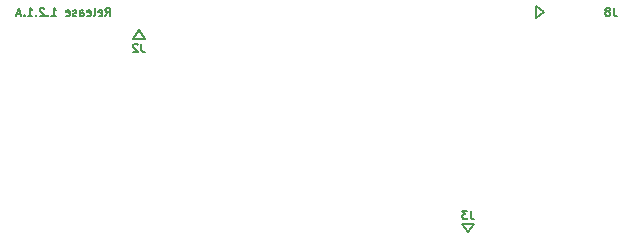
<source format=gbr>
G04 #@! TF.GenerationSoftware,KiCad,Pcbnew,(6.0.7)*
G04 #@! TF.CreationDate,2022-09-05T10:31:39-04:00*
G04 #@! TF.ProjectId,quickfeather-board,71756963-6b66-4656-9174-6865722d626f,rev?*
G04 #@! TF.SameCoordinates,Original*
G04 #@! TF.FileFunction,Legend,Bot*
G04 #@! TF.FilePolarity,Positive*
%FSLAX46Y46*%
G04 Gerber Fmt 4.6, Leading zero omitted, Abs format (unit mm)*
G04 Created by KiCad (PCBNEW (6.0.7)) date 2022-09-05 10:31:39*
%MOMM*%
%LPD*%
G01*
G04 APERTURE LIST*
%ADD10C,0.150000*%
%ADD11C,0.010000*%
%ADD12C,1.778000*%
%ADD13C,1.626000*%
%ADD14C,3.403600*%
%ADD15C,2.162000*%
G04 APERTURE END LIST*
D10*
X168040300Y-112771700D02*
X167540300Y-113491700D01*
X139650300Y-96361700D02*
X140170300Y-97081700D01*
X140170300Y-97081700D02*
X139150300Y-97081700D01*
X139150300Y-97081700D02*
X139650300Y-96361700D01*
X173985300Y-94831700D02*
X173265300Y-95351700D01*
X173265300Y-94331700D02*
X173985300Y-94831700D01*
X173265300Y-95351700D02*
X173265300Y-94331700D01*
X167020300Y-112771700D02*
X168040300Y-112771700D01*
X167540300Y-113491700D02*
X167020300Y-112771700D01*
X136831133Y-95168366D02*
X137064466Y-94835033D01*
X137231133Y-95168366D02*
X137231133Y-94468366D01*
X136964466Y-94468366D01*
X136897800Y-94501700D01*
X136864466Y-94535033D01*
X136831133Y-94601700D01*
X136831133Y-94701700D01*
X136864466Y-94768366D01*
X136897800Y-94801700D01*
X136964466Y-94835033D01*
X137231133Y-94835033D01*
X136264466Y-95135033D02*
X136331133Y-95168366D01*
X136464466Y-95168366D01*
X136531133Y-95135033D01*
X136564466Y-95068366D01*
X136564466Y-94801700D01*
X136531133Y-94735033D01*
X136464466Y-94701700D01*
X136331133Y-94701700D01*
X136264466Y-94735033D01*
X136231133Y-94801700D01*
X136231133Y-94868366D01*
X136564466Y-94935033D01*
X135831133Y-95168366D02*
X135897800Y-95135033D01*
X135931133Y-95068366D01*
X135931133Y-94468366D01*
X135297800Y-95135033D02*
X135364466Y-95168366D01*
X135497800Y-95168366D01*
X135564466Y-95135033D01*
X135597800Y-95068366D01*
X135597800Y-94801700D01*
X135564466Y-94735033D01*
X135497800Y-94701700D01*
X135364466Y-94701700D01*
X135297800Y-94735033D01*
X135264466Y-94801700D01*
X135264466Y-94868366D01*
X135597800Y-94935033D01*
X134664466Y-95168366D02*
X134664466Y-94801700D01*
X134697800Y-94735033D01*
X134764466Y-94701700D01*
X134897800Y-94701700D01*
X134964466Y-94735033D01*
X134664466Y-95135033D02*
X134731133Y-95168366D01*
X134897800Y-95168366D01*
X134964466Y-95135033D01*
X134997800Y-95068366D01*
X134997800Y-95001700D01*
X134964466Y-94935033D01*
X134897800Y-94901700D01*
X134731133Y-94901700D01*
X134664466Y-94868366D01*
X134364466Y-95135033D02*
X134297800Y-95168366D01*
X134164466Y-95168366D01*
X134097800Y-95135033D01*
X134064466Y-95068366D01*
X134064466Y-95035033D01*
X134097800Y-94968366D01*
X134164466Y-94935033D01*
X134264466Y-94935033D01*
X134331133Y-94901700D01*
X134364466Y-94835033D01*
X134364466Y-94801700D01*
X134331133Y-94735033D01*
X134264466Y-94701700D01*
X134164466Y-94701700D01*
X134097800Y-94735033D01*
X133497800Y-95135033D02*
X133564466Y-95168366D01*
X133697800Y-95168366D01*
X133764466Y-95135033D01*
X133797800Y-95068366D01*
X133797800Y-94801700D01*
X133764466Y-94735033D01*
X133697800Y-94701700D01*
X133564466Y-94701700D01*
X133497800Y-94735033D01*
X133464466Y-94801700D01*
X133464466Y-94868366D01*
X133797800Y-94935033D01*
X132264466Y-95168366D02*
X132664466Y-95168366D01*
X132464466Y-95168366D02*
X132464466Y-94468366D01*
X132531133Y-94568366D01*
X132597800Y-94635033D01*
X132664466Y-94668366D01*
X131964466Y-95101700D02*
X131931133Y-95135033D01*
X131964466Y-95168366D01*
X131997800Y-95135033D01*
X131964466Y-95101700D01*
X131964466Y-95168366D01*
X131664466Y-94535033D02*
X131631133Y-94501700D01*
X131564466Y-94468366D01*
X131397800Y-94468366D01*
X131331133Y-94501700D01*
X131297800Y-94535033D01*
X131264466Y-94601700D01*
X131264466Y-94668366D01*
X131297800Y-94768366D01*
X131697800Y-95168366D01*
X131264466Y-95168366D01*
X130964466Y-95101700D02*
X130931133Y-95135033D01*
X130964466Y-95168366D01*
X130997800Y-95135033D01*
X130964466Y-95101700D01*
X130964466Y-95168366D01*
X130264466Y-95168366D02*
X130664466Y-95168366D01*
X130464466Y-95168366D02*
X130464466Y-94468366D01*
X130531133Y-94568366D01*
X130597800Y-94635033D01*
X130664466Y-94668366D01*
X129964466Y-95101700D02*
X129931133Y-95135033D01*
X129964466Y-95168366D01*
X129997800Y-95135033D01*
X129964466Y-95101700D01*
X129964466Y-95168366D01*
X129664466Y-94968366D02*
X129331133Y-94968366D01*
X129731133Y-95168366D02*
X129497800Y-94468366D01*
X129264466Y-95168366D01*
X139881133Y-97518366D02*
X139881133Y-98018366D01*
X139914466Y-98118366D01*
X139981133Y-98185033D01*
X140081133Y-98218366D01*
X140147800Y-98218366D01*
X139581133Y-97585033D02*
X139547800Y-97551700D01*
X139481133Y-97518366D01*
X139314466Y-97518366D01*
X139247800Y-97551700D01*
X139214466Y-97585033D01*
X139181133Y-97651700D01*
X139181133Y-97718366D01*
X139214466Y-97818366D01*
X139614466Y-98218366D01*
X139181133Y-98218366D01*
X167756133Y-111648366D02*
X167756133Y-112148366D01*
X167789466Y-112248366D01*
X167856133Y-112315033D01*
X167956133Y-112348366D01*
X168022800Y-112348366D01*
X167489466Y-111648366D02*
X167056133Y-111648366D01*
X167289466Y-111915033D01*
X167189466Y-111915033D01*
X167122800Y-111948366D01*
X167089466Y-111981700D01*
X167056133Y-112048366D01*
X167056133Y-112215033D01*
X167089466Y-112281700D01*
X167122800Y-112315033D01*
X167189466Y-112348366D01*
X167389466Y-112348366D01*
X167456133Y-112315033D01*
X167489466Y-112281700D01*
X179866133Y-94468366D02*
X179866133Y-94968366D01*
X179899466Y-95068366D01*
X179966133Y-95135033D01*
X180066133Y-95168366D01*
X180132800Y-95168366D01*
X179432800Y-94768366D02*
X179499466Y-94735033D01*
X179532800Y-94701700D01*
X179566133Y-94635033D01*
X179566133Y-94601700D01*
X179532800Y-94535033D01*
X179499466Y-94501700D01*
X179432800Y-94468366D01*
X179299466Y-94468366D01*
X179232800Y-94501700D01*
X179199466Y-94535033D01*
X179166133Y-94601700D01*
X179166133Y-94635033D01*
X179199466Y-94701700D01*
X179232800Y-94735033D01*
X179299466Y-94768366D01*
X179432800Y-94768366D01*
X179499466Y-94801700D01*
X179532800Y-94835033D01*
X179566133Y-94901700D01*
X179566133Y-95035033D01*
X179532800Y-95101700D01*
X179499466Y-95135033D01*
X179432800Y-95168366D01*
X179299466Y-95168366D01*
X179232800Y-95135033D01*
X179199466Y-95101700D01*
X179166133Y-95035033D01*
X179166133Y-94901700D01*
X179199466Y-94835033D01*
X179232800Y-94801700D01*
X179299466Y-94768366D01*
%LPC*%
G36*
X131991464Y-112648888D02*
G01*
X131989061Y-112687064D01*
X131985132Y-112718620D01*
X131979382Y-112744822D01*
X131971519Y-112766931D01*
X131961249Y-112786211D01*
X131948280Y-112803924D01*
X131932318Y-112821334D01*
X131910820Y-112840914D01*
X131880332Y-112861195D01*
X131845826Y-112875486D01*
X131844933Y-112875769D01*
X131801267Y-112884334D01*
X131756520Y-112883550D01*
X131712457Y-112873803D01*
X131670839Y-112855477D01*
X131633429Y-112828961D01*
X131616101Y-112813747D01*
X131614581Y-112845803D01*
X131613060Y-112877860D01*
X131488600Y-112880712D01*
X131488600Y-112560360D01*
X131615755Y-112560360D01*
X131615768Y-112565787D01*
X131617416Y-112613722D01*
X131622056Y-112652955D01*
X131630029Y-112684495D01*
X131641675Y-112709355D01*
X131657335Y-112728543D01*
X131677351Y-112743073D01*
X131677791Y-112743319D01*
X131701634Y-112752511D01*
X131731891Y-112756636D01*
X131751626Y-112756844D01*
X131784837Y-112751934D01*
X131811743Y-112739582D01*
X131833230Y-112719292D01*
X131850182Y-112690572D01*
X131851547Y-112687515D01*
X131855213Y-112678375D01*
X131857904Y-112668977D01*
X131859770Y-112657671D01*
X131860961Y-112642806D01*
X131861627Y-112622733D01*
X131861917Y-112595801D01*
X131861980Y-112560360D01*
X131861977Y-112549270D01*
X131861862Y-112516414D01*
X131861478Y-112491610D01*
X131860677Y-112473220D01*
X131859311Y-112459603D01*
X131857234Y-112449122D01*
X131854298Y-112440135D01*
X131850356Y-112431005D01*
X131842123Y-112414992D01*
X131824849Y-112391837D01*
X131803627Y-112376486D01*
X131776772Y-112367911D01*
X131742600Y-112365080D01*
X131719243Y-112366114D01*
X131689596Y-112372427D01*
X131665513Y-112384946D01*
X131646628Y-112404236D01*
X131632575Y-112430860D01*
X131622989Y-112465380D01*
X131617504Y-112508359D01*
X131615755Y-112560360D01*
X131488600Y-112560360D01*
X131488600Y-111986320D01*
X131615600Y-111986320D01*
X131615600Y-112307662D01*
X131632110Y-112294306D01*
X131636933Y-112290544D01*
X131653554Y-112278644D01*
X131670672Y-112267502D01*
X131680026Y-112262101D01*
X131722055Y-112244570D01*
X131765539Y-112236456D01*
X131809134Y-112237613D01*
X131851496Y-112247896D01*
X131891282Y-112267159D01*
X131927147Y-112295258D01*
X131927962Y-112296052D01*
X131944964Y-112313821D01*
X131958780Y-112331509D01*
X131969726Y-112350393D01*
X131978119Y-112371751D01*
X131984275Y-112396860D01*
X131988512Y-112426998D01*
X131991146Y-112463442D01*
X131992495Y-112507470D01*
X131992874Y-112560360D01*
X131992631Y-112602832D01*
X131991464Y-112648888D01*
G37*
D11*
X131991464Y-112648888D02*
X131989061Y-112687064D01*
X131985132Y-112718620D01*
X131979382Y-112744822D01*
X131971519Y-112766931D01*
X131961249Y-112786211D01*
X131948280Y-112803924D01*
X131932318Y-112821334D01*
X131910820Y-112840914D01*
X131880332Y-112861195D01*
X131845826Y-112875486D01*
X131844933Y-112875769D01*
X131801267Y-112884334D01*
X131756520Y-112883550D01*
X131712457Y-112873803D01*
X131670839Y-112855477D01*
X131633429Y-112828961D01*
X131616101Y-112813747D01*
X131614581Y-112845803D01*
X131613060Y-112877860D01*
X131488600Y-112880712D01*
X131488600Y-112560360D01*
X131615755Y-112560360D01*
X131615768Y-112565787D01*
X131617416Y-112613722D01*
X131622056Y-112652955D01*
X131630029Y-112684495D01*
X131641675Y-112709355D01*
X131657335Y-112728543D01*
X131677351Y-112743073D01*
X131677791Y-112743319D01*
X131701634Y-112752511D01*
X131731891Y-112756636D01*
X131751626Y-112756844D01*
X131784837Y-112751934D01*
X131811743Y-112739582D01*
X131833230Y-112719292D01*
X131850182Y-112690572D01*
X131851547Y-112687515D01*
X131855213Y-112678375D01*
X131857904Y-112668977D01*
X131859770Y-112657671D01*
X131860961Y-112642806D01*
X131861627Y-112622733D01*
X131861917Y-112595801D01*
X131861980Y-112560360D01*
X131861977Y-112549270D01*
X131861862Y-112516414D01*
X131861478Y-112491610D01*
X131860677Y-112473220D01*
X131859311Y-112459603D01*
X131857234Y-112449122D01*
X131854298Y-112440135D01*
X131850356Y-112431005D01*
X131842123Y-112414992D01*
X131824849Y-112391837D01*
X131803627Y-112376486D01*
X131776772Y-112367911D01*
X131742600Y-112365080D01*
X131719243Y-112366114D01*
X131689596Y-112372427D01*
X131665513Y-112384946D01*
X131646628Y-112404236D01*
X131632575Y-112430860D01*
X131622989Y-112465380D01*
X131617504Y-112508359D01*
X131615755Y-112560360D01*
X131488600Y-112560360D01*
X131488600Y-111986320D01*
X131615600Y-111986320D01*
X131615600Y-112307662D01*
X131632110Y-112294306D01*
X131636933Y-112290544D01*
X131653554Y-112278644D01*
X131670672Y-112267502D01*
X131680026Y-112262101D01*
X131722055Y-112244570D01*
X131765539Y-112236456D01*
X131809134Y-112237613D01*
X131851496Y-112247896D01*
X131891282Y-112267159D01*
X131927147Y-112295258D01*
X131927962Y-112296052D01*
X131944964Y-112313821D01*
X131958780Y-112331509D01*
X131969726Y-112350393D01*
X131978119Y-112371751D01*
X131984275Y-112396860D01*
X131988512Y-112426998D01*
X131991146Y-112463442D01*
X131992495Y-112507470D01*
X131992874Y-112560360D01*
X131992631Y-112602832D01*
X131991464Y-112648888D01*
G36*
X130975624Y-111623196D02*
G01*
X130972017Y-111663738D01*
X130965821Y-111697956D01*
X130956573Y-111727452D01*
X130943810Y-111753827D01*
X130927068Y-111778683D01*
X130905884Y-111803623D01*
X130900012Y-111809693D01*
X130868036Y-111835997D01*
X130831024Y-111857701D01*
X130793088Y-111872301D01*
X130788053Y-111873564D01*
X130760184Y-111877733D01*
X130727068Y-111879337D01*
X130692448Y-111878443D01*
X130660066Y-111875119D01*
X130633664Y-111869432D01*
X130627383Y-111867390D01*
X130584094Y-111847435D01*
X130544970Y-111819098D01*
X130511533Y-111783680D01*
X130485301Y-111742480D01*
X130475767Y-111720019D01*
X130467413Y-111689728D01*
X130461694Y-111653467D01*
X130458411Y-111609907D01*
X130457360Y-111557721D01*
X130457360Y-111557060D01*
X130586900Y-111557060D01*
X130586968Y-111589520D01*
X130587292Y-111615575D01*
X130588038Y-111634850D01*
X130589373Y-111649085D01*
X130591464Y-111660016D01*
X130594477Y-111669381D01*
X130598579Y-111678916D01*
X130603979Y-111689961D01*
X130617900Y-111711597D01*
X130634926Y-111727439D01*
X130658020Y-111740562D01*
X130669545Y-111745437D01*
X130690915Y-111750804D01*
X130716440Y-111752071D01*
X130745968Y-111750163D01*
X130768995Y-111744561D01*
X130788751Y-111734021D01*
X130808534Y-111717296D01*
X130814786Y-111710963D01*
X130827455Y-111695249D01*
X130836844Y-111677788D01*
X130843388Y-111656909D01*
X130847523Y-111630942D01*
X130849685Y-111598215D01*
X130850309Y-111557060D01*
X130850306Y-111553955D01*
X130849525Y-111513247D01*
X130847077Y-111480802D01*
X130842551Y-111454917D01*
X130835537Y-111433886D01*
X130825625Y-111416003D01*
X130812404Y-111399564D01*
X130788319Y-111380078D01*
X130758059Y-111366830D01*
X130724716Y-111361068D01*
X130690600Y-111363180D01*
X130658020Y-111373557D01*
X130647800Y-111378711D01*
X130627506Y-111392560D01*
X130612087Y-111410366D01*
X130598579Y-111435203D01*
X130594669Y-111444244D01*
X130591601Y-111453574D01*
X130589465Y-111464376D01*
X130588093Y-111478388D01*
X130587320Y-111497348D01*
X130586978Y-111522993D01*
X130586900Y-111557060D01*
X130457360Y-111557060D01*
X130457361Y-111556326D01*
X130458472Y-111502932D01*
X130462008Y-111457969D01*
X130468414Y-111419933D01*
X130478133Y-111387325D01*
X130491611Y-111358643D01*
X130509294Y-111332385D01*
X130531625Y-111307050D01*
X130565668Y-111278187D01*
X130608170Y-111254224D01*
X130654848Y-111238590D01*
X130704267Y-111231754D01*
X130754991Y-111234183D01*
X130799710Y-111243481D01*
X130839230Y-111258891D01*
X130874621Y-111281479D01*
X130908364Y-111312514D01*
X130909389Y-111313602D01*
X130929982Y-111337992D01*
X130946233Y-111363331D01*
X130958566Y-111391128D01*
X130967405Y-111422891D01*
X130973175Y-111460128D01*
X130976301Y-111504348D01*
X130977208Y-111557060D01*
X130977106Y-111574727D01*
X130975624Y-111623196D01*
G37*
X130975624Y-111623196D02*
X130972017Y-111663738D01*
X130965821Y-111697956D01*
X130956573Y-111727452D01*
X130943810Y-111753827D01*
X130927068Y-111778683D01*
X130905884Y-111803623D01*
X130900012Y-111809693D01*
X130868036Y-111835997D01*
X130831024Y-111857701D01*
X130793088Y-111872301D01*
X130788053Y-111873564D01*
X130760184Y-111877733D01*
X130727068Y-111879337D01*
X130692448Y-111878443D01*
X130660066Y-111875119D01*
X130633664Y-111869432D01*
X130627383Y-111867390D01*
X130584094Y-111847435D01*
X130544970Y-111819098D01*
X130511533Y-111783680D01*
X130485301Y-111742480D01*
X130475767Y-111720019D01*
X130467413Y-111689728D01*
X130461694Y-111653467D01*
X130458411Y-111609907D01*
X130457360Y-111557721D01*
X130457360Y-111557060D01*
X130586900Y-111557060D01*
X130586968Y-111589520D01*
X130587292Y-111615575D01*
X130588038Y-111634850D01*
X130589373Y-111649085D01*
X130591464Y-111660016D01*
X130594477Y-111669381D01*
X130598579Y-111678916D01*
X130603979Y-111689961D01*
X130617900Y-111711597D01*
X130634926Y-111727439D01*
X130658020Y-111740562D01*
X130669545Y-111745437D01*
X130690915Y-111750804D01*
X130716440Y-111752071D01*
X130745968Y-111750163D01*
X130768995Y-111744561D01*
X130788751Y-111734021D01*
X130808534Y-111717296D01*
X130814786Y-111710963D01*
X130827455Y-111695249D01*
X130836844Y-111677788D01*
X130843388Y-111656909D01*
X130847523Y-111630942D01*
X130849685Y-111598215D01*
X130850309Y-111557060D01*
X130850306Y-111553955D01*
X130849525Y-111513247D01*
X130847077Y-111480802D01*
X130842551Y-111454917D01*
X130835537Y-111433886D01*
X130825625Y-111416003D01*
X130812404Y-111399564D01*
X130788319Y-111380078D01*
X130758059Y-111366830D01*
X130724716Y-111361068D01*
X130690600Y-111363180D01*
X130658020Y-111373557D01*
X130647800Y-111378711D01*
X130627506Y-111392560D01*
X130612087Y-111410366D01*
X130598579Y-111435203D01*
X130594669Y-111444244D01*
X130591601Y-111453574D01*
X130589465Y-111464376D01*
X130588093Y-111478388D01*
X130587320Y-111497348D01*
X130586978Y-111522993D01*
X130586900Y-111557060D01*
X130457360Y-111557060D01*
X130457361Y-111556326D01*
X130458472Y-111502932D01*
X130462008Y-111457969D01*
X130468414Y-111419933D01*
X130478133Y-111387325D01*
X130491611Y-111358643D01*
X130509294Y-111332385D01*
X130531625Y-111307050D01*
X130565668Y-111278187D01*
X130608170Y-111254224D01*
X130654848Y-111238590D01*
X130704267Y-111231754D01*
X130754991Y-111234183D01*
X130799710Y-111243481D01*
X130839230Y-111258891D01*
X130874621Y-111281479D01*
X130908364Y-111312514D01*
X130909389Y-111313602D01*
X130929982Y-111337992D01*
X130946233Y-111363331D01*
X130958566Y-111391128D01*
X130967405Y-111422891D01*
X130973175Y-111460128D01*
X130976301Y-111504348D01*
X130977208Y-111557060D01*
X130977106Y-111574727D01*
X130975624Y-111623196D01*
G36*
X129423453Y-112573590D02*
G01*
X129421846Y-112614955D01*
X129418034Y-112652432D01*
X129412011Y-112683009D01*
X129400909Y-112717617D01*
X129378956Y-112764367D01*
X129350915Y-112803164D01*
X129316464Y-112834343D01*
X129275277Y-112858240D01*
X129227032Y-112875193D01*
X129213687Y-112878341D01*
X129161431Y-112884771D01*
X129107807Y-112882882D01*
X129055527Y-112872921D01*
X129007305Y-112855135D01*
X129000800Y-112851774D01*
X128983827Y-112841396D01*
X128965478Y-112828528D01*
X128947744Y-112814757D01*
X128932613Y-112801673D01*
X128922075Y-112790864D01*
X128918120Y-112783919D01*
X128921409Y-112779688D01*
X128930748Y-112770561D01*
X128944225Y-112758276D01*
X128959915Y-112744495D01*
X128975894Y-112730883D01*
X128990239Y-112719101D01*
X129001025Y-112710812D01*
X129006329Y-112707680D01*
X129009669Y-112709238D01*
X129019254Y-112715540D01*
X129032202Y-112725029D01*
X129045337Y-112734370D01*
X129079196Y-112751900D01*
X129115560Y-112761004D01*
X129156880Y-112762417D01*
X129179149Y-112760698D01*
X129202560Y-112756495D01*
X129220380Y-112749675D01*
X129244079Y-112733847D01*
X129268750Y-112706977D01*
X129286428Y-112673731D01*
X129296329Y-112635290D01*
X129299743Y-112611160D01*
X128902880Y-112611160D01*
X128902956Y-112538770D01*
X128902988Y-112530603D01*
X128903743Y-112504480D01*
X129029880Y-112504480D01*
X129299743Y-112504480D01*
X129296292Y-112480350D01*
X129291925Y-112459355D01*
X129278866Y-112426148D01*
X129259827Y-112397960D01*
X129236021Y-112376415D01*
X129208662Y-112363134D01*
X129187504Y-112358842D01*
X129158875Y-112357458D01*
X129131080Y-112360129D01*
X129108424Y-112366702D01*
X129108293Y-112366762D01*
X129084484Y-112382542D01*
X129063081Y-112405767D01*
X129045741Y-112433765D01*
X129034122Y-112463861D01*
X129029880Y-112493383D01*
X129029880Y-112504480D01*
X128903743Y-112504480D01*
X128904192Y-112488934D01*
X128907447Y-112454538D01*
X128913188Y-112425053D01*
X128921853Y-112398120D01*
X128933876Y-112371379D01*
X128955254Y-112337247D01*
X128986760Y-112303342D01*
X129024271Y-112275745D01*
X129066360Y-112254995D01*
X129111603Y-112241629D01*
X129158575Y-112236187D01*
X129205850Y-112239206D01*
X129252003Y-112251225D01*
X129263373Y-112255701D01*
X129305455Y-112278016D01*
X129340898Y-112307202D01*
X129370122Y-112343759D01*
X129393546Y-112388186D01*
X129411590Y-112440980D01*
X129415096Y-112456310D01*
X129420073Y-112491253D01*
X129420993Y-112504480D01*
X129422860Y-112531351D01*
X129423453Y-112573590D01*
G37*
X129423453Y-112573590D02*
X129421846Y-112614955D01*
X129418034Y-112652432D01*
X129412011Y-112683009D01*
X129400909Y-112717617D01*
X129378956Y-112764367D01*
X129350915Y-112803164D01*
X129316464Y-112834343D01*
X129275277Y-112858240D01*
X129227032Y-112875193D01*
X129213687Y-112878341D01*
X129161431Y-112884771D01*
X129107807Y-112882882D01*
X129055527Y-112872921D01*
X129007305Y-112855135D01*
X129000800Y-112851774D01*
X128983827Y-112841396D01*
X128965478Y-112828528D01*
X128947744Y-112814757D01*
X128932613Y-112801673D01*
X128922075Y-112790864D01*
X128918120Y-112783919D01*
X128921409Y-112779688D01*
X128930748Y-112770561D01*
X128944225Y-112758276D01*
X128959915Y-112744495D01*
X128975894Y-112730883D01*
X128990239Y-112719101D01*
X129001025Y-112710812D01*
X129006329Y-112707680D01*
X129009669Y-112709238D01*
X129019254Y-112715540D01*
X129032202Y-112725029D01*
X129045337Y-112734370D01*
X129079196Y-112751900D01*
X129115560Y-112761004D01*
X129156880Y-112762417D01*
X129179149Y-112760698D01*
X129202560Y-112756495D01*
X129220380Y-112749675D01*
X129244079Y-112733847D01*
X129268750Y-112706977D01*
X129286428Y-112673731D01*
X129296329Y-112635290D01*
X129299743Y-112611160D01*
X128902880Y-112611160D01*
X128902956Y-112538770D01*
X128902988Y-112530603D01*
X128903743Y-112504480D01*
X129029880Y-112504480D01*
X129299743Y-112504480D01*
X129296292Y-112480350D01*
X129291925Y-112459355D01*
X129278866Y-112426148D01*
X129259827Y-112397960D01*
X129236021Y-112376415D01*
X129208662Y-112363134D01*
X129187504Y-112358842D01*
X129158875Y-112357458D01*
X129131080Y-112360129D01*
X129108424Y-112366702D01*
X129108293Y-112366762D01*
X129084484Y-112382542D01*
X129063081Y-112405767D01*
X129045741Y-112433765D01*
X129034122Y-112463861D01*
X129029880Y-112493383D01*
X129029880Y-112504480D01*
X128903743Y-112504480D01*
X128904192Y-112488934D01*
X128907447Y-112454538D01*
X128913188Y-112425053D01*
X128921853Y-112398120D01*
X128933876Y-112371379D01*
X128955254Y-112337247D01*
X128986760Y-112303342D01*
X129024271Y-112275745D01*
X129066360Y-112254995D01*
X129111603Y-112241629D01*
X129158575Y-112236187D01*
X129205850Y-112239206D01*
X129252003Y-112251225D01*
X129263373Y-112255701D01*
X129305455Y-112278016D01*
X129340898Y-112307202D01*
X129370122Y-112343759D01*
X129393546Y-112388186D01*
X129411590Y-112440980D01*
X129415096Y-112456310D01*
X129420073Y-112491253D01*
X129420993Y-112504480D01*
X129422860Y-112531351D01*
X129423453Y-112573590D01*
G36*
X129445313Y-111236915D02*
G01*
X129484664Y-111248051D01*
X129520229Y-111265128D01*
X129549310Y-111287351D01*
X129568360Y-111306089D01*
X129568360Y-111239560D01*
X129700440Y-111239560D01*
X129700440Y-111874560D01*
X129568360Y-111874560D01*
X129568360Y-111663662D01*
X129568220Y-111614891D01*
X129567853Y-111570183D01*
X129567281Y-111530557D01*
X129566527Y-111497026D01*
X129565614Y-111470607D01*
X129564563Y-111452316D01*
X129563398Y-111443168D01*
X129555182Y-111422686D01*
X129536844Y-111397471D01*
X129512428Y-111378319D01*
X129483574Y-111365863D01*
X129451926Y-111360739D01*
X129419125Y-111363578D01*
X129386813Y-111375016D01*
X129374737Y-111380823D01*
X129363480Y-111385478D01*
X129358550Y-111386446D01*
X129358395Y-111386244D01*
X129353883Y-111380786D01*
X129344281Y-111369326D01*
X129330873Y-111353395D01*
X129314947Y-111334523D01*
X129313141Y-111332377D01*
X129297563Y-111313053D01*
X129285338Y-111296441D01*
X129277599Y-111284169D01*
X129275480Y-111277862D01*
X129280631Y-111272160D01*
X129293578Y-111263832D01*
X129311588Y-111254791D01*
X129332134Y-111246178D01*
X129352688Y-111239137D01*
X129370722Y-111234809D01*
X129404875Y-111232513D01*
X129445313Y-111236915D01*
G37*
X129445313Y-111236915D02*
X129484664Y-111248051D01*
X129520229Y-111265128D01*
X129549310Y-111287351D01*
X129568360Y-111306089D01*
X129568360Y-111239560D01*
X129700440Y-111239560D01*
X129700440Y-111874560D01*
X129568360Y-111874560D01*
X129568360Y-111663662D01*
X129568220Y-111614891D01*
X129567853Y-111570183D01*
X129567281Y-111530557D01*
X129566527Y-111497026D01*
X129565614Y-111470607D01*
X129564563Y-111452316D01*
X129563398Y-111443168D01*
X129555182Y-111422686D01*
X129536844Y-111397471D01*
X129512428Y-111378319D01*
X129483574Y-111365863D01*
X129451926Y-111360739D01*
X129419125Y-111363578D01*
X129386813Y-111375016D01*
X129374737Y-111380823D01*
X129363480Y-111385478D01*
X129358550Y-111386446D01*
X129358395Y-111386244D01*
X129353883Y-111380786D01*
X129344281Y-111369326D01*
X129330873Y-111353395D01*
X129314947Y-111334523D01*
X129313141Y-111332377D01*
X129297563Y-111313053D01*
X129285338Y-111296441D01*
X129277599Y-111284169D01*
X129275480Y-111277862D01*
X129280631Y-111272160D01*
X129293578Y-111263832D01*
X129311588Y-111254791D01*
X129332134Y-111246178D01*
X129352688Y-111239137D01*
X129370722Y-111234809D01*
X129404875Y-111232513D01*
X129445313Y-111236915D01*
G36*
X132186066Y-111234696D02*
G01*
X132193198Y-111235790D01*
X132228999Y-111244698D01*
X132260955Y-111259612D01*
X132292895Y-111282238D01*
X132321720Y-111305716D01*
X132321720Y-111239560D01*
X132448720Y-111239560D01*
X132448720Y-111874560D01*
X132322334Y-111874560D01*
X132320757Y-111665010D01*
X132320516Y-111633724D01*
X132320111Y-111587343D01*
X132319673Y-111549513D01*
X132319148Y-111519216D01*
X132318483Y-111495435D01*
X132317625Y-111477153D01*
X132316520Y-111463351D01*
X132315115Y-111453012D01*
X132313356Y-111445119D01*
X132311190Y-111438654D01*
X132308564Y-111432600D01*
X132300417Y-111418318D01*
X132282147Y-111396281D01*
X132260316Y-111378058D01*
X132238101Y-111366626D01*
X132226452Y-111364089D01*
X132206329Y-111362251D01*
X132184760Y-111362331D01*
X132156409Y-111366288D01*
X132127360Y-111377722D01*
X132104099Y-111396999D01*
X132085578Y-111424777D01*
X132070260Y-111454716D01*
X132068779Y-111664638D01*
X132067297Y-111874560D01*
X131940720Y-111874560D01*
X131940720Y-111651290D01*
X131940741Y-111625881D01*
X131940995Y-111564996D01*
X131941534Y-111513193D01*
X131942353Y-111470687D01*
X131943446Y-111437693D01*
X131944809Y-111414425D01*
X131946437Y-111401100D01*
X131949218Y-111389565D01*
X131965466Y-111347638D01*
X131989490Y-111310984D01*
X132020142Y-111280399D01*
X132056274Y-111256680D01*
X132096737Y-111240625D01*
X132140384Y-111233031D01*
X132186066Y-111234696D01*
G37*
X132186066Y-111234696D02*
X132193198Y-111235790D01*
X132228999Y-111244698D01*
X132260955Y-111259612D01*
X132292895Y-111282238D01*
X132321720Y-111305716D01*
X132321720Y-111239560D01*
X132448720Y-111239560D01*
X132448720Y-111874560D01*
X132322334Y-111874560D01*
X132320757Y-111665010D01*
X132320516Y-111633724D01*
X132320111Y-111587343D01*
X132319673Y-111549513D01*
X132319148Y-111519216D01*
X132318483Y-111495435D01*
X132317625Y-111477153D01*
X132316520Y-111463351D01*
X132315115Y-111453012D01*
X132313356Y-111445119D01*
X132311190Y-111438654D01*
X132308564Y-111432600D01*
X132300417Y-111418318D01*
X132282147Y-111396281D01*
X132260316Y-111378058D01*
X132238101Y-111366626D01*
X132226452Y-111364089D01*
X132206329Y-111362251D01*
X132184760Y-111362331D01*
X132156409Y-111366288D01*
X132127360Y-111377722D01*
X132104099Y-111396999D01*
X132085578Y-111424777D01*
X132070260Y-111454716D01*
X132068779Y-111664638D01*
X132067297Y-111874560D01*
X131940720Y-111874560D01*
X131940720Y-111651290D01*
X131940741Y-111625881D01*
X131940995Y-111564996D01*
X131941534Y-111513193D01*
X131942353Y-111470687D01*
X131943446Y-111437693D01*
X131944809Y-111414425D01*
X131946437Y-111401100D01*
X131949218Y-111389565D01*
X131965466Y-111347638D01*
X131989490Y-111310984D01*
X132020142Y-111280399D01*
X132056274Y-111256680D01*
X132096737Y-111240625D01*
X132140384Y-111233031D01*
X132186066Y-111234696D01*
G36*
X133075801Y-112717506D02*
G01*
X133066796Y-112755521D01*
X133049625Y-112791334D01*
X133024046Y-112823501D01*
X133005331Y-112839088D01*
X132976935Y-112856628D01*
X132945682Y-112871062D01*
X132915530Y-112880315D01*
X132906538Y-112881624D01*
X132886988Y-112883015D01*
X132862824Y-112883658D01*
X132837340Y-112883422D01*
X132822703Y-112882805D01*
X132785318Y-112878710D01*
X132755580Y-112870826D01*
X132731978Y-112858645D01*
X132712999Y-112841658D01*
X132708580Y-112836755D01*
X132699925Y-112827991D01*
X132695256Y-112824520D01*
X132694140Y-112827057D01*
X132693001Y-112837262D01*
X132692560Y-112852616D01*
X132692560Y-112880712D01*
X132568100Y-112877860D01*
X132568105Y-112611160D01*
X132691057Y-112611160D01*
X132694033Y-112657094D01*
X132694673Y-112665753D01*
X132699038Y-112697444D01*
X132706482Y-112721138D01*
X132717655Y-112738381D01*
X132733200Y-112750718D01*
X132733457Y-112750866D01*
X132742549Y-112755242D01*
X132753336Y-112758268D01*
X132767932Y-112760233D01*
X132788455Y-112761426D01*
X132817020Y-112762134D01*
X132833316Y-112762328D01*
X132861719Y-112761928D01*
X132883179Y-112760099D01*
X132899866Y-112756449D01*
X132913946Y-112750585D01*
X132927587Y-112742115D01*
X132929720Y-112740562D01*
X132946495Y-112722310D01*
X132955252Y-112700525D01*
X132956223Y-112677361D01*
X132949636Y-112654971D01*
X132935720Y-112635512D01*
X132914706Y-112621136D01*
X132909641Y-112618995D01*
X132900604Y-112616129D01*
X132889508Y-112614068D01*
X132874734Y-112612682D01*
X132854661Y-112611841D01*
X132827669Y-112611414D01*
X132792139Y-112611271D01*
X132691057Y-112611160D01*
X132568105Y-112611160D01*
X132568110Y-112390180D01*
X132580279Y-112359956D01*
X132584255Y-112350988D01*
X132604258Y-112319027D01*
X132630681Y-112290821D01*
X132660688Y-112269559D01*
X132686290Y-112257419D01*
X132713571Y-112248483D01*
X132744257Y-112242589D01*
X132780547Y-112239315D01*
X132824640Y-112238242D01*
X132852047Y-112238408D01*
X132882329Y-112239605D01*
X132906748Y-112242323D01*
X132927762Y-112246998D01*
X132947833Y-112254068D01*
X132969420Y-112263969D01*
X132970258Y-112264392D01*
X132983566Y-112272529D01*
X132999267Y-112284005D01*
X133015216Y-112296991D01*
X133029265Y-112309658D01*
X133039269Y-112320177D01*
X133043080Y-112326721D01*
X133043078Y-112326755D01*
X133039081Y-112330946D01*
X133028568Y-112339904D01*
X133013108Y-112352336D01*
X132994272Y-112366948D01*
X132945464Y-112404211D01*
X132934582Y-112391280D01*
X132925470Y-112381518D01*
X132913229Y-112372284D01*
X132898402Y-112366003D01*
X132879103Y-112362156D01*
X132853451Y-112360227D01*
X132819560Y-112359700D01*
X132809181Y-112359716D01*
X132783299Y-112360045D01*
X132764860Y-112360982D01*
X132751816Y-112362768D01*
X132742123Y-112365647D01*
X132733732Y-112369860D01*
X132719557Y-112379312D01*
X132707619Y-112391473D01*
X132700005Y-112406818D01*
X132695643Y-112427652D01*
X132693457Y-112456281D01*
X132691349Y-112504480D01*
X132799905Y-112504604D01*
X132810571Y-112504625D01*
X132850368Y-112504969D01*
X132882008Y-112505865D01*
X132907110Y-112507504D01*
X132927295Y-112510081D01*
X132944182Y-112513785D01*
X132959391Y-112518812D01*
X132974540Y-112525351D01*
X133006713Y-112544961D01*
X133034945Y-112572318D01*
X133056211Y-112604695D01*
X133070268Y-112640648D01*
X133076640Y-112677361D01*
X133076878Y-112678734D01*
X133075801Y-112717506D01*
G37*
X133075801Y-112717506D02*
X133066796Y-112755521D01*
X133049625Y-112791334D01*
X133024046Y-112823501D01*
X133005331Y-112839088D01*
X132976935Y-112856628D01*
X132945682Y-112871062D01*
X132915530Y-112880315D01*
X132906538Y-112881624D01*
X132886988Y-112883015D01*
X132862824Y-112883658D01*
X132837340Y-112883422D01*
X132822703Y-112882805D01*
X132785318Y-112878710D01*
X132755580Y-112870826D01*
X132731978Y-112858645D01*
X132712999Y-112841658D01*
X132708580Y-112836755D01*
X132699925Y-112827991D01*
X132695256Y-112824520D01*
X132694140Y-112827057D01*
X132693001Y-112837262D01*
X132692560Y-112852616D01*
X132692560Y-112880712D01*
X132568100Y-112877860D01*
X132568105Y-112611160D01*
X132691057Y-112611160D01*
X132694033Y-112657094D01*
X132694673Y-112665753D01*
X132699038Y-112697444D01*
X132706482Y-112721138D01*
X132717655Y-112738381D01*
X132733200Y-112750718D01*
X132733457Y-112750866D01*
X132742549Y-112755242D01*
X132753336Y-112758268D01*
X132767932Y-112760233D01*
X132788455Y-112761426D01*
X132817020Y-112762134D01*
X132833316Y-112762328D01*
X132861719Y-112761928D01*
X132883179Y-112760099D01*
X132899866Y-112756449D01*
X132913946Y-112750585D01*
X132927587Y-112742115D01*
X132929720Y-112740562D01*
X132946495Y-112722310D01*
X132955252Y-112700525D01*
X132956223Y-112677361D01*
X132949636Y-112654971D01*
X132935720Y-112635512D01*
X132914706Y-112621136D01*
X132909641Y-112618995D01*
X132900604Y-112616129D01*
X132889508Y-112614068D01*
X132874734Y-112612682D01*
X132854661Y-112611841D01*
X132827669Y-112611414D01*
X132792139Y-112611271D01*
X132691057Y-112611160D01*
X132568105Y-112611160D01*
X132568110Y-112390180D01*
X132580279Y-112359956D01*
X132584255Y-112350988D01*
X132604258Y-112319027D01*
X132630681Y-112290821D01*
X132660688Y-112269559D01*
X132686290Y-112257419D01*
X132713571Y-112248483D01*
X132744257Y-112242589D01*
X132780547Y-112239315D01*
X132824640Y-112238242D01*
X132852047Y-112238408D01*
X132882329Y-112239605D01*
X132906748Y-112242323D01*
X132927762Y-112246998D01*
X132947833Y-112254068D01*
X132969420Y-112263969D01*
X132970258Y-112264392D01*
X132983566Y-112272529D01*
X132999267Y-112284005D01*
X133015216Y-112296991D01*
X133029265Y-112309658D01*
X133039269Y-112320177D01*
X133043080Y-112326721D01*
X133043078Y-112326755D01*
X133039081Y-112330946D01*
X133028568Y-112339904D01*
X133013108Y-112352336D01*
X132994272Y-112366948D01*
X132945464Y-112404211D01*
X132934582Y-112391280D01*
X132925470Y-112381518D01*
X132913229Y-112372284D01*
X132898402Y-112366003D01*
X132879103Y-112362156D01*
X132853451Y-112360227D01*
X132819560Y-112359700D01*
X132809181Y-112359716D01*
X132783299Y-112360045D01*
X132764860Y-112360982D01*
X132751816Y-112362768D01*
X132742123Y-112365647D01*
X132733732Y-112369860D01*
X132719557Y-112379312D01*
X132707619Y-112391473D01*
X132700005Y-112406818D01*
X132695643Y-112427652D01*
X132693457Y-112456281D01*
X132691349Y-112504480D01*
X132799905Y-112504604D01*
X132810571Y-112504625D01*
X132850368Y-112504969D01*
X132882008Y-112505865D01*
X132907110Y-112507504D01*
X132927295Y-112510081D01*
X132944182Y-112513785D01*
X132959391Y-112518812D01*
X132974540Y-112525351D01*
X133006713Y-112544961D01*
X133034945Y-112572318D01*
X133056211Y-112604695D01*
X133070268Y-112640648D01*
X133076640Y-112677361D01*
X133076878Y-112678734D01*
X133075801Y-112717506D01*
G36*
X133548540Y-112877860D02*
G01*
X133546000Y-112664500D01*
X133545316Y-112613767D01*
X133544384Y-112561884D01*
X133543318Y-112519500D01*
X133542106Y-112486254D01*
X133540733Y-112461784D01*
X133539186Y-112445731D01*
X133537451Y-112437734D01*
X133533493Y-112430162D01*
X133518362Y-112409665D01*
X133499019Y-112390680D01*
X133479188Y-112377085D01*
X133454115Y-112367476D01*
X133420694Y-112363311D01*
X133387918Y-112368039D01*
X133357529Y-112381112D01*
X133331267Y-112401980D01*
X133310875Y-112430095D01*
X133308295Y-112435152D01*
X133305984Y-112440788D01*
X133304094Y-112447609D01*
X133302566Y-112456613D01*
X133301341Y-112468796D01*
X133300361Y-112485155D01*
X133299568Y-112506688D01*
X133298901Y-112534392D01*
X133298304Y-112569263D01*
X133297717Y-112612300D01*
X133297080Y-112664500D01*
X133294540Y-112877860D01*
X133170080Y-112880712D01*
X133170080Y-112647798D01*
X133170105Y-112603718D01*
X133170224Y-112554610D01*
X133170471Y-112513983D01*
X133170874Y-112480887D01*
X133171464Y-112454373D01*
X133172270Y-112433490D01*
X133173322Y-112417291D01*
X133174651Y-112404824D01*
X133176285Y-112395141D01*
X133178255Y-112387292D01*
X133185078Y-112367761D01*
X133205836Y-112328859D01*
X133233484Y-112296062D01*
X133266814Y-112269897D01*
X133304621Y-112250892D01*
X133345696Y-112239573D01*
X133388834Y-112236469D01*
X133432828Y-112242105D01*
X133476469Y-112257011D01*
X133486989Y-112262376D01*
X133507687Y-112275225D01*
X133525020Y-112288587D01*
X133546000Y-112307542D01*
X133546000Y-111807728D01*
X133524410Y-111826209D01*
X133510899Y-111836448D01*
X133490507Y-111849571D01*
X133469921Y-111860895D01*
X133464977Y-111863311D01*
X133450752Y-111869713D01*
X133438202Y-111873753D01*
X133424370Y-111875972D01*
X133406295Y-111876907D01*
X133381021Y-111877100D01*
X133373781Y-111877091D01*
X133350487Y-111876746D01*
X133333565Y-111875495D01*
X133319988Y-111872797D01*
X133306734Y-111868105D01*
X133290777Y-111860878D01*
X133277510Y-111853865D01*
X133252509Y-111837399D01*
X133231550Y-111819673D01*
X133218286Y-111805590D01*
X133204363Y-111787783D01*
X133193272Y-111768726D01*
X133184712Y-111747150D01*
X133178383Y-111721785D01*
X133173983Y-111691363D01*
X133171212Y-111654614D01*
X133169770Y-111610269D01*
X133169356Y-111557060D01*
X133169453Y-111541683D01*
X133297414Y-111541683D01*
X133297742Y-111575893D01*
X133299125Y-111609307D01*
X133301516Y-111639591D01*
X133304866Y-111664415D01*
X133309127Y-111681448D01*
X133317739Y-111699537D01*
X133338243Y-111724944D01*
X133365660Y-111743009D01*
X133376114Y-111746767D01*
X133400401Y-111751168D01*
X133427758Y-111752304D01*
X133453976Y-111750117D01*
X133474844Y-111744547D01*
X133487383Y-111738276D01*
X133506863Y-111723598D01*
X133521956Y-111704032D01*
X133533040Y-111678588D01*
X133540491Y-111646272D01*
X133544686Y-111606093D01*
X133546000Y-111557060D01*
X133544864Y-111512787D01*
X133540349Y-111468822D01*
X133532002Y-111433368D01*
X133519407Y-111405790D01*
X133502149Y-111385448D01*
X133479810Y-111371708D01*
X133451975Y-111363930D01*
X133418228Y-111361480D01*
X133415643Y-111361493D01*
X133381108Y-111364948D01*
X133353645Y-111375026D01*
X133332326Y-111392468D01*
X133316223Y-111418016D01*
X133304409Y-111452410D01*
X133303244Y-111457581D01*
X133300117Y-111480195D01*
X133298190Y-111509006D01*
X133297414Y-111541683D01*
X133169453Y-111541683D01*
X133169646Y-111511256D01*
X133170905Y-111465717D01*
X133173447Y-111427949D01*
X133177581Y-111396673D01*
X133183612Y-111370613D01*
X133191850Y-111348490D01*
X133202599Y-111329027D01*
X133216169Y-111310946D01*
X133232866Y-111292970D01*
X133245929Y-111281008D01*
X133283074Y-111256181D01*
X133324497Y-111239869D01*
X133368591Y-111232590D01*
X133413750Y-111234858D01*
X133449557Y-111243135D01*
X133484478Y-111257961D01*
X133519099Y-111280538D01*
X133546000Y-111300849D01*
X133546000Y-111239560D01*
X133673000Y-111239560D01*
X133673000Y-112880712D01*
X133548540Y-112877860D01*
G37*
X133548540Y-112877860D02*
X133546000Y-112664500D01*
X133545316Y-112613767D01*
X133544384Y-112561884D01*
X133543318Y-112519500D01*
X133542106Y-112486254D01*
X133540733Y-112461784D01*
X133539186Y-112445731D01*
X133537451Y-112437734D01*
X133533493Y-112430162D01*
X133518362Y-112409665D01*
X133499019Y-112390680D01*
X133479188Y-112377085D01*
X133454115Y-112367476D01*
X133420694Y-112363311D01*
X133387918Y-112368039D01*
X133357529Y-112381112D01*
X133331267Y-112401980D01*
X133310875Y-112430095D01*
X133308295Y-112435152D01*
X133305984Y-112440788D01*
X133304094Y-112447609D01*
X133302566Y-112456613D01*
X133301341Y-112468796D01*
X133300361Y-112485155D01*
X133299568Y-112506688D01*
X133298901Y-112534392D01*
X133298304Y-112569263D01*
X133297717Y-112612300D01*
X133297080Y-112664500D01*
X133294540Y-112877860D01*
X133170080Y-112880712D01*
X133170080Y-112647798D01*
X133170105Y-112603718D01*
X133170224Y-112554610D01*
X133170471Y-112513983D01*
X133170874Y-112480887D01*
X133171464Y-112454373D01*
X133172270Y-112433490D01*
X133173322Y-112417291D01*
X133174651Y-112404824D01*
X133176285Y-112395141D01*
X133178255Y-112387292D01*
X133185078Y-112367761D01*
X133205836Y-112328859D01*
X133233484Y-112296062D01*
X133266814Y-112269897D01*
X133304621Y-112250892D01*
X133345696Y-112239573D01*
X133388834Y-112236469D01*
X133432828Y-112242105D01*
X133476469Y-112257011D01*
X133486989Y-112262376D01*
X133507687Y-112275225D01*
X133525020Y-112288587D01*
X133546000Y-112307542D01*
X133546000Y-111807728D01*
X133524410Y-111826209D01*
X133510899Y-111836448D01*
X133490507Y-111849571D01*
X133469921Y-111860895D01*
X133464977Y-111863311D01*
X133450752Y-111869713D01*
X133438202Y-111873753D01*
X133424370Y-111875972D01*
X133406295Y-111876907D01*
X133381021Y-111877100D01*
X133373781Y-111877091D01*
X133350487Y-111876746D01*
X133333565Y-111875495D01*
X133319988Y-111872797D01*
X133306734Y-111868105D01*
X133290777Y-111860878D01*
X133277510Y-111853865D01*
X133252509Y-111837399D01*
X133231550Y-111819673D01*
X133218286Y-111805590D01*
X133204363Y-111787783D01*
X133193272Y-111768726D01*
X133184712Y-111747150D01*
X133178383Y-111721785D01*
X133173983Y-111691363D01*
X133171212Y-111654614D01*
X133169770Y-111610269D01*
X133169356Y-111557060D01*
X133169453Y-111541683D01*
X133297414Y-111541683D01*
X133297742Y-111575893D01*
X133299125Y-111609307D01*
X133301516Y-111639591D01*
X133304866Y-111664415D01*
X133309127Y-111681448D01*
X133317739Y-111699537D01*
X133338243Y-111724944D01*
X133365660Y-111743009D01*
X133376114Y-111746767D01*
X133400401Y-111751168D01*
X133427758Y-111752304D01*
X133453976Y-111750117D01*
X133474844Y-111744547D01*
X133487383Y-111738276D01*
X133506863Y-111723598D01*
X133521956Y-111704032D01*
X133533040Y-111678588D01*
X133540491Y-111646272D01*
X133544686Y-111606093D01*
X133546000Y-111557060D01*
X133544864Y-111512787D01*
X133540349Y-111468822D01*
X133532002Y-111433368D01*
X133519407Y-111405790D01*
X133502149Y-111385448D01*
X133479810Y-111371708D01*
X133451975Y-111363930D01*
X133418228Y-111361480D01*
X133415643Y-111361493D01*
X133381108Y-111364948D01*
X133353645Y-111375026D01*
X133332326Y-111392468D01*
X133316223Y-111418016D01*
X133304409Y-111452410D01*
X133303244Y-111457581D01*
X133300117Y-111480195D01*
X133298190Y-111509006D01*
X133297414Y-111541683D01*
X133169453Y-111541683D01*
X133169646Y-111511256D01*
X133170905Y-111465717D01*
X133173447Y-111427949D01*
X133177581Y-111396673D01*
X133183612Y-111370613D01*
X133191850Y-111348490D01*
X133202599Y-111329027D01*
X133216169Y-111310946D01*
X133232866Y-111292970D01*
X133245929Y-111281008D01*
X133283074Y-111256181D01*
X133324497Y-111239869D01*
X133368591Y-111232590D01*
X133413750Y-111234858D01*
X133449557Y-111243135D01*
X133484478Y-111257961D01*
X133519099Y-111280538D01*
X133546000Y-111300849D01*
X133546000Y-111239560D01*
X133673000Y-111239560D01*
X133673000Y-112880712D01*
X133548540Y-112877860D01*
G36*
X129965879Y-111446570D02*
G01*
X129966191Y-111481669D01*
X129966703Y-111530149D01*
X129967347Y-111570120D01*
X129968258Y-111602598D01*
X129969570Y-111628599D01*
X129971416Y-111649138D01*
X129973931Y-111665230D01*
X129977249Y-111677892D01*
X129981503Y-111688138D01*
X129986828Y-111696985D01*
X129993357Y-111705449D01*
X130001225Y-111714544D01*
X130014581Y-111727838D01*
X130038478Y-111743099D01*
X130066560Y-111750846D01*
X130100830Y-111751829D01*
X130130669Y-111747609D01*
X130159425Y-111736139D01*
X130182401Y-111716956D01*
X130200743Y-111689342D01*
X130216060Y-111659403D01*
X130217542Y-111449481D01*
X130219024Y-111239560D01*
X130345600Y-111239560D01*
X130345600Y-111462829D01*
X130345580Y-111488238D01*
X130345326Y-111549123D01*
X130344787Y-111600926D01*
X130343968Y-111643432D01*
X130342875Y-111676426D01*
X130341512Y-111699694D01*
X130339884Y-111713019D01*
X130329000Y-111748067D01*
X130307682Y-111787608D01*
X130278723Y-111821703D01*
X130274061Y-111826082D01*
X130256469Y-111841580D01*
X130240995Y-111852516D01*
X130223788Y-111861300D01*
X130200999Y-111870339D01*
X130189417Y-111874078D01*
X130172702Y-111877290D01*
X130152143Y-111878599D01*
X130124620Y-111878333D01*
X130111442Y-111877869D01*
X130089803Y-111876373D01*
X130073148Y-111873568D01*
X130057979Y-111868739D01*
X130040800Y-111861169D01*
X130023318Y-111851776D01*
X130003728Y-111839017D01*
X129988982Y-111827012D01*
X129981805Y-111820148D01*
X129972290Y-111811785D01*
X129967392Y-111808520D01*
X129966018Y-111812829D01*
X129964992Y-111824722D01*
X129964600Y-111841540D01*
X129964600Y-111874560D01*
X129837600Y-111874560D01*
X129837600Y-111239560D01*
X129964074Y-111239560D01*
X129965879Y-111446570D01*
G37*
X129965879Y-111446570D02*
X129966191Y-111481669D01*
X129966703Y-111530149D01*
X129967347Y-111570120D01*
X129968258Y-111602598D01*
X129969570Y-111628599D01*
X129971416Y-111649138D01*
X129973931Y-111665230D01*
X129977249Y-111677892D01*
X129981503Y-111688138D01*
X129986828Y-111696985D01*
X129993357Y-111705449D01*
X130001225Y-111714544D01*
X130014581Y-111727838D01*
X130038478Y-111743099D01*
X130066560Y-111750846D01*
X130100830Y-111751829D01*
X130130669Y-111747609D01*
X130159425Y-111736139D01*
X130182401Y-111716956D01*
X130200743Y-111689342D01*
X130216060Y-111659403D01*
X130217542Y-111449481D01*
X130219024Y-111239560D01*
X130345600Y-111239560D01*
X130345600Y-111462829D01*
X130345580Y-111488238D01*
X130345326Y-111549123D01*
X130344787Y-111600926D01*
X130343968Y-111643432D01*
X130342875Y-111676426D01*
X130341512Y-111699694D01*
X130339884Y-111713019D01*
X130329000Y-111748067D01*
X130307682Y-111787608D01*
X130278723Y-111821703D01*
X130274061Y-111826082D01*
X130256469Y-111841580D01*
X130240995Y-111852516D01*
X130223788Y-111861300D01*
X130200999Y-111870339D01*
X130189417Y-111874078D01*
X130172702Y-111877290D01*
X130152143Y-111878599D01*
X130124620Y-111878333D01*
X130111442Y-111877869D01*
X130089803Y-111876373D01*
X130073148Y-111873568D01*
X130057979Y-111868739D01*
X130040800Y-111861169D01*
X130023318Y-111851776D01*
X130003728Y-111839017D01*
X129988982Y-111827012D01*
X129981805Y-111820148D01*
X129972290Y-111811785D01*
X129967392Y-111808520D01*
X129966018Y-111812829D01*
X129964992Y-111824722D01*
X129964600Y-111841540D01*
X129964600Y-111874560D01*
X129837600Y-111874560D01*
X129837600Y-111239560D01*
X129964074Y-111239560D01*
X129965879Y-111446570D01*
G36*
X131292296Y-106479603D02*
G01*
X131351581Y-106479638D01*
X131401856Y-106479730D01*
X131443892Y-106479900D01*
X131478463Y-106480169D01*
X131506342Y-106480559D01*
X131528302Y-106481092D01*
X131545116Y-106481789D01*
X131557558Y-106482672D01*
X131566401Y-106483762D01*
X131572416Y-106485080D01*
X131576379Y-106486649D01*
X131579061Y-106488490D01*
X131579644Y-106489053D01*
X131582076Y-106492758D01*
X131584778Y-106499318D01*
X131587900Y-106509446D01*
X131591596Y-106523858D01*
X131596016Y-106543268D01*
X131601314Y-106568392D01*
X131607640Y-106599943D01*
X131615147Y-106638636D01*
X131623986Y-106685187D01*
X131634310Y-106740310D01*
X131646271Y-106804720D01*
X131647128Y-106809345D01*
X131657275Y-106863854D01*
X131666973Y-106915458D01*
X131676050Y-106963270D01*
X131684332Y-107006404D01*
X131691648Y-107043974D01*
X131697825Y-107075095D01*
X131702691Y-107098879D01*
X131706073Y-107114442D01*
X131707798Y-107120897D01*
X131708989Y-107123019D01*
X131711256Y-107126010D01*
X131714862Y-107129186D01*
X131720616Y-107132913D01*
X131729323Y-107137555D01*
X131741790Y-107143478D01*
X131758824Y-107151047D01*
X131781232Y-107160627D01*
X131809821Y-107172584D01*
X131845397Y-107187282D01*
X131888766Y-107205088D01*
X131940736Y-107226366D01*
X131989289Y-107246071D01*
X132033517Y-107263692D01*
X132072194Y-107278751D01*
X132104559Y-107290961D01*
X132129856Y-107300036D01*
X132147326Y-107305691D01*
X132156211Y-107307639D01*
X132160137Y-107307024D01*
X132166977Y-107304475D01*
X132176744Y-107299586D01*
X132190041Y-107291969D01*
X132207466Y-107281239D01*
X132229621Y-107267009D01*
X132257104Y-107248893D01*
X132290516Y-107226505D01*
X132330457Y-107199457D01*
X132377527Y-107167364D01*
X132432326Y-107129839D01*
X132455164Y-107114199D01*
X132507429Y-107078592D01*
X132554524Y-107046780D01*
X132596001Y-107019056D01*
X132631412Y-106995713D01*
X132660309Y-106977047D01*
X132682244Y-106963350D01*
X132696769Y-106954916D01*
X132703435Y-106952039D01*
X132705037Y-106952421D01*
X132711218Y-106956155D01*
X132721322Y-106964175D01*
X132735744Y-106976856D01*
X132754879Y-106994574D01*
X132779121Y-107017701D01*
X132808865Y-107046615D01*
X132844508Y-107081688D01*
X132886443Y-107123297D01*
X132935065Y-107171815D01*
X132977277Y-107214080D01*
X133017601Y-107254604D01*
X133051609Y-107288991D01*
X133079788Y-107317760D01*
X133102628Y-107341429D01*
X133120615Y-107360516D01*
X133134237Y-107375539D01*
X133143983Y-107387018D01*
X133150340Y-107395471D01*
X133153797Y-107401417D01*
X133154840Y-107405373D01*
X133154048Y-107408555D01*
X133149352Y-107418284D01*
X133140249Y-107433987D01*
X133126526Y-107455990D01*
X133107969Y-107484623D01*
X133084364Y-107520213D01*
X133055498Y-107563089D01*
X133021156Y-107613577D01*
X132981126Y-107672008D01*
X132950256Y-107717105D01*
X132920777Y-107760495D01*
X132893530Y-107800920D01*
X132869025Y-107837612D01*
X132847768Y-107869801D01*
X132830268Y-107896718D01*
X132817033Y-107917593D01*
X132808572Y-107931658D01*
X132805391Y-107938142D01*
X132805533Y-107940452D01*
X132808656Y-107951978D01*
X132815300Y-107971108D01*
X132824978Y-107996708D01*
X132837200Y-108027642D01*
X132851480Y-108062776D01*
X132867328Y-108100973D01*
X132884257Y-108141100D01*
X132901779Y-108182021D01*
X132919406Y-108222600D01*
X132936649Y-108261703D01*
X132953021Y-108298194D01*
X132968033Y-108330939D01*
X132981198Y-108358801D01*
X132992027Y-108380646D01*
X133000032Y-108395340D01*
X133004725Y-108401745D01*
X133009542Y-108403440D01*
X133023897Y-108407050D01*
X133046665Y-108412135D01*
X133076960Y-108418518D01*
X133113898Y-108426018D01*
X133156592Y-108434456D01*
X133204159Y-108443654D01*
X133255712Y-108453432D01*
X133310367Y-108463610D01*
X133357282Y-108472333D01*
X133408523Y-108482012D01*
X133456196Y-108491177D01*
X133499381Y-108499642D01*
X133537161Y-108507223D01*
X133568616Y-108513736D01*
X133592828Y-108518996D01*
X133608879Y-108522818D01*
X133615850Y-108525018D01*
X133627280Y-108532154D01*
X133627280Y-108846634D01*
X133627260Y-108909764D01*
X133627184Y-108965596D01*
X133627034Y-109012738D01*
X133626791Y-109051936D01*
X133626438Y-109083937D01*
X133625955Y-109109486D01*
X133625324Y-109129329D01*
X133624526Y-109144214D01*
X133623544Y-109154886D01*
X133622359Y-109162092D01*
X133620952Y-109166577D01*
X133619305Y-109169089D01*
X133618305Y-109170108D01*
X133615812Y-109172581D01*
X133612884Y-109174666D01*
X133608329Y-109176644D01*
X133600953Y-109178799D01*
X133589561Y-109181415D01*
X133572960Y-109184775D01*
X133549955Y-109189162D01*
X133519353Y-109194859D01*
X133479960Y-109202150D01*
X133470595Y-109203885D01*
X133392812Y-109218307D01*
X133324377Y-109231035D01*
X133264708Y-109242181D01*
X133213223Y-109251861D01*
X133169339Y-109260187D01*
X133132474Y-109267274D01*
X133102047Y-109273236D01*
X133077475Y-109278186D01*
X133058177Y-109282238D01*
X133043569Y-109285507D01*
X133033071Y-109288106D01*
X133026099Y-109290149D01*
X133022072Y-109291750D01*
X133020806Y-109292513D01*
X133017155Y-109295933D01*
X133012837Y-109301975D01*
X133007513Y-109311399D01*
X133000846Y-109324965D01*
X132992501Y-109343433D01*
X132982139Y-109367563D01*
X132969423Y-109398114D01*
X132954017Y-109435847D01*
X132935583Y-109481522D01*
X132913785Y-109535898D01*
X132907951Y-109550495D01*
X132885547Y-109606870D01*
X132866851Y-109654510D01*
X132851673Y-109693928D01*
X132839827Y-109725633D01*
X132831125Y-109750137D01*
X132825378Y-109767951D01*
X132822400Y-109779585D01*
X132822001Y-109785551D01*
X132824069Y-109789669D01*
X132831489Y-109801865D01*
X132843765Y-109821029D01*
X132860371Y-109846372D01*
X132880783Y-109877105D01*
X132904474Y-109912437D01*
X132930920Y-109951579D01*
X132959597Y-109993743D01*
X132989978Y-110038137D01*
X133022621Y-110085852D01*
X133056419Y-110135668D01*
X133085603Y-110179170D01*
X133109959Y-110216031D01*
X133129275Y-110245924D01*
X133143336Y-110268522D01*
X133151929Y-110283499D01*
X133154840Y-110290527D01*
X133153987Y-110293329D01*
X133149705Y-110300013D01*
X133141447Y-110310303D01*
X133128801Y-110324633D01*
X133111354Y-110343441D01*
X133088694Y-110367161D01*
X133060409Y-110396229D01*
X133026084Y-110431081D01*
X132985309Y-110472152D01*
X132937670Y-110519879D01*
X132937467Y-110520083D01*
X132898468Y-110559030D01*
X132861472Y-110595889D01*
X132827125Y-110630022D01*
X132796074Y-110660791D01*
X132768965Y-110687557D01*
X132746445Y-110709682D01*
X132729160Y-110726528D01*
X132717756Y-110737457D01*
X132712880Y-110741830D01*
X132708566Y-110744129D01*
X132699561Y-110746722D01*
X132698423Y-110746429D01*
X132694195Y-110744305D01*
X132686735Y-110739861D01*
X132675577Y-110732782D01*
X132660256Y-110722755D01*
X132640305Y-110709464D01*
X132615258Y-110692596D01*
X132584650Y-110671836D01*
X132548015Y-110646870D01*
X132504886Y-110617383D01*
X132454798Y-110583061D01*
X132397285Y-110543590D01*
X132331880Y-110498655D01*
X132309112Y-110483115D01*
X132274931Y-110460276D01*
X132246281Y-110441790D01*
X132223828Y-110428073D01*
X132208237Y-110419539D01*
X132200171Y-110416602D01*
X132195282Y-110417855D01*
X132181848Y-110423301D01*
X132161875Y-110432459D01*
X132136743Y-110444672D01*
X132107832Y-110459280D01*
X132076522Y-110475626D01*
X132073528Y-110477213D01*
X132038731Y-110495523D01*
X132011658Y-110509428D01*
X131991225Y-110519403D01*
X131976349Y-110525928D01*
X131965947Y-110529481D01*
X131958935Y-110530538D01*
X131954231Y-110529578D01*
X131953241Y-110528541D01*
X131948195Y-110519637D01*
X131939787Y-110502331D01*
X131928320Y-110477363D01*
X131914102Y-110445471D01*
X131897438Y-110407394D01*
X131878634Y-110363868D01*
X131857995Y-110315634D01*
X131835827Y-110263430D01*
X131812436Y-110207992D01*
X131788128Y-110150062D01*
X131763207Y-110090375D01*
X131737981Y-110029672D01*
X131712754Y-109968689D01*
X131687833Y-109908167D01*
X131663523Y-109848842D01*
X131640130Y-109791454D01*
X131617959Y-109736740D01*
X131597316Y-109685440D01*
X131578508Y-109638291D01*
X131561839Y-109596032D01*
X131547615Y-109559401D01*
X131536143Y-109529137D01*
X131527727Y-109505978D01*
X131522675Y-109490662D01*
X131521290Y-109483928D01*
X131522765Y-109480280D01*
X131532408Y-109468786D01*
X131548402Y-109456971D01*
X131589243Y-109430804D01*
X131656337Y-109381553D01*
X131716606Y-109328943D01*
X131768942Y-109273982D01*
X131812233Y-109217678D01*
X131825874Y-109195753D01*
X131843768Y-109162799D01*
X131861413Y-109126378D01*
X131877143Y-109089958D01*
X131889294Y-109057012D01*
X131897503Y-109029592D01*
X131913227Y-108954209D01*
X131920246Y-108876251D01*
X131918559Y-108797649D01*
X131908169Y-108720334D01*
X131889075Y-108646238D01*
X131866859Y-108587848D01*
X131830432Y-108516605D01*
X131785880Y-108450588D01*
X131733884Y-108390477D01*
X131675124Y-108336950D01*
X131610279Y-108290687D01*
X131540029Y-108252366D01*
X131465053Y-108222666D01*
X131437633Y-108214457D01*
X131362250Y-108198733D01*
X131284292Y-108191714D01*
X131205690Y-108193401D01*
X131128375Y-108203791D01*
X131054279Y-108222885D01*
X131049259Y-108224545D01*
X130974458Y-108254834D01*
X130904766Y-108293529D01*
X130840742Y-108339977D01*
X130782948Y-108393523D01*
X130731945Y-108453511D01*
X130688292Y-108519289D01*
X130652552Y-108590201D01*
X130625285Y-108665592D01*
X130607052Y-108744809D01*
X130605631Y-108753971D01*
X130600977Y-108802742D01*
X130599916Y-108856174D01*
X130602312Y-108910680D01*
X130608031Y-108962673D01*
X130616940Y-109008564D01*
X130632377Y-109061128D01*
X130663404Y-109137276D01*
X130703475Y-109208835D01*
X130752445Y-109275524D01*
X130759085Y-109283404D01*
X130790396Y-109317750D01*
X130824026Y-109349765D01*
X130861763Y-109380948D01*
X130905396Y-109412801D01*
X130956716Y-109446822D01*
X130957597Y-109447387D01*
X130976910Y-109461007D01*
X130990917Y-109473311D01*
X130997742Y-109482659D01*
X130997991Y-109484635D01*
X130997311Y-109489728D01*
X130995215Y-109497859D01*
X130991509Y-109509517D01*
X130986001Y-109525188D01*
X130978499Y-109545359D01*
X130968810Y-109570519D01*
X130956741Y-109601153D01*
X130942100Y-109637751D01*
X130924695Y-109680798D01*
X130904332Y-109730782D01*
X130880821Y-109788191D01*
X130853967Y-109853511D01*
X130823578Y-109927230D01*
X130789462Y-110009835D01*
X130763862Y-110071736D01*
X130731764Y-110149208D01*
X130703167Y-110218027D01*
X130677884Y-110278633D01*
X130655725Y-110331465D01*
X130636501Y-110376964D01*
X130620022Y-110415567D01*
X130606099Y-110447715D01*
X130594544Y-110473847D01*
X130585167Y-110494402D01*
X130577779Y-110509820D01*
X130572190Y-110520541D01*
X130568211Y-110527003D01*
X130565654Y-110529646D01*
X130565155Y-110529861D01*
X130560244Y-110530631D01*
X130552975Y-110529364D01*
X130542259Y-110525580D01*
X130527007Y-110518799D01*
X130506131Y-110508542D01*
X130478540Y-110494328D01*
X130443148Y-110475678D01*
X130419983Y-110463534D01*
X130390297Y-110448393D01*
X130364029Y-110435470D01*
X130342556Y-110425425D01*
X130327255Y-110418916D01*
X130319504Y-110416600D01*
X130313871Y-110418793D01*
X130299926Y-110426642D01*
X130278311Y-110439987D01*
X130249353Y-110458614D01*
X130213376Y-110482311D01*
X130170706Y-110510866D01*
X130121669Y-110544066D01*
X130066591Y-110581700D01*
X130031317Y-110605862D01*
X129989036Y-110634731D01*
X129949821Y-110661405D01*
X129914431Y-110685374D01*
X129883622Y-110706128D01*
X129858150Y-110723157D01*
X129838775Y-110735952D01*
X129826252Y-110744003D01*
X129821338Y-110746800D01*
X129819729Y-110746671D01*
X129814645Y-110745008D01*
X129807762Y-110741032D01*
X129798551Y-110734249D01*
X129786478Y-110724165D01*
X129771014Y-110710284D01*
X129751626Y-110692112D01*
X129727784Y-110669155D01*
X129698957Y-110640919D01*
X129664613Y-110606909D01*
X129624221Y-110566630D01*
X129577250Y-110519588D01*
X129532936Y-110475083D01*
X129494217Y-110436044D01*
X129461725Y-110403071D01*
X129434953Y-110375622D01*
X129413396Y-110353155D01*
X129396546Y-110335127D01*
X129383895Y-110320996D01*
X129374939Y-110310218D01*
X129369168Y-110302253D01*
X129366078Y-110296557D01*
X129365160Y-110292588D01*
X129366264Y-110288325D01*
X129370967Y-110278554D01*
X129379621Y-110263494D01*
X129392503Y-110242718D01*
X129409890Y-110215798D01*
X129432059Y-110182307D01*
X129459286Y-110141818D01*
X129491848Y-110093904D01*
X129530023Y-110038137D01*
X129553197Y-110004299D01*
X129582333Y-109961524D01*
X129609367Y-109921579D01*
X129633773Y-109885253D01*
X129655025Y-109853337D01*
X129672599Y-109826619D01*
X129685969Y-109805889D01*
X129694612Y-109791936D01*
X129698000Y-109785551D01*
X129698130Y-109784610D01*
X129697129Y-109777333D01*
X129693504Y-109764266D01*
X129687067Y-109744898D01*
X129677629Y-109718717D01*
X129665004Y-109685215D01*
X129649003Y-109643879D01*
X129629438Y-109594199D01*
X129606123Y-109535664D01*
X129594314Y-109506158D01*
X129574694Y-109457257D01*
X129558270Y-109416592D01*
X129544686Y-109383375D01*
X129533583Y-109356815D01*
X129524603Y-109336122D01*
X129517390Y-109320507D01*
X129511585Y-109309180D01*
X129506831Y-109301351D01*
X129502770Y-109296230D01*
X129499044Y-109293028D01*
X129495295Y-109290954D01*
X129492111Y-109289912D01*
X129479118Y-109286723D01*
X129457639Y-109282023D01*
X129428650Y-109276006D01*
X129393125Y-109268866D01*
X129352037Y-109260799D01*
X129306361Y-109251998D01*
X129257071Y-109242660D01*
X129205140Y-109232977D01*
X129175305Y-109227455D01*
X129125046Y-109218139D01*
X129078117Y-109209422D01*
X129035468Y-109201481D01*
X128998052Y-109194494D01*
X128966819Y-109188640D01*
X128942723Y-109184097D01*
X128926715Y-109181041D01*
X128919746Y-109179651D01*
X128916953Y-109179034D01*
X128911917Y-109177876D01*
X128907630Y-109176215D01*
X128904033Y-109173308D01*
X128901065Y-109168411D01*
X128898666Y-109160783D01*
X128896775Y-109149680D01*
X128895333Y-109134360D01*
X128894278Y-109114079D01*
X128893551Y-109088096D01*
X128893091Y-109055666D01*
X128892839Y-109016048D01*
X128892733Y-108968499D01*
X128892714Y-108912275D01*
X128892720Y-108846634D01*
X128892720Y-108532154D01*
X128904150Y-108525000D01*
X128909794Y-108523147D01*
X128924808Y-108519497D01*
X128948093Y-108514381D01*
X128978732Y-108507985D01*
X129015808Y-108500492D01*
X129058403Y-108492090D01*
X129105600Y-108482961D01*
X129156481Y-108473292D01*
X129210129Y-108463268D01*
X129257551Y-108454413D01*
X129308787Y-108444688D01*
X129356438Y-108435479D01*
X129399588Y-108426970D01*
X129437322Y-108419347D01*
X129468724Y-108412795D01*
X129492876Y-108407500D01*
X129508864Y-108403647D01*
X129515770Y-108401421D01*
X129517321Y-108399838D01*
X129523567Y-108389797D01*
X129532885Y-108371927D01*
X129544787Y-108347365D01*
X129558788Y-108317252D01*
X129574404Y-108282724D01*
X129591148Y-108244921D01*
X129608534Y-108204980D01*
X129626078Y-108164039D01*
X129643293Y-108123238D01*
X129659694Y-108083714D01*
X129674796Y-108046605D01*
X129688113Y-108013051D01*
X129699159Y-107984189D01*
X129707449Y-107961157D01*
X129712497Y-107945094D01*
X129713818Y-107937138D01*
X129710687Y-107930824D01*
X129702251Y-107916825D01*
X129689036Y-107895998D01*
X129671555Y-107869118D01*
X129650319Y-107836961D01*
X129625840Y-107800301D01*
X129598631Y-107759914D01*
X129569203Y-107716574D01*
X129538068Y-107671058D01*
X129512907Y-107634346D01*
X129476517Y-107580969D01*
X129445679Y-107535328D01*
X129420177Y-107497092D01*
X129399796Y-107465931D01*
X129384319Y-107441511D01*
X129373532Y-107423503D01*
X129367217Y-107411574D01*
X129365160Y-107405392D01*
X129366022Y-107401849D01*
X129369236Y-107396108D01*
X129375298Y-107387915D01*
X129384696Y-107376752D01*
X129397919Y-107362098D01*
X129415456Y-107343435D01*
X129437795Y-107320244D01*
X129465423Y-107292006D01*
X129498831Y-107258201D01*
X129538506Y-107218310D01*
X129584936Y-107171815D01*
X129605781Y-107150987D01*
X129651680Y-107105284D01*
X129691048Y-107066344D01*
X129724274Y-107033797D01*
X129751751Y-107007273D01*
X129773867Y-106986402D01*
X129791012Y-106970813D01*
X129803577Y-106960136D01*
X129811952Y-106954002D01*
X129816527Y-106952040D01*
X129817110Y-106952077D01*
X129826432Y-106955467D01*
X129841766Y-106963564D01*
X129861120Y-106975240D01*
X129882501Y-106989368D01*
X129897357Y-106999596D01*
X129921211Y-107015995D01*
X129950677Y-107036238D01*
X129984592Y-107059524D01*
X130021788Y-107085055D01*
X130061101Y-107112029D01*
X130101364Y-107139649D01*
X130141412Y-107167114D01*
X130180079Y-107193625D01*
X130216200Y-107218382D01*
X130248608Y-107240586D01*
X130276138Y-107259436D01*
X130297625Y-107274135D01*
X130311901Y-107283882D01*
X130328126Y-107294288D01*
X130348275Y-107304380D01*
X130363379Y-107307640D01*
X130364560Y-107307475D01*
X130374251Y-107304573D01*
X130391803Y-107298412D01*
X130416030Y-107289464D01*
X130445745Y-107278199D01*
X130479763Y-107265087D01*
X130516897Y-107250601D01*
X130555961Y-107235210D01*
X130595769Y-107219386D01*
X130635136Y-107203599D01*
X130672875Y-107188321D01*
X130707800Y-107174021D01*
X130738725Y-107161172D01*
X130764465Y-107150244D01*
X130783832Y-107141707D01*
X130795641Y-107136032D01*
X130803188Y-107130153D01*
X130811831Y-107118803D01*
X130811870Y-107118723D01*
X130813920Y-107111389D01*
X130817603Y-107094992D01*
X130822743Y-107070433D01*
X130829161Y-107038614D01*
X130836679Y-107000437D01*
X130845120Y-106956803D01*
X130854307Y-106908614D01*
X130864062Y-106856772D01*
X130874206Y-106802180D01*
X130877572Y-106783967D01*
X130888979Y-106722493D01*
X130898795Y-106670104D01*
X130907175Y-106626081D01*
X130914271Y-106589702D01*
X130920236Y-106560245D01*
X130925224Y-106536990D01*
X130929388Y-106519215D01*
X130932881Y-106506198D01*
X130935857Y-106497220D01*
X130938469Y-106491557D01*
X130940870Y-106488489D01*
X130942066Y-106487562D01*
X130945287Y-106485856D01*
X130950161Y-106484411D01*
X130957463Y-106483206D01*
X130967966Y-106482219D01*
X130982443Y-106481429D01*
X131001666Y-106480815D01*
X131026410Y-106480354D01*
X131057448Y-106480025D01*
X131095553Y-106479806D01*
X131141497Y-106479677D01*
X131196056Y-106479615D01*
X131260001Y-106479600D01*
X131292296Y-106479603D01*
G37*
X131292296Y-106479603D02*
X131351581Y-106479638D01*
X131401856Y-106479730D01*
X131443892Y-106479900D01*
X131478463Y-106480169D01*
X131506342Y-106480559D01*
X131528302Y-106481092D01*
X131545116Y-106481789D01*
X131557558Y-106482672D01*
X131566401Y-106483762D01*
X131572416Y-106485080D01*
X131576379Y-106486649D01*
X131579061Y-106488490D01*
X131579644Y-106489053D01*
X131582076Y-106492758D01*
X131584778Y-106499318D01*
X131587900Y-106509446D01*
X131591596Y-106523858D01*
X131596016Y-106543268D01*
X131601314Y-106568392D01*
X131607640Y-106599943D01*
X131615147Y-106638636D01*
X131623986Y-106685187D01*
X131634310Y-106740310D01*
X131646271Y-106804720D01*
X131647128Y-106809345D01*
X131657275Y-106863854D01*
X131666973Y-106915458D01*
X131676050Y-106963270D01*
X131684332Y-107006404D01*
X131691648Y-107043974D01*
X131697825Y-107075095D01*
X131702691Y-107098879D01*
X131706073Y-107114442D01*
X131707798Y-107120897D01*
X131708989Y-107123019D01*
X131711256Y-107126010D01*
X131714862Y-107129186D01*
X131720616Y-107132913D01*
X131729323Y-107137555D01*
X131741790Y-107143478D01*
X131758824Y-107151047D01*
X131781232Y-107160627D01*
X131809821Y-107172584D01*
X131845397Y-107187282D01*
X131888766Y-107205088D01*
X131940736Y-107226366D01*
X131989289Y-107246071D01*
X132033517Y-107263692D01*
X132072194Y-107278751D01*
X132104559Y-107290961D01*
X132129856Y-107300036D01*
X132147326Y-107305691D01*
X132156211Y-107307639D01*
X132160137Y-107307024D01*
X132166977Y-107304475D01*
X132176744Y-107299586D01*
X132190041Y-107291969D01*
X132207466Y-107281239D01*
X132229621Y-107267009D01*
X132257104Y-107248893D01*
X132290516Y-107226505D01*
X132330457Y-107199457D01*
X132377527Y-107167364D01*
X132432326Y-107129839D01*
X132455164Y-107114199D01*
X132507429Y-107078592D01*
X132554524Y-107046780D01*
X132596001Y-107019056D01*
X132631412Y-106995713D01*
X132660309Y-106977047D01*
X132682244Y-106963350D01*
X132696769Y-106954916D01*
X132703435Y-106952039D01*
X132705037Y-106952421D01*
X132711218Y-106956155D01*
X132721322Y-106964175D01*
X132735744Y-106976856D01*
X132754879Y-106994574D01*
X132779121Y-107017701D01*
X132808865Y-107046615D01*
X132844508Y-107081688D01*
X132886443Y-107123297D01*
X132935065Y-107171815D01*
X132977277Y-107214080D01*
X133017601Y-107254604D01*
X133051609Y-107288991D01*
X133079788Y-107317760D01*
X133102628Y-107341429D01*
X133120615Y-107360516D01*
X133134237Y-107375539D01*
X133143983Y-107387018D01*
X133150340Y-107395471D01*
X133153797Y-107401417D01*
X133154840Y-107405373D01*
X133154048Y-107408555D01*
X133149352Y-107418284D01*
X133140249Y-107433987D01*
X133126526Y-107455990D01*
X133107969Y-107484623D01*
X133084364Y-107520213D01*
X133055498Y-107563089D01*
X133021156Y-107613577D01*
X132981126Y-107672008D01*
X132950256Y-107717105D01*
X132920777Y-107760495D01*
X132893530Y-107800920D01*
X132869025Y-107837612D01*
X132847768Y-107869801D01*
X132830268Y-107896718D01*
X132817033Y-107917593D01*
X132808572Y-107931658D01*
X132805391Y-107938142D01*
X132805533Y-107940452D01*
X132808656Y-107951978D01*
X132815300Y-107971108D01*
X132824978Y-107996708D01*
X132837200Y-108027642D01*
X132851480Y-108062776D01*
X132867328Y-108100973D01*
X132884257Y-108141100D01*
X132901779Y-108182021D01*
X132919406Y-108222600D01*
X132936649Y-108261703D01*
X132953021Y-108298194D01*
X132968033Y-108330939D01*
X132981198Y-108358801D01*
X132992027Y-108380646D01*
X133000032Y-108395340D01*
X133004725Y-108401745D01*
X133009542Y-108403440D01*
X133023897Y-108407050D01*
X133046665Y-108412135D01*
X133076960Y-108418518D01*
X133113898Y-108426018D01*
X133156592Y-108434456D01*
X133204159Y-108443654D01*
X133255712Y-108453432D01*
X133310367Y-108463610D01*
X133357282Y-108472333D01*
X133408523Y-108482012D01*
X133456196Y-108491177D01*
X133499381Y-108499642D01*
X133537161Y-108507223D01*
X133568616Y-108513736D01*
X133592828Y-108518996D01*
X133608879Y-108522818D01*
X133615850Y-108525018D01*
X133627280Y-108532154D01*
X133627280Y-108846634D01*
X133627260Y-108909764D01*
X133627184Y-108965596D01*
X133627034Y-109012738D01*
X133626791Y-109051936D01*
X133626438Y-109083937D01*
X133625955Y-109109486D01*
X133625324Y-109129329D01*
X133624526Y-109144214D01*
X133623544Y-109154886D01*
X133622359Y-109162092D01*
X133620952Y-109166577D01*
X133619305Y-109169089D01*
X133618305Y-109170108D01*
X133615812Y-109172581D01*
X133612884Y-109174666D01*
X133608329Y-109176644D01*
X133600953Y-109178799D01*
X133589561Y-109181415D01*
X133572960Y-109184775D01*
X133549955Y-109189162D01*
X133519353Y-109194859D01*
X133479960Y-109202150D01*
X133470595Y-109203885D01*
X133392812Y-109218307D01*
X133324377Y-109231035D01*
X133264708Y-109242181D01*
X133213223Y-109251861D01*
X133169339Y-109260187D01*
X133132474Y-109267274D01*
X133102047Y-109273236D01*
X133077475Y-109278186D01*
X133058177Y-109282238D01*
X133043569Y-109285507D01*
X133033071Y-109288106D01*
X133026099Y-109290149D01*
X133022072Y-109291750D01*
X133020806Y-109292513D01*
X133017155Y-109295933D01*
X133012837Y-109301975D01*
X133007513Y-109311399D01*
X133000846Y-109324965D01*
X132992501Y-109343433D01*
X132982139Y-109367563D01*
X132969423Y-109398114D01*
X132954017Y-109435847D01*
X132935583Y-109481522D01*
X132913785Y-109535898D01*
X132907951Y-109550495D01*
X132885547Y-109606870D01*
X132866851Y-109654510D01*
X132851673Y-109693928D01*
X132839827Y-109725633D01*
X132831125Y-109750137D01*
X132825378Y-109767951D01*
X132822400Y-109779585D01*
X132822001Y-109785551D01*
X132824069Y-109789669D01*
X132831489Y-109801865D01*
X132843765Y-109821029D01*
X132860371Y-109846372D01*
X132880783Y-109877105D01*
X132904474Y-109912437D01*
X132930920Y-109951579D01*
X132959597Y-109993743D01*
X132989978Y-110038137D01*
X133022621Y-110085852D01*
X133056419Y-110135668D01*
X133085603Y-110179170D01*
X133109959Y-110216031D01*
X133129275Y-110245924D01*
X133143336Y-110268522D01*
X133151929Y-110283499D01*
X133154840Y-110290527D01*
X133153987Y-110293329D01*
X133149705Y-110300013D01*
X133141447Y-110310303D01*
X133128801Y-110324633D01*
X133111354Y-110343441D01*
X133088694Y-110367161D01*
X133060409Y-110396229D01*
X133026084Y-110431081D01*
X132985309Y-110472152D01*
X132937670Y-110519879D01*
X132937467Y-110520083D01*
X132898468Y-110559030D01*
X132861472Y-110595889D01*
X132827125Y-110630022D01*
X132796074Y-110660791D01*
X132768965Y-110687557D01*
X132746445Y-110709682D01*
X132729160Y-110726528D01*
X132717756Y-110737457D01*
X132712880Y-110741830D01*
X132708566Y-110744129D01*
X132699561Y-110746722D01*
X132698423Y-110746429D01*
X132694195Y-110744305D01*
X132686735Y-110739861D01*
X132675577Y-110732782D01*
X132660256Y-110722755D01*
X132640305Y-110709464D01*
X132615258Y-110692596D01*
X132584650Y-110671836D01*
X132548015Y-110646870D01*
X132504886Y-110617383D01*
X132454798Y-110583061D01*
X132397285Y-110543590D01*
X132331880Y-110498655D01*
X132309112Y-110483115D01*
X132274931Y-110460276D01*
X132246281Y-110441790D01*
X132223828Y-110428073D01*
X132208237Y-110419539D01*
X132200171Y-110416602D01*
X132195282Y-110417855D01*
X132181848Y-110423301D01*
X132161875Y-110432459D01*
X132136743Y-110444672D01*
X132107832Y-110459280D01*
X132076522Y-110475626D01*
X132073528Y-110477213D01*
X132038731Y-110495523D01*
X132011658Y-110509428D01*
X131991225Y-110519403D01*
X131976349Y-110525928D01*
X131965947Y-110529481D01*
X131958935Y-110530538D01*
X131954231Y-110529578D01*
X131953241Y-110528541D01*
X131948195Y-110519637D01*
X131939787Y-110502331D01*
X131928320Y-110477363D01*
X131914102Y-110445471D01*
X131897438Y-110407394D01*
X131878634Y-110363868D01*
X131857995Y-110315634D01*
X131835827Y-110263430D01*
X131812436Y-110207992D01*
X131788128Y-110150062D01*
X131763207Y-110090375D01*
X131737981Y-110029672D01*
X131712754Y-109968689D01*
X131687833Y-109908167D01*
X131663523Y-109848842D01*
X131640130Y-109791454D01*
X131617959Y-109736740D01*
X131597316Y-109685440D01*
X131578508Y-109638291D01*
X131561839Y-109596032D01*
X131547615Y-109559401D01*
X131536143Y-109529137D01*
X131527727Y-109505978D01*
X131522675Y-109490662D01*
X131521290Y-109483928D01*
X131522765Y-109480280D01*
X131532408Y-109468786D01*
X131548402Y-109456971D01*
X131589243Y-109430804D01*
X131656337Y-109381553D01*
X131716606Y-109328943D01*
X131768942Y-109273982D01*
X131812233Y-109217678D01*
X131825874Y-109195753D01*
X131843768Y-109162799D01*
X131861413Y-109126378D01*
X131877143Y-109089958D01*
X131889294Y-109057012D01*
X131897503Y-109029592D01*
X131913227Y-108954209D01*
X131920246Y-108876251D01*
X131918559Y-108797649D01*
X131908169Y-108720334D01*
X131889075Y-108646238D01*
X131866859Y-108587848D01*
X131830432Y-108516605D01*
X131785880Y-108450588D01*
X131733884Y-108390477D01*
X131675124Y-108336950D01*
X131610279Y-108290687D01*
X131540029Y-108252366D01*
X131465053Y-108222666D01*
X131437633Y-108214457D01*
X131362250Y-108198733D01*
X131284292Y-108191714D01*
X131205690Y-108193401D01*
X131128375Y-108203791D01*
X131054279Y-108222885D01*
X131049259Y-108224545D01*
X130974458Y-108254834D01*
X130904766Y-108293529D01*
X130840742Y-108339977D01*
X130782948Y-108393523D01*
X130731945Y-108453511D01*
X130688292Y-108519289D01*
X130652552Y-108590201D01*
X130625285Y-108665592D01*
X130607052Y-108744809D01*
X130605631Y-108753971D01*
X130600977Y-108802742D01*
X130599916Y-108856174D01*
X130602312Y-108910680D01*
X130608031Y-108962673D01*
X130616940Y-109008564D01*
X130632377Y-109061128D01*
X130663404Y-109137276D01*
X130703475Y-109208835D01*
X130752445Y-109275524D01*
X130759085Y-109283404D01*
X130790396Y-109317750D01*
X130824026Y-109349765D01*
X130861763Y-109380948D01*
X130905396Y-109412801D01*
X130956716Y-109446822D01*
X130957597Y-109447387D01*
X130976910Y-109461007D01*
X130990917Y-109473311D01*
X130997742Y-109482659D01*
X130997991Y-109484635D01*
X130997311Y-109489728D01*
X130995215Y-109497859D01*
X130991509Y-109509517D01*
X130986001Y-109525188D01*
X130978499Y-109545359D01*
X130968810Y-109570519D01*
X130956741Y-109601153D01*
X130942100Y-109637751D01*
X130924695Y-109680798D01*
X130904332Y-109730782D01*
X130880821Y-109788191D01*
X130853967Y-109853511D01*
X130823578Y-109927230D01*
X130789462Y-110009835D01*
X130763862Y-110071736D01*
X130731764Y-110149208D01*
X130703167Y-110218027D01*
X130677884Y-110278633D01*
X130655725Y-110331465D01*
X130636501Y-110376964D01*
X130620022Y-110415567D01*
X130606099Y-110447715D01*
X130594544Y-110473847D01*
X130585167Y-110494402D01*
X130577779Y-110509820D01*
X130572190Y-110520541D01*
X130568211Y-110527003D01*
X130565654Y-110529646D01*
X130565155Y-110529861D01*
X130560244Y-110530631D01*
X130552975Y-110529364D01*
X130542259Y-110525580D01*
X130527007Y-110518799D01*
X130506131Y-110508542D01*
X130478540Y-110494328D01*
X130443148Y-110475678D01*
X130419983Y-110463534D01*
X130390297Y-110448393D01*
X130364029Y-110435470D01*
X130342556Y-110425425D01*
X130327255Y-110418916D01*
X130319504Y-110416600D01*
X130313871Y-110418793D01*
X130299926Y-110426642D01*
X130278311Y-110439987D01*
X130249353Y-110458614D01*
X130213376Y-110482311D01*
X130170706Y-110510866D01*
X130121669Y-110544066D01*
X130066591Y-110581700D01*
X130031317Y-110605862D01*
X129989036Y-110634731D01*
X129949821Y-110661405D01*
X129914431Y-110685374D01*
X129883622Y-110706128D01*
X129858150Y-110723157D01*
X129838775Y-110735952D01*
X129826252Y-110744003D01*
X129821338Y-110746800D01*
X129819729Y-110746671D01*
X129814645Y-110745008D01*
X129807762Y-110741032D01*
X129798551Y-110734249D01*
X129786478Y-110724165D01*
X129771014Y-110710284D01*
X129751626Y-110692112D01*
X129727784Y-110669155D01*
X129698957Y-110640919D01*
X129664613Y-110606909D01*
X129624221Y-110566630D01*
X129577250Y-110519588D01*
X129532936Y-110475083D01*
X129494217Y-110436044D01*
X129461725Y-110403071D01*
X129434953Y-110375622D01*
X129413396Y-110353155D01*
X129396546Y-110335127D01*
X129383895Y-110320996D01*
X129374939Y-110310218D01*
X129369168Y-110302253D01*
X129366078Y-110296557D01*
X129365160Y-110292588D01*
X129366264Y-110288325D01*
X129370967Y-110278554D01*
X129379621Y-110263494D01*
X129392503Y-110242718D01*
X129409890Y-110215798D01*
X129432059Y-110182307D01*
X129459286Y-110141818D01*
X129491848Y-110093904D01*
X129530023Y-110038137D01*
X129553197Y-110004299D01*
X129582333Y-109961524D01*
X129609367Y-109921579D01*
X129633773Y-109885253D01*
X129655025Y-109853337D01*
X129672599Y-109826619D01*
X129685969Y-109805889D01*
X129694612Y-109791936D01*
X129698000Y-109785551D01*
X129698130Y-109784610D01*
X129697129Y-109777333D01*
X129693504Y-109764266D01*
X129687067Y-109744898D01*
X129677629Y-109718717D01*
X129665004Y-109685215D01*
X129649003Y-109643879D01*
X129629438Y-109594199D01*
X129606123Y-109535664D01*
X129594314Y-109506158D01*
X129574694Y-109457257D01*
X129558270Y-109416592D01*
X129544686Y-109383375D01*
X129533583Y-109356815D01*
X129524603Y-109336122D01*
X129517390Y-109320507D01*
X129511585Y-109309180D01*
X129506831Y-109301351D01*
X129502770Y-109296230D01*
X129499044Y-109293028D01*
X129495295Y-109290954D01*
X129492111Y-109289912D01*
X129479118Y-109286723D01*
X129457639Y-109282023D01*
X129428650Y-109276006D01*
X129393125Y-109268866D01*
X129352037Y-109260799D01*
X129306361Y-109251998D01*
X129257071Y-109242660D01*
X129205140Y-109232977D01*
X129175305Y-109227455D01*
X129125046Y-109218139D01*
X129078117Y-109209422D01*
X129035468Y-109201481D01*
X128998052Y-109194494D01*
X128966819Y-109188640D01*
X128942723Y-109184097D01*
X128926715Y-109181041D01*
X128919746Y-109179651D01*
X128916953Y-109179034D01*
X128911917Y-109177876D01*
X128907630Y-109176215D01*
X128904033Y-109173308D01*
X128901065Y-109168411D01*
X128898666Y-109160783D01*
X128896775Y-109149680D01*
X128895333Y-109134360D01*
X128894278Y-109114079D01*
X128893551Y-109088096D01*
X128893091Y-109055666D01*
X128892839Y-109016048D01*
X128892733Y-108968499D01*
X128892714Y-108912275D01*
X128892720Y-108846634D01*
X128892720Y-108532154D01*
X128904150Y-108525000D01*
X128909794Y-108523147D01*
X128924808Y-108519497D01*
X128948093Y-108514381D01*
X128978732Y-108507985D01*
X129015808Y-108500492D01*
X129058403Y-108492090D01*
X129105600Y-108482961D01*
X129156481Y-108473292D01*
X129210129Y-108463268D01*
X129257551Y-108454413D01*
X129308787Y-108444688D01*
X129356438Y-108435479D01*
X129399588Y-108426970D01*
X129437322Y-108419347D01*
X129468724Y-108412795D01*
X129492876Y-108407500D01*
X129508864Y-108403647D01*
X129515770Y-108401421D01*
X129517321Y-108399838D01*
X129523567Y-108389797D01*
X129532885Y-108371927D01*
X129544787Y-108347365D01*
X129558788Y-108317252D01*
X129574404Y-108282724D01*
X129591148Y-108244921D01*
X129608534Y-108204980D01*
X129626078Y-108164039D01*
X129643293Y-108123238D01*
X129659694Y-108083714D01*
X129674796Y-108046605D01*
X129688113Y-108013051D01*
X129699159Y-107984189D01*
X129707449Y-107961157D01*
X129712497Y-107945094D01*
X129713818Y-107937138D01*
X129710687Y-107930824D01*
X129702251Y-107916825D01*
X129689036Y-107895998D01*
X129671555Y-107869118D01*
X129650319Y-107836961D01*
X129625840Y-107800301D01*
X129598631Y-107759914D01*
X129569203Y-107716574D01*
X129538068Y-107671058D01*
X129512907Y-107634346D01*
X129476517Y-107580969D01*
X129445679Y-107535328D01*
X129420177Y-107497092D01*
X129399796Y-107465931D01*
X129384319Y-107441511D01*
X129373532Y-107423503D01*
X129367217Y-107411574D01*
X129365160Y-107405392D01*
X129366022Y-107401849D01*
X129369236Y-107396108D01*
X129375298Y-107387915D01*
X129384696Y-107376752D01*
X129397919Y-107362098D01*
X129415456Y-107343435D01*
X129437795Y-107320244D01*
X129465423Y-107292006D01*
X129498831Y-107258201D01*
X129538506Y-107218310D01*
X129584936Y-107171815D01*
X129605781Y-107150987D01*
X129651680Y-107105284D01*
X129691048Y-107066344D01*
X129724274Y-107033797D01*
X129751751Y-107007273D01*
X129773867Y-106986402D01*
X129791012Y-106970813D01*
X129803577Y-106960136D01*
X129811952Y-106954002D01*
X129816527Y-106952040D01*
X129817110Y-106952077D01*
X129826432Y-106955467D01*
X129841766Y-106963564D01*
X129861120Y-106975240D01*
X129882501Y-106989368D01*
X129897357Y-106999596D01*
X129921211Y-107015995D01*
X129950677Y-107036238D01*
X129984592Y-107059524D01*
X130021788Y-107085055D01*
X130061101Y-107112029D01*
X130101364Y-107139649D01*
X130141412Y-107167114D01*
X130180079Y-107193625D01*
X130216200Y-107218382D01*
X130248608Y-107240586D01*
X130276138Y-107259436D01*
X130297625Y-107274135D01*
X130311901Y-107283882D01*
X130328126Y-107294288D01*
X130348275Y-107304380D01*
X130363379Y-107307640D01*
X130364560Y-107307475D01*
X130374251Y-107304573D01*
X130391803Y-107298412D01*
X130416030Y-107289464D01*
X130445745Y-107278199D01*
X130479763Y-107265087D01*
X130516897Y-107250601D01*
X130555961Y-107235210D01*
X130595769Y-107219386D01*
X130635136Y-107203599D01*
X130672875Y-107188321D01*
X130707800Y-107174021D01*
X130738725Y-107161172D01*
X130764465Y-107150244D01*
X130783832Y-107141707D01*
X130795641Y-107136032D01*
X130803188Y-107130153D01*
X130811831Y-107118803D01*
X130811870Y-107118723D01*
X130813920Y-107111389D01*
X130817603Y-107094992D01*
X130822743Y-107070433D01*
X130829161Y-107038614D01*
X130836679Y-107000437D01*
X130845120Y-106956803D01*
X130854307Y-106908614D01*
X130864062Y-106856772D01*
X130874206Y-106802180D01*
X130877572Y-106783967D01*
X130888979Y-106722493D01*
X130898795Y-106670104D01*
X130907175Y-106626081D01*
X130914271Y-106589702D01*
X130920236Y-106560245D01*
X130925224Y-106536990D01*
X130929388Y-106519215D01*
X130932881Y-106506198D01*
X130935857Y-106497220D01*
X130938469Y-106491557D01*
X130940870Y-106488489D01*
X130942066Y-106487562D01*
X130945287Y-106485856D01*
X130950161Y-106484411D01*
X130957463Y-106483206D01*
X130967966Y-106482219D01*
X130982443Y-106481429D01*
X131001666Y-106480815D01*
X131026410Y-106480354D01*
X131057448Y-106480025D01*
X131095553Y-106479806D01*
X131141497Y-106479677D01*
X131196056Y-106479615D01*
X131260001Y-106479600D01*
X131292296Y-106479603D01*
G36*
X130496812Y-112757223D02*
G01*
X130478920Y-112793260D01*
X130453252Y-112824654D01*
X130420393Y-112850505D01*
X130380927Y-112869911D01*
X130335440Y-112881970D01*
X130334670Y-112882090D01*
X130322586Y-112883212D01*
X130304359Y-112884177D01*
X130283621Y-112884788D01*
X130279355Y-112884841D01*
X130233657Y-112882213D01*
X130194961Y-112873734D01*
X130163815Y-112859576D01*
X130140767Y-112839911D01*
X130127696Y-112824377D01*
X130126158Y-112851118D01*
X130124620Y-112877860D01*
X129997620Y-112877860D01*
X129996252Y-112669580D01*
X129996119Y-112647376D01*
X129996004Y-112611160D01*
X130127160Y-112611160D01*
X130127272Y-112655610D01*
X130127283Y-112657744D01*
X130129594Y-112692731D01*
X130136162Y-112719377D01*
X130147368Y-112738685D01*
X130163591Y-112751661D01*
X130168013Y-112753776D01*
X130179269Y-112757264D01*
X130194804Y-112759662D01*
X130216574Y-112761219D01*
X130246540Y-112762182D01*
X130273577Y-112762437D01*
X130302597Y-112761317D01*
X130324832Y-112758077D01*
X130342172Y-112752236D01*
X130356508Y-112743313D01*
X130369730Y-112730826D01*
X130372951Y-112727254D01*
X130381494Y-112715500D01*
X130385344Y-112703198D01*
X130386240Y-112685579D01*
X130385750Y-112674720D01*
X130379746Y-112651912D01*
X130366023Y-112634502D01*
X130343460Y-112620793D01*
X130340717Y-112619599D01*
X130331799Y-112616544D01*
X130320915Y-112614331D01*
X130306426Y-112612829D01*
X130286695Y-112611906D01*
X130260083Y-112611431D01*
X130224950Y-112611271D01*
X130127160Y-112611160D01*
X129996004Y-112611160D01*
X129995931Y-112588257D01*
X129996102Y-112538047D01*
X129996692Y-112495814D01*
X129997764Y-112460627D01*
X129999379Y-112431555D01*
X130001598Y-112407665D01*
X130004485Y-112388027D01*
X130008100Y-112371708D01*
X130012505Y-112357777D01*
X130017762Y-112345302D01*
X130025658Y-112330742D01*
X130050159Y-112300381D01*
X130082553Y-112275588D01*
X130122264Y-112256601D01*
X130168718Y-112243659D01*
X130221342Y-112236999D01*
X130279560Y-112236859D01*
X130313615Y-112239769D01*
X130357529Y-112248052D01*
X130395014Y-112261503D01*
X130427712Y-112280608D01*
X130443123Y-112292690D01*
X130458237Y-112306931D01*
X130468694Y-112319567D01*
X130472600Y-112328576D01*
X130469016Y-112332163D01*
X130458855Y-112340626D01*
X130443706Y-112352654D01*
X130425161Y-112366958D01*
X130377721Y-112403087D01*
X130359840Y-112386223D01*
X130352362Y-112379742D01*
X130335027Y-112368988D01*
X130314150Y-112362029D01*
X130287594Y-112358280D01*
X130253223Y-112357160D01*
X130227149Y-112357923D01*
X130189812Y-112362719D01*
X130161421Y-112371890D01*
X130142102Y-112385404D01*
X130136760Y-112391845D01*
X130132874Y-112399619D01*
X130130450Y-112410529D01*
X130128987Y-112426916D01*
X130127980Y-112451122D01*
X130126260Y-112503651D01*
X130244820Y-112505538D01*
X130277901Y-112506170D01*
X130316388Y-112507465D01*
X130347262Y-112509609D01*
X130372005Y-112513003D01*
X130392101Y-112518050D01*
X130409034Y-112525155D01*
X130424285Y-112534719D01*
X130439337Y-112547146D01*
X130455675Y-112562839D01*
X130457236Y-112564403D01*
X130473204Y-112581355D01*
X130483845Y-112595691D01*
X130491429Y-112611049D01*
X130498223Y-112631065D01*
X130506928Y-112674831D01*
X130506780Y-112685579D01*
X130506343Y-112717447D01*
X130496812Y-112757223D01*
G37*
X130496812Y-112757223D02*
X130478920Y-112793260D01*
X130453252Y-112824654D01*
X130420393Y-112850505D01*
X130380927Y-112869911D01*
X130335440Y-112881970D01*
X130334670Y-112882090D01*
X130322586Y-112883212D01*
X130304359Y-112884177D01*
X130283621Y-112884788D01*
X130279355Y-112884841D01*
X130233657Y-112882213D01*
X130194961Y-112873734D01*
X130163815Y-112859576D01*
X130140767Y-112839911D01*
X130127696Y-112824377D01*
X130126158Y-112851118D01*
X130124620Y-112877860D01*
X129997620Y-112877860D01*
X129996252Y-112669580D01*
X129996119Y-112647376D01*
X129996004Y-112611160D01*
X130127160Y-112611160D01*
X130127272Y-112655610D01*
X130127283Y-112657744D01*
X130129594Y-112692731D01*
X130136162Y-112719377D01*
X130147368Y-112738685D01*
X130163591Y-112751661D01*
X130168013Y-112753776D01*
X130179269Y-112757264D01*
X130194804Y-112759662D01*
X130216574Y-112761219D01*
X130246540Y-112762182D01*
X130273577Y-112762437D01*
X130302597Y-112761317D01*
X130324832Y-112758077D01*
X130342172Y-112752236D01*
X130356508Y-112743313D01*
X130369730Y-112730826D01*
X130372951Y-112727254D01*
X130381494Y-112715500D01*
X130385344Y-112703198D01*
X130386240Y-112685579D01*
X130385750Y-112674720D01*
X130379746Y-112651912D01*
X130366023Y-112634502D01*
X130343460Y-112620793D01*
X130340717Y-112619599D01*
X130331799Y-112616544D01*
X130320915Y-112614331D01*
X130306426Y-112612829D01*
X130286695Y-112611906D01*
X130260083Y-112611431D01*
X130224950Y-112611271D01*
X130127160Y-112611160D01*
X129996004Y-112611160D01*
X129995931Y-112588257D01*
X129996102Y-112538047D01*
X129996692Y-112495814D01*
X129997764Y-112460627D01*
X129999379Y-112431555D01*
X130001598Y-112407665D01*
X130004485Y-112388027D01*
X130008100Y-112371708D01*
X130012505Y-112357777D01*
X130017762Y-112345302D01*
X130025658Y-112330742D01*
X130050159Y-112300381D01*
X130082553Y-112275588D01*
X130122264Y-112256601D01*
X130168718Y-112243659D01*
X130221342Y-112236999D01*
X130279560Y-112236859D01*
X130313615Y-112239769D01*
X130357529Y-112248052D01*
X130395014Y-112261503D01*
X130427712Y-112280608D01*
X130443123Y-112292690D01*
X130458237Y-112306931D01*
X130468694Y-112319567D01*
X130472600Y-112328576D01*
X130469016Y-112332163D01*
X130458855Y-112340626D01*
X130443706Y-112352654D01*
X130425161Y-112366958D01*
X130377721Y-112403087D01*
X130359840Y-112386223D01*
X130352362Y-112379742D01*
X130335027Y-112368988D01*
X130314150Y-112362029D01*
X130287594Y-112358280D01*
X130253223Y-112357160D01*
X130227149Y-112357923D01*
X130189812Y-112362719D01*
X130161421Y-112371890D01*
X130142102Y-112385404D01*
X130136760Y-112391845D01*
X130132874Y-112399619D01*
X130130450Y-112410529D01*
X130128987Y-112426916D01*
X130127980Y-112451122D01*
X130126260Y-112503651D01*
X130244820Y-112505538D01*
X130277901Y-112506170D01*
X130316388Y-112507465D01*
X130347262Y-112509609D01*
X130372005Y-112513003D01*
X130392101Y-112518050D01*
X130409034Y-112525155D01*
X130424285Y-112534719D01*
X130439337Y-112547146D01*
X130455675Y-112562839D01*
X130457236Y-112564403D01*
X130473204Y-112581355D01*
X130483845Y-112595691D01*
X130491429Y-112611049D01*
X130498223Y-112631065D01*
X130506928Y-112674831D01*
X130506780Y-112685579D01*
X130506343Y-112717447D01*
X130496812Y-112757223D01*
G36*
X134304446Y-111627310D02*
G01*
X134300117Y-111668358D01*
X134293389Y-111702517D01*
X134283622Y-111731593D01*
X134270173Y-111757392D01*
X134252401Y-111781720D01*
X134229665Y-111806384D01*
X134196141Y-111835699D01*
X134157147Y-111859634D01*
X134116492Y-111874074D01*
X134111651Y-111874993D01*
X134094606Y-111876951D01*
X134072449Y-111878418D01*
X134048718Y-111879129D01*
X134019311Y-111878453D01*
X133973336Y-111872200D01*
X133932990Y-111858971D01*
X133896646Y-111838152D01*
X133862676Y-111809131D01*
X133846185Y-111791615D01*
X133826907Y-111766764D01*
X133812144Y-111740570D01*
X133801296Y-111711291D01*
X133793763Y-111677186D01*
X133788944Y-111636516D01*
X133786239Y-111587540D01*
X133785440Y-111553464D01*
X133785804Y-111528728D01*
X133912542Y-111528728D01*
X133913066Y-111579608D01*
X133913228Y-111583782D01*
X133916056Y-111625257D01*
X133921160Y-111658307D01*
X133929138Y-111684405D01*
X133940584Y-111705025D01*
X133956096Y-111721639D01*
X133976269Y-111735719D01*
X133981373Y-111738591D01*
X133996963Y-111745333D01*
X134014539Y-111749112D01*
X134038167Y-111750926D01*
X134063792Y-111750703D01*
X134096231Y-111744929D01*
X134122589Y-111731992D01*
X134144147Y-111711176D01*
X134162189Y-111681766D01*
X134178460Y-111648716D01*
X134178460Y-111562248D01*
X134178399Y-111544428D01*
X134177662Y-111508909D01*
X134175837Y-111481000D01*
X134172608Y-111458925D01*
X134167660Y-111440910D01*
X134160675Y-111425177D01*
X134151338Y-111409953D01*
X134136571Y-111393084D01*
X134110894Y-111375663D01*
X134080534Y-111364757D01*
X134047608Y-111360797D01*
X134014232Y-111364217D01*
X133982521Y-111375450D01*
X133966031Y-111385245D01*
X133946721Y-111402480D01*
X133932056Y-111424448D01*
X133921698Y-111452146D01*
X133915306Y-111486574D01*
X133912542Y-111528728D01*
X133785804Y-111528728D01*
X133786203Y-111501634D01*
X133789927Y-111457455D01*
X133796905Y-111419537D01*
X133807426Y-111386492D01*
X133821783Y-111356927D01*
X133840265Y-111329454D01*
X133863900Y-111302592D01*
X133901589Y-111272290D01*
X133944546Y-111250663D01*
X133992800Y-111237697D01*
X134046380Y-111233378D01*
X134053100Y-111233436D01*
X134105521Y-111238517D01*
X134152338Y-111251967D01*
X134194031Y-111274033D01*
X134231078Y-111304961D01*
X134263958Y-111344995D01*
X134280528Y-111375600D01*
X134293980Y-111416973D01*
X134302844Y-111466749D01*
X134307053Y-111524555D01*
X134306759Y-111562248D01*
X134306544Y-111590015D01*
X134304446Y-111627310D01*
G37*
X134304446Y-111627310D02*
X134300117Y-111668358D01*
X134293389Y-111702517D01*
X134283622Y-111731593D01*
X134270173Y-111757392D01*
X134252401Y-111781720D01*
X134229665Y-111806384D01*
X134196141Y-111835699D01*
X134157147Y-111859634D01*
X134116492Y-111874074D01*
X134111651Y-111874993D01*
X134094606Y-111876951D01*
X134072449Y-111878418D01*
X134048718Y-111879129D01*
X134019311Y-111878453D01*
X133973336Y-111872200D01*
X133932990Y-111858971D01*
X133896646Y-111838152D01*
X133862676Y-111809131D01*
X133846185Y-111791615D01*
X133826907Y-111766764D01*
X133812144Y-111740570D01*
X133801296Y-111711291D01*
X133793763Y-111677186D01*
X133788944Y-111636516D01*
X133786239Y-111587540D01*
X133785440Y-111553464D01*
X133785804Y-111528728D01*
X133912542Y-111528728D01*
X133913066Y-111579608D01*
X133913228Y-111583782D01*
X133916056Y-111625257D01*
X133921160Y-111658307D01*
X133929138Y-111684405D01*
X133940584Y-111705025D01*
X133956096Y-111721639D01*
X133976269Y-111735719D01*
X133981373Y-111738591D01*
X133996963Y-111745333D01*
X134014539Y-111749112D01*
X134038167Y-111750926D01*
X134063792Y-111750703D01*
X134096231Y-111744929D01*
X134122589Y-111731992D01*
X134144147Y-111711176D01*
X134162189Y-111681766D01*
X134178460Y-111648716D01*
X134178460Y-111562248D01*
X134178399Y-111544428D01*
X134177662Y-111508909D01*
X134175837Y-111481000D01*
X134172608Y-111458925D01*
X134167660Y-111440910D01*
X134160675Y-111425177D01*
X134151338Y-111409953D01*
X134136571Y-111393084D01*
X134110894Y-111375663D01*
X134080534Y-111364757D01*
X134047608Y-111360797D01*
X134014232Y-111364217D01*
X133982521Y-111375450D01*
X133966031Y-111385245D01*
X133946721Y-111402480D01*
X133932056Y-111424448D01*
X133921698Y-111452146D01*
X133915306Y-111486574D01*
X133912542Y-111528728D01*
X133785804Y-111528728D01*
X133786203Y-111501634D01*
X133789927Y-111457455D01*
X133796905Y-111419537D01*
X133807426Y-111386492D01*
X133821783Y-111356927D01*
X133840265Y-111329454D01*
X133863900Y-111302592D01*
X133901589Y-111272290D01*
X133944546Y-111250663D01*
X133992800Y-111237697D01*
X134046380Y-111233378D01*
X134053100Y-111233436D01*
X134105521Y-111238517D01*
X134152338Y-111251967D01*
X134194031Y-111274033D01*
X134231078Y-111304961D01*
X134263958Y-111344995D01*
X134280528Y-111375600D01*
X134293980Y-111416973D01*
X134302844Y-111466749D01*
X134307053Y-111524555D01*
X134306759Y-111562248D01*
X134306544Y-111590015D01*
X134304446Y-111627310D01*
G36*
X131355769Y-111234469D02*
G01*
X131402539Y-111242982D01*
X131444838Y-111257847D01*
X131480980Y-111279118D01*
X131488277Y-111284966D01*
X131512839Y-111310140D01*
X131532750Y-111339071D01*
X131545507Y-111368300D01*
X131545813Y-111369383D01*
X131548785Y-111385711D01*
X131550838Y-111407399D01*
X131551544Y-111430060D01*
X131549744Y-111456856D01*
X131539818Y-111496567D01*
X131521472Y-111530920D01*
X131494991Y-111559441D01*
X131460660Y-111581656D01*
X131451349Y-111586123D01*
X131435877Y-111592610D01*
X131419793Y-111597757D01*
X131401193Y-111601963D01*
X131378171Y-111605627D01*
X131348821Y-111609147D01*
X131311238Y-111612923D01*
X131283709Y-111615721D01*
X131252173Y-111619732D01*
X131228489Y-111624181D01*
X131211305Y-111629523D01*
X131199267Y-111636216D01*
X131191022Y-111644717D01*
X131185218Y-111655483D01*
X131181635Y-111666283D01*
X131180389Y-111690578D01*
X131188511Y-111713048D01*
X131205447Y-111732570D01*
X131230647Y-111748019D01*
X131234563Y-111749730D01*
X131248951Y-111754954D01*
X131263903Y-111758045D01*
X131282609Y-111759485D01*
X131308260Y-111759755D01*
X131312669Y-111759712D01*
X131361848Y-111755833D01*
X131404939Y-111745281D01*
X131443926Y-111727385D01*
X131480797Y-111701476D01*
X131505614Y-111680968D01*
X131547907Y-111723042D01*
X131563887Y-111739225D01*
X131577553Y-111753644D01*
X131586801Y-111764073D01*
X131590200Y-111768963D01*
X131589463Y-111770984D01*
X131582258Y-111778855D01*
X131568885Y-111789899D01*
X131551216Y-111802789D01*
X131531122Y-111816196D01*
X131510473Y-111828794D01*
X131491140Y-111839255D01*
X131488305Y-111840640D01*
X131463126Y-111851702D01*
X131436026Y-111861921D01*
X131412400Y-111869242D01*
X131384460Y-111874789D01*
X131342335Y-111878915D01*
X131297777Y-111879429D01*
X131254758Y-111876323D01*
X131217255Y-111869591D01*
X131179497Y-111857478D01*
X131137805Y-111836556D01*
X131104069Y-111809882D01*
X131078565Y-111777744D01*
X131061569Y-111740433D01*
X131053357Y-111698235D01*
X131053141Y-111667716D01*
X131059763Y-111627847D01*
X131073562Y-111590958D01*
X131093735Y-111559048D01*
X131119476Y-111534113D01*
X131137784Y-111522730D01*
X131163114Y-111512107D01*
X131194241Y-111503880D01*
X131232590Y-111497683D01*
X131279589Y-111493152D01*
X131296811Y-111491837D01*
X131329555Y-111488903D01*
X131354476Y-111485758D01*
X131373193Y-111482032D01*
X131387329Y-111477354D01*
X131398503Y-111471350D01*
X131408336Y-111463652D01*
X131409526Y-111462579D01*
X131418935Y-111452295D01*
X131423072Y-111441359D01*
X131423826Y-111425072D01*
X131421374Y-111404974D01*
X131413791Y-111387421D01*
X131395344Y-111370334D01*
X131369813Y-111358740D01*
X131338763Y-111352759D01*
X131303682Y-111352406D01*
X131266057Y-111357694D01*
X131227378Y-111368638D01*
X131189132Y-111385253D01*
X131145700Y-111407765D01*
X131121138Y-111380812D01*
X131107974Y-111366104D01*
X131093101Y-111348960D01*
X131081679Y-111335236D01*
X131066783Y-111316613D01*
X131105152Y-111290950D01*
X131113888Y-111285338D01*
X131157714Y-111262883D01*
X131205502Y-111246516D01*
X131255565Y-111236290D01*
X131306216Y-111232256D01*
X131355769Y-111234469D01*
G37*
X131355769Y-111234469D02*
X131402539Y-111242982D01*
X131444838Y-111257847D01*
X131480980Y-111279118D01*
X131488277Y-111284966D01*
X131512839Y-111310140D01*
X131532750Y-111339071D01*
X131545507Y-111368300D01*
X131545813Y-111369383D01*
X131548785Y-111385711D01*
X131550838Y-111407399D01*
X131551544Y-111430060D01*
X131549744Y-111456856D01*
X131539818Y-111496567D01*
X131521472Y-111530920D01*
X131494991Y-111559441D01*
X131460660Y-111581656D01*
X131451349Y-111586123D01*
X131435877Y-111592610D01*
X131419793Y-111597757D01*
X131401193Y-111601963D01*
X131378171Y-111605627D01*
X131348821Y-111609147D01*
X131311238Y-111612923D01*
X131283709Y-111615721D01*
X131252173Y-111619732D01*
X131228489Y-111624181D01*
X131211305Y-111629523D01*
X131199267Y-111636216D01*
X131191022Y-111644717D01*
X131185218Y-111655483D01*
X131181635Y-111666283D01*
X131180389Y-111690578D01*
X131188511Y-111713048D01*
X131205447Y-111732570D01*
X131230647Y-111748019D01*
X131234563Y-111749730D01*
X131248951Y-111754954D01*
X131263903Y-111758045D01*
X131282609Y-111759485D01*
X131308260Y-111759755D01*
X131312669Y-111759712D01*
X131361848Y-111755833D01*
X131404939Y-111745281D01*
X131443926Y-111727385D01*
X131480797Y-111701476D01*
X131505614Y-111680968D01*
X131547907Y-111723042D01*
X131563887Y-111739225D01*
X131577553Y-111753644D01*
X131586801Y-111764073D01*
X131590200Y-111768963D01*
X131589463Y-111770984D01*
X131582258Y-111778855D01*
X131568885Y-111789899D01*
X131551216Y-111802789D01*
X131531122Y-111816196D01*
X131510473Y-111828794D01*
X131491140Y-111839255D01*
X131488305Y-111840640D01*
X131463126Y-111851702D01*
X131436026Y-111861921D01*
X131412400Y-111869242D01*
X131384460Y-111874789D01*
X131342335Y-111878915D01*
X131297777Y-111879429D01*
X131254758Y-111876323D01*
X131217255Y-111869591D01*
X131179497Y-111857478D01*
X131137805Y-111836556D01*
X131104069Y-111809882D01*
X131078565Y-111777744D01*
X131061569Y-111740433D01*
X131053357Y-111698235D01*
X131053141Y-111667716D01*
X131059763Y-111627847D01*
X131073562Y-111590958D01*
X131093735Y-111559048D01*
X131119476Y-111534113D01*
X131137784Y-111522730D01*
X131163114Y-111512107D01*
X131194241Y-111503880D01*
X131232590Y-111497683D01*
X131279589Y-111493152D01*
X131296811Y-111491837D01*
X131329555Y-111488903D01*
X131354476Y-111485758D01*
X131373193Y-111482032D01*
X131387329Y-111477354D01*
X131398503Y-111471350D01*
X131408336Y-111463652D01*
X131409526Y-111462579D01*
X131418935Y-111452295D01*
X131423072Y-111441359D01*
X131423826Y-111425072D01*
X131421374Y-111404974D01*
X131413791Y-111387421D01*
X131395344Y-111370334D01*
X131369813Y-111358740D01*
X131338763Y-111352759D01*
X131303682Y-111352406D01*
X131266057Y-111357694D01*
X131227378Y-111368638D01*
X131189132Y-111385253D01*
X131145700Y-111407765D01*
X131121138Y-111380812D01*
X131107974Y-111366104D01*
X131093101Y-111348960D01*
X131081679Y-111335236D01*
X131066783Y-111316613D01*
X131105152Y-111290950D01*
X131113888Y-111285338D01*
X131157714Y-111262883D01*
X131205502Y-111246516D01*
X131255565Y-111236290D01*
X131306216Y-111232256D01*
X131355769Y-111234469D01*
G36*
X128732911Y-111549192D02*
G01*
X128732635Y-111586840D01*
X128730985Y-111622361D01*
X128727959Y-111653110D01*
X128723554Y-111676440D01*
X128712750Y-111709850D01*
X128690013Y-111757579D01*
X128660875Y-111798033D01*
X128625727Y-111830795D01*
X128584964Y-111855449D01*
X128538979Y-111871580D01*
X128530291Y-111873420D01*
X128500592Y-111877242D01*
X128466373Y-111878970D01*
X128431250Y-111878603D01*
X128398839Y-111876142D01*
X128372754Y-111871587D01*
X128353543Y-111865758D01*
X128314922Y-111849171D01*
X128279240Y-111827729D01*
X128250089Y-111803428D01*
X128249194Y-111802516D01*
X128237460Y-111790033D01*
X128229698Y-111780775D01*
X128227547Y-111776687D01*
X128229013Y-111775509D01*
X128236797Y-111768982D01*
X128249522Y-111758193D01*
X128265340Y-111744705D01*
X128285591Y-111727319D01*
X128300485Y-111714902D01*
X128310770Y-111707681D01*
X128318141Y-111705071D01*
X128324295Y-111706489D01*
X128330927Y-111711350D01*
X128339733Y-111719068D01*
X128343681Y-111722349D01*
X128376875Y-111743113D01*
X128414826Y-111755448D01*
X128458380Y-111759640D01*
X128489482Y-111757510D01*
X128526039Y-111747575D01*
X128556277Y-111729772D01*
X128579892Y-111704363D01*
X128596581Y-111671612D01*
X128606039Y-111631782D01*
X128609549Y-111605320D01*
X128212000Y-111605320D01*
X128212089Y-111538010D01*
X128212536Y-111512686D01*
X128213242Y-111498640D01*
X128337870Y-111498640D01*
X128609394Y-111498640D01*
X128605857Y-111474510D01*
X128600110Y-111448378D01*
X128585368Y-111414219D01*
X128564153Y-111386889D01*
X128537411Y-111367023D01*
X128506087Y-111355258D01*
X128471129Y-111352230D01*
X128433481Y-111358575D01*
X128419056Y-111363666D01*
X128390707Y-111380705D01*
X128368417Y-111405533D01*
X128351988Y-111438409D01*
X128341224Y-111479590D01*
X128337870Y-111498640D01*
X128213242Y-111498640D01*
X128214039Y-111482774D01*
X128216374Y-111456475D01*
X128219307Y-111437060D01*
X128221579Y-111427232D01*
X128238424Y-111379655D01*
X128263262Y-111337520D01*
X128295204Y-111301537D01*
X128333357Y-111272412D01*
X128376828Y-111250853D01*
X128424727Y-111237568D01*
X128476160Y-111233265D01*
X128525372Y-111237908D01*
X128572281Y-111251515D01*
X128614249Y-111273685D01*
X128650812Y-111304031D01*
X128681503Y-111342161D01*
X128705859Y-111387687D01*
X128723413Y-111440220D01*
X128725505Y-111449957D01*
X128729344Y-111478104D01*
X128730837Y-111498640D01*
X128731813Y-111512065D01*
X128732911Y-111549192D01*
G37*
X128732911Y-111549192D02*
X128732635Y-111586840D01*
X128730985Y-111622361D01*
X128727959Y-111653110D01*
X128723554Y-111676440D01*
X128712750Y-111709850D01*
X128690013Y-111757579D01*
X128660875Y-111798033D01*
X128625727Y-111830795D01*
X128584964Y-111855449D01*
X128538979Y-111871580D01*
X128530291Y-111873420D01*
X128500592Y-111877242D01*
X128466373Y-111878970D01*
X128431250Y-111878603D01*
X128398839Y-111876142D01*
X128372754Y-111871587D01*
X128353543Y-111865758D01*
X128314922Y-111849171D01*
X128279240Y-111827729D01*
X128250089Y-111803428D01*
X128249194Y-111802516D01*
X128237460Y-111790033D01*
X128229698Y-111780775D01*
X128227547Y-111776687D01*
X128229013Y-111775509D01*
X128236797Y-111768982D01*
X128249522Y-111758193D01*
X128265340Y-111744705D01*
X128285591Y-111727319D01*
X128300485Y-111714902D01*
X128310770Y-111707681D01*
X128318141Y-111705071D01*
X128324295Y-111706489D01*
X128330927Y-111711350D01*
X128339733Y-111719068D01*
X128343681Y-111722349D01*
X128376875Y-111743113D01*
X128414826Y-111755448D01*
X128458380Y-111759640D01*
X128489482Y-111757510D01*
X128526039Y-111747575D01*
X128556277Y-111729772D01*
X128579892Y-111704363D01*
X128596581Y-111671612D01*
X128606039Y-111631782D01*
X128609549Y-111605320D01*
X128212000Y-111605320D01*
X128212089Y-111538010D01*
X128212536Y-111512686D01*
X128213242Y-111498640D01*
X128337870Y-111498640D01*
X128609394Y-111498640D01*
X128605857Y-111474510D01*
X128600110Y-111448378D01*
X128585368Y-111414219D01*
X128564153Y-111386889D01*
X128537411Y-111367023D01*
X128506087Y-111355258D01*
X128471129Y-111352230D01*
X128433481Y-111358575D01*
X128419056Y-111363666D01*
X128390707Y-111380705D01*
X128368417Y-111405533D01*
X128351988Y-111438409D01*
X128341224Y-111479590D01*
X128337870Y-111498640D01*
X128213242Y-111498640D01*
X128214039Y-111482774D01*
X128216374Y-111456475D01*
X128219307Y-111437060D01*
X128221579Y-111427232D01*
X128238424Y-111379655D01*
X128263262Y-111337520D01*
X128295204Y-111301537D01*
X128333357Y-111272412D01*
X128376828Y-111250853D01*
X128424727Y-111237568D01*
X128476160Y-111233265D01*
X128525372Y-111237908D01*
X128572281Y-111251515D01*
X128614249Y-111273685D01*
X128650812Y-111304031D01*
X128681503Y-111342161D01*
X128705859Y-111387687D01*
X128723413Y-111440220D01*
X128725505Y-111449957D01*
X128729344Y-111478104D01*
X128730837Y-111498640D01*
X128731813Y-111512065D01*
X128732911Y-111549192D01*
G36*
X132190037Y-112243791D02*
G01*
X132231438Y-112259793D01*
X132268844Y-112284096D01*
X132296320Y-112306476D01*
X132296320Y-112245400D01*
X132423320Y-112245400D01*
X132423320Y-112880712D01*
X132298860Y-112877860D01*
X132293780Y-112446060D01*
X132279633Y-112421992D01*
X132260899Y-112397623D01*
X132234462Y-112378426D01*
X132201241Y-112366629D01*
X132194016Y-112365262D01*
X132163191Y-112364263D01*
X132133395Y-112370251D01*
X132108313Y-112382593D01*
X132106965Y-112383544D01*
X132096907Y-112390055D01*
X132091244Y-112392720D01*
X132090537Y-112392297D01*
X132084557Y-112386328D01*
X132073773Y-112374399D01*
X132059438Y-112357915D01*
X132042803Y-112338284D01*
X131997210Y-112283849D01*
X132018495Y-112269591D01*
X132032416Y-112261726D01*
X132053284Y-112252328D01*
X132074699Y-112244601D01*
X132102854Y-112238238D01*
X132146543Y-112236477D01*
X132190037Y-112243791D01*
G37*
X132190037Y-112243791D02*
X132231438Y-112259793D01*
X132268844Y-112284096D01*
X132296320Y-112306476D01*
X132296320Y-112245400D01*
X132423320Y-112245400D01*
X132423320Y-112880712D01*
X132298860Y-112877860D01*
X132293780Y-112446060D01*
X132279633Y-112421992D01*
X132260899Y-112397623D01*
X132234462Y-112378426D01*
X132201241Y-112366629D01*
X132194016Y-112365262D01*
X132163191Y-112364263D01*
X132133395Y-112370251D01*
X132108313Y-112382593D01*
X132106965Y-112383544D01*
X132096907Y-112390055D01*
X132091244Y-112392720D01*
X132090537Y-112392297D01*
X132084557Y-112386328D01*
X132073773Y-112374399D01*
X132059438Y-112357915D01*
X132042803Y-112338284D01*
X131997210Y-112283849D01*
X132018495Y-112269591D01*
X132032416Y-112261726D01*
X132053284Y-112252328D01*
X132074699Y-112244601D01*
X132102854Y-112238238D01*
X132146543Y-112236477D01*
X132190037Y-112243791D01*
G36*
X133078786Y-111545578D02*
G01*
X133077878Y-111588971D01*
X133074620Y-111631129D01*
X133069128Y-111669141D01*
X133061521Y-111700099D01*
X133059403Y-111706407D01*
X133038470Y-111754158D01*
X133011261Y-111794021D01*
X132977391Y-111826372D01*
X132936479Y-111851586D01*
X132888140Y-111870038D01*
X132879856Y-111872150D01*
X132850736Y-111876715D01*
X132816591Y-111879014D01*
X132781050Y-111879007D01*
X132747743Y-111876652D01*
X132720298Y-111871910D01*
X132704665Y-111867240D01*
X132680509Y-111858418D01*
X132658403Y-111848797D01*
X132648776Y-111843617D01*
X132631527Y-111832616D01*
X132613713Y-111819648D01*
X132597149Y-111806214D01*
X132583649Y-111793819D01*
X132575030Y-111783967D01*
X132573106Y-111778159D01*
X132576577Y-111774567D01*
X132586479Y-111765520D01*
X132601059Y-111752707D01*
X132618629Y-111737630D01*
X132661705Y-111701059D01*
X132680943Y-111716444D01*
X132681173Y-111716628D01*
X132717624Y-111740014D01*
X132756753Y-111754691D01*
X132796700Y-111759961D01*
X132831560Y-111758246D01*
X132860695Y-111751629D01*
X132885665Y-111739164D01*
X132909093Y-111719918D01*
X132932216Y-111691015D01*
X132946699Y-111657916D01*
X132951640Y-111622177D01*
X132951640Y-111605320D01*
X132553883Y-111605320D01*
X132556801Y-111525310D01*
X132558115Y-111498640D01*
X132687480Y-111498640D01*
X132951640Y-111498640D01*
X132951640Y-111484322D01*
X132950915Y-111472144D01*
X132942805Y-111440289D01*
X132927011Y-111410152D01*
X132905178Y-111384415D01*
X132878949Y-111365758D01*
X132852722Y-111356051D01*
X132819281Y-111352129D01*
X132785884Y-111356247D01*
X132754972Y-111368056D01*
X132728989Y-111387206D01*
X132716215Y-111402586D01*
X132701415Y-111428257D01*
X132691255Y-111455727D01*
X132687480Y-111481050D01*
X132687480Y-111498640D01*
X132558115Y-111498640D01*
X132558478Y-111491262D01*
X132561944Y-111454141D01*
X132567330Y-111423406D01*
X132575153Y-111396946D01*
X132585932Y-111372651D01*
X132600184Y-111348413D01*
X132627567Y-111313232D01*
X132664379Y-111280723D01*
X132706576Y-111256238D01*
X132753243Y-111240181D01*
X132803468Y-111232956D01*
X132856336Y-111234969D01*
X132888753Y-111241286D01*
X132932979Y-111258116D01*
X132972433Y-111283389D01*
X133006559Y-111316526D01*
X133034800Y-111356953D01*
X133056599Y-111404094D01*
X133071399Y-111457373D01*
X133073072Y-111466715D01*
X133075040Y-111484322D01*
X133077223Y-111503856D01*
X133078786Y-111545578D01*
G37*
X133078786Y-111545578D02*
X133077878Y-111588971D01*
X133074620Y-111631129D01*
X133069128Y-111669141D01*
X133061521Y-111700099D01*
X133059403Y-111706407D01*
X133038470Y-111754158D01*
X133011261Y-111794021D01*
X132977391Y-111826372D01*
X132936479Y-111851586D01*
X132888140Y-111870038D01*
X132879856Y-111872150D01*
X132850736Y-111876715D01*
X132816591Y-111879014D01*
X132781050Y-111879007D01*
X132747743Y-111876652D01*
X132720298Y-111871910D01*
X132704665Y-111867240D01*
X132680509Y-111858418D01*
X132658403Y-111848797D01*
X132648776Y-111843617D01*
X132631527Y-111832616D01*
X132613713Y-111819648D01*
X132597149Y-111806214D01*
X132583649Y-111793819D01*
X132575030Y-111783967D01*
X132573106Y-111778159D01*
X132576577Y-111774567D01*
X132586479Y-111765520D01*
X132601059Y-111752707D01*
X132618629Y-111737630D01*
X132661705Y-111701059D01*
X132680943Y-111716444D01*
X132681173Y-111716628D01*
X132717624Y-111740014D01*
X132756753Y-111754691D01*
X132796700Y-111759961D01*
X132831560Y-111758246D01*
X132860695Y-111751629D01*
X132885665Y-111739164D01*
X132909093Y-111719918D01*
X132932216Y-111691015D01*
X132946699Y-111657916D01*
X132951640Y-111622177D01*
X132951640Y-111605320D01*
X132553883Y-111605320D01*
X132556801Y-111525310D01*
X132558115Y-111498640D01*
X132687480Y-111498640D01*
X132951640Y-111498640D01*
X132951640Y-111484322D01*
X132950915Y-111472144D01*
X132942805Y-111440289D01*
X132927011Y-111410152D01*
X132905178Y-111384415D01*
X132878949Y-111365758D01*
X132852722Y-111356051D01*
X132819281Y-111352129D01*
X132785884Y-111356247D01*
X132754972Y-111368056D01*
X132728989Y-111387206D01*
X132716215Y-111402586D01*
X132701415Y-111428257D01*
X132691255Y-111455727D01*
X132687480Y-111481050D01*
X132687480Y-111498640D01*
X132558115Y-111498640D01*
X132558478Y-111491262D01*
X132561944Y-111454141D01*
X132567330Y-111423406D01*
X132575153Y-111396946D01*
X132585932Y-111372651D01*
X132600184Y-111348413D01*
X132627567Y-111313232D01*
X132664379Y-111280723D01*
X132706576Y-111256238D01*
X132753243Y-111240181D01*
X132803468Y-111232956D01*
X132856336Y-111234969D01*
X132888753Y-111241286D01*
X132932979Y-111258116D01*
X132972433Y-111283389D01*
X133006559Y-111316526D01*
X133034800Y-111356953D01*
X133056599Y-111404094D01*
X133071399Y-111457373D01*
X133073072Y-111466715D01*
X133075040Y-111484322D01*
X133077223Y-111503856D01*
X133078786Y-111545578D01*
G36*
X129590107Y-112238004D02*
G01*
X129632041Y-112247458D01*
X129671097Y-112264515D01*
X129705049Y-112288758D01*
X129712422Y-112295217D01*
X129722449Y-112303229D01*
X129727726Y-112306360D01*
X129729179Y-112303001D01*
X129730437Y-112291957D01*
X129730920Y-112275880D01*
X129730920Y-112245400D01*
X129857920Y-112245400D01*
X129857920Y-112566625D01*
X129857853Y-112621865D01*
X129857687Y-112673964D01*
X129857432Y-112722045D01*
X129857096Y-112765230D01*
X129856688Y-112802642D01*
X129856219Y-112833404D01*
X129855697Y-112856638D01*
X129855132Y-112871467D01*
X129854534Y-112877013D01*
X129848810Y-112878291D01*
X129834929Y-112879386D01*
X129815075Y-112880127D01*
X129791382Y-112880400D01*
X129731617Y-112880400D01*
X129729974Y-112668310D01*
X129729650Y-112627021D01*
X129729208Y-112579883D01*
X129728645Y-112541143D01*
X129727840Y-112509791D01*
X129726670Y-112484820D01*
X129725013Y-112465219D01*
X129722748Y-112449982D01*
X129719753Y-112438098D01*
X129715905Y-112428559D01*
X129711084Y-112420357D01*
X129705166Y-112412482D01*
X129698031Y-112403927D01*
X129693410Y-112398740D01*
X129669798Y-112379911D01*
X129641279Y-112368900D01*
X129606460Y-112365118D01*
X129595797Y-112365149D01*
X129577221Y-112366600D01*
X129562173Y-112370793D01*
X129546131Y-112378750D01*
X129535717Y-112384565D01*
X129524882Y-112390443D01*
X129520226Y-112392720D01*
X129517735Y-112390350D01*
X129510016Y-112381633D01*
X129498540Y-112368164D01*
X129484759Y-112351702D01*
X129470126Y-112334006D01*
X129456094Y-112316835D01*
X129444117Y-112301949D01*
X129435647Y-112291108D01*
X129432138Y-112286069D01*
X129433253Y-112282814D01*
X129441312Y-112275495D01*
X129455114Y-112266465D01*
X129472495Y-112257090D01*
X129491293Y-112248733D01*
X129506514Y-112243572D01*
X129547522Y-112236570D01*
X129590107Y-112238004D01*
G37*
X129590107Y-112238004D02*
X129632041Y-112247458D01*
X129671097Y-112264515D01*
X129705049Y-112288758D01*
X129712422Y-112295217D01*
X129722449Y-112303229D01*
X129727726Y-112306360D01*
X129729179Y-112303001D01*
X129730437Y-112291957D01*
X129730920Y-112275880D01*
X129730920Y-112245400D01*
X129857920Y-112245400D01*
X129857920Y-112566625D01*
X129857853Y-112621865D01*
X129857687Y-112673964D01*
X129857432Y-112722045D01*
X129857096Y-112765230D01*
X129856688Y-112802642D01*
X129856219Y-112833404D01*
X129855697Y-112856638D01*
X129855132Y-112871467D01*
X129854534Y-112877013D01*
X129848810Y-112878291D01*
X129834929Y-112879386D01*
X129815075Y-112880127D01*
X129791382Y-112880400D01*
X129731617Y-112880400D01*
X129729974Y-112668310D01*
X129729650Y-112627021D01*
X129729208Y-112579883D01*
X129728645Y-112541143D01*
X129727840Y-112509791D01*
X129726670Y-112484820D01*
X129725013Y-112465219D01*
X129722748Y-112449982D01*
X129719753Y-112438098D01*
X129715905Y-112428559D01*
X129711084Y-112420357D01*
X129705166Y-112412482D01*
X129698031Y-112403927D01*
X129693410Y-112398740D01*
X129669798Y-112379911D01*
X129641279Y-112368900D01*
X129606460Y-112365118D01*
X129595797Y-112365149D01*
X129577221Y-112366600D01*
X129562173Y-112370793D01*
X129546131Y-112378750D01*
X129535717Y-112384565D01*
X129524882Y-112390443D01*
X129520226Y-112392720D01*
X129517735Y-112390350D01*
X129510016Y-112381633D01*
X129498540Y-112368164D01*
X129484759Y-112351702D01*
X129470126Y-112334006D01*
X129456094Y-112316835D01*
X129444117Y-112301949D01*
X129435647Y-112291108D01*
X129432138Y-112286069D01*
X129433253Y-112282814D01*
X129441312Y-112275495D01*
X129455114Y-112266465D01*
X129472495Y-112257090D01*
X129491293Y-112248733D01*
X129506514Y-112243572D01*
X129547522Y-112236570D01*
X129590107Y-112238004D01*
G36*
X129052299Y-111237477D02*
G01*
X129103028Y-111250440D01*
X129148302Y-111271627D01*
X129187696Y-111300785D01*
X129220783Y-111337661D01*
X129247138Y-111382000D01*
X129248260Y-111384364D01*
X129260498Y-111411815D01*
X129269365Y-111436310D01*
X129275371Y-111460465D01*
X129279028Y-111486897D01*
X129280848Y-111518223D01*
X129281340Y-111557060D01*
X129281339Y-111559403D01*
X129280783Y-111597822D01*
X129278869Y-111628862D01*
X129275091Y-111655127D01*
X129268944Y-111679224D01*
X129259922Y-111703756D01*
X129247519Y-111731331D01*
X129236686Y-111751823D01*
X129206942Y-111792951D01*
X129170138Y-111826984D01*
X129126835Y-111853457D01*
X129077592Y-111871908D01*
X129070430Y-111873499D01*
X129050554Y-111876280D01*
X129026145Y-111878293D01*
X129000933Y-111879185D01*
X128976968Y-111879001D01*
X128953410Y-111877321D01*
X128932208Y-111873508D01*
X128909099Y-111866995D01*
X128879032Y-111854973D01*
X128843705Y-111835691D01*
X128810541Y-111812681D01*
X128783500Y-111788421D01*
X128768260Y-111772238D01*
X128803820Y-111739427D01*
X128823668Y-111721147D01*
X128839602Y-111707064D01*
X128850983Y-111698601D01*
X128859378Y-111695143D01*
X128866356Y-111696076D01*
X128873486Y-111700784D01*
X128882336Y-111708652D01*
X128893601Y-111718274D01*
X128920997Y-111736237D01*
X128950342Y-111746837D01*
X128985254Y-111751584D01*
X129000058Y-111752020D01*
X129040769Y-111747762D01*
X129075641Y-111735286D01*
X129104515Y-111714777D01*
X129127228Y-111686416D01*
X129143622Y-111650387D01*
X129153534Y-111606873D01*
X129156805Y-111556057D01*
X129156670Y-111546228D01*
X129152075Y-111497791D01*
X129141082Y-111456168D01*
X129123861Y-111421848D01*
X129100583Y-111395321D01*
X129092221Y-111388654D01*
X129064827Y-111373102D01*
X129033013Y-111364284D01*
X128994686Y-111361529D01*
X128985229Y-111361738D01*
X128947823Y-111367400D01*
X128914542Y-111381449D01*
X128883109Y-111404768D01*
X128862216Y-111423644D01*
X128840638Y-111405480D01*
X128829422Y-111395881D01*
X128811078Y-111379811D01*
X128793660Y-111364202D01*
X128768260Y-111341087D01*
X128799830Y-111311447D01*
X128806526Y-111305314D01*
X128849249Y-111273074D01*
X128894711Y-111250473D01*
X128943665Y-111237212D01*
X128996860Y-111232992D01*
X129052299Y-111237477D01*
G37*
X129052299Y-111237477D02*
X129103028Y-111250440D01*
X129148302Y-111271627D01*
X129187696Y-111300785D01*
X129220783Y-111337661D01*
X129247138Y-111382000D01*
X129248260Y-111384364D01*
X129260498Y-111411815D01*
X129269365Y-111436310D01*
X129275371Y-111460465D01*
X129279028Y-111486897D01*
X129280848Y-111518223D01*
X129281340Y-111557060D01*
X129281339Y-111559403D01*
X129280783Y-111597822D01*
X129278869Y-111628862D01*
X129275091Y-111655127D01*
X129268944Y-111679224D01*
X129259922Y-111703756D01*
X129247519Y-111731331D01*
X129236686Y-111751823D01*
X129206942Y-111792951D01*
X129170138Y-111826984D01*
X129126835Y-111853457D01*
X129077592Y-111871908D01*
X129070430Y-111873499D01*
X129050554Y-111876280D01*
X129026145Y-111878293D01*
X129000933Y-111879185D01*
X128976968Y-111879001D01*
X128953410Y-111877321D01*
X128932208Y-111873508D01*
X128909099Y-111866995D01*
X128879032Y-111854973D01*
X128843705Y-111835691D01*
X128810541Y-111812681D01*
X128783500Y-111788421D01*
X128768260Y-111772238D01*
X128803820Y-111739427D01*
X128823668Y-111721147D01*
X128839602Y-111707064D01*
X128850983Y-111698601D01*
X128859378Y-111695143D01*
X128866356Y-111696076D01*
X128873486Y-111700784D01*
X128882336Y-111708652D01*
X128893601Y-111718274D01*
X128920997Y-111736237D01*
X128950342Y-111746837D01*
X128985254Y-111751584D01*
X129000058Y-111752020D01*
X129040769Y-111747762D01*
X129075641Y-111735286D01*
X129104515Y-111714777D01*
X129127228Y-111686416D01*
X129143622Y-111650387D01*
X129153534Y-111606873D01*
X129156805Y-111556057D01*
X129156670Y-111546228D01*
X129152075Y-111497791D01*
X129141082Y-111456168D01*
X129123861Y-111421848D01*
X129100583Y-111395321D01*
X129092221Y-111388654D01*
X129064827Y-111373102D01*
X129033013Y-111364284D01*
X128994686Y-111361529D01*
X128985229Y-111361738D01*
X128947823Y-111367400D01*
X128914542Y-111381449D01*
X128883109Y-111404768D01*
X128862216Y-111423644D01*
X128840638Y-111405480D01*
X128829422Y-111395881D01*
X128811078Y-111379811D01*
X128793660Y-111364202D01*
X128768260Y-111341087D01*
X128799830Y-111311447D01*
X128806526Y-111305314D01*
X128849249Y-111273074D01*
X128894711Y-111250473D01*
X128943665Y-111237212D01*
X128996860Y-111232992D01*
X129052299Y-111237477D01*
G36*
X131035761Y-112307630D02*
G01*
X131038049Y-112314608D01*
X131045852Y-112338496D01*
X131055972Y-112369566D01*
X131067826Y-112406028D01*
X131080834Y-112446094D01*
X131094413Y-112487974D01*
X131107983Y-112529880D01*
X131116066Y-112554744D01*
X131130125Y-112597267D01*
X131141529Y-112630610D01*
X131150419Y-112655151D01*
X131156932Y-112671268D01*
X131161210Y-112679338D01*
X131163392Y-112679740D01*
X131164334Y-112676683D01*
X131167855Y-112664372D01*
X131173563Y-112643954D01*
X131181165Y-112616495D01*
X131190367Y-112583055D01*
X131200878Y-112544699D01*
X131212403Y-112502490D01*
X131224650Y-112457490D01*
X131282280Y-112245400D01*
X131350424Y-112245400D01*
X131355668Y-112245403D01*
X131382052Y-112245626D01*
X131399883Y-112246300D01*
X131410538Y-112247575D01*
X131415395Y-112249602D01*
X131415831Y-112252530D01*
X131415688Y-112252930D01*
X131413160Y-112260604D01*
X131407866Y-112276960D01*
X131400078Y-112301153D01*
X131390066Y-112332341D01*
X131378100Y-112369680D01*
X131364450Y-112412327D01*
X131349387Y-112459438D01*
X131333181Y-112510171D01*
X131316102Y-112563680D01*
X131312850Y-112573873D01*
X131295930Y-112626894D01*
X131279946Y-112676959D01*
X131265167Y-112723228D01*
X131251862Y-112764860D01*
X131240300Y-112801014D01*
X131230750Y-112830851D01*
X131223479Y-112853530D01*
X131218758Y-112868209D01*
X131216855Y-112874050D01*
X131214099Y-112876435D01*
X131204137Y-112878712D01*
X131186077Y-112879996D01*
X131158902Y-112880400D01*
X131135443Y-112880240D01*
X131118525Y-112879547D01*
X131108269Y-112878044D01*
X131102869Y-112875457D01*
X131100521Y-112871510D01*
X131099839Y-112869231D01*
X131096486Y-112857977D01*
X131090718Y-112838593D01*
X131082851Y-112812140D01*
X131073200Y-112779681D01*
X131062081Y-112742277D01*
X131049810Y-112700989D01*
X131036702Y-112656880D01*
X131029891Y-112633984D01*
X131017104Y-112591141D01*
X131005263Y-112551644D01*
X130994689Y-112516559D01*
X130985705Y-112486953D01*
X130978635Y-112463891D01*
X130973801Y-112448440D01*
X130971526Y-112441666D01*
X130970524Y-112441389D01*
X130967286Y-112446893D01*
X130962006Y-112460176D01*
X130954572Y-112481574D01*
X130944875Y-112511423D01*
X130932803Y-112550057D01*
X130918246Y-112597813D01*
X130901092Y-112655026D01*
X130834699Y-112877860D01*
X130721973Y-112880728D01*
X130703966Y-112823414D01*
X130702794Y-112819693D01*
X130696894Y-112801048D01*
X130688376Y-112774232D01*
X130677612Y-112740409D01*
X130664974Y-112700747D01*
X130650835Y-112656411D01*
X130635564Y-112608567D01*
X130619534Y-112558382D01*
X130603117Y-112507020D01*
X130520276Y-112247940D01*
X130586033Y-112246517D01*
X130590346Y-112246428D01*
X130614561Y-112246104D01*
X130634525Y-112246125D01*
X130648268Y-112246472D01*
X130653824Y-112247129D01*
X130654954Y-112250387D01*
X130658563Y-112262534D01*
X130664342Y-112282718D01*
X130672014Y-112309950D01*
X130681302Y-112343238D01*
X130691928Y-112381592D01*
X130703614Y-112424020D01*
X130716085Y-112469532D01*
X130723653Y-112497181D01*
X130736978Y-112545537D01*
X130748048Y-112585138D01*
X130757086Y-112616700D01*
X130764315Y-112640935D01*
X130769961Y-112658558D01*
X130774246Y-112670282D01*
X130777394Y-112676821D01*
X130779629Y-112678889D01*
X130781174Y-112677200D01*
X130782349Y-112673863D01*
X130786603Y-112661177D01*
X130793419Y-112640522D01*
X130802450Y-112612961D01*
X130813349Y-112579560D01*
X130825766Y-112541381D01*
X130839355Y-112499489D01*
X130853769Y-112454950D01*
X130921501Y-112245400D01*
X131015319Y-112245400D01*
X131035761Y-112307630D01*
G37*
X131035761Y-112307630D02*
X131038049Y-112314608D01*
X131045852Y-112338496D01*
X131055972Y-112369566D01*
X131067826Y-112406028D01*
X131080834Y-112446094D01*
X131094413Y-112487974D01*
X131107983Y-112529880D01*
X131116066Y-112554744D01*
X131130125Y-112597267D01*
X131141529Y-112630610D01*
X131150419Y-112655151D01*
X131156932Y-112671268D01*
X131161210Y-112679338D01*
X131163392Y-112679740D01*
X131164334Y-112676683D01*
X131167855Y-112664372D01*
X131173563Y-112643954D01*
X131181165Y-112616495D01*
X131190367Y-112583055D01*
X131200878Y-112544699D01*
X131212403Y-112502490D01*
X131224650Y-112457490D01*
X131282280Y-112245400D01*
X131350424Y-112245400D01*
X131355668Y-112245403D01*
X131382052Y-112245626D01*
X131399883Y-112246300D01*
X131410538Y-112247575D01*
X131415395Y-112249602D01*
X131415831Y-112252530D01*
X131415688Y-112252930D01*
X131413160Y-112260604D01*
X131407866Y-112276960D01*
X131400078Y-112301153D01*
X131390066Y-112332341D01*
X131378100Y-112369680D01*
X131364450Y-112412327D01*
X131349387Y-112459438D01*
X131333181Y-112510171D01*
X131316102Y-112563680D01*
X131312850Y-112573873D01*
X131295930Y-112626894D01*
X131279946Y-112676959D01*
X131265167Y-112723228D01*
X131251862Y-112764860D01*
X131240300Y-112801014D01*
X131230750Y-112830851D01*
X131223479Y-112853530D01*
X131218758Y-112868209D01*
X131216855Y-112874050D01*
X131214099Y-112876435D01*
X131204137Y-112878712D01*
X131186077Y-112879996D01*
X131158902Y-112880400D01*
X131135443Y-112880240D01*
X131118525Y-112879547D01*
X131108269Y-112878044D01*
X131102869Y-112875457D01*
X131100521Y-112871510D01*
X131099839Y-112869231D01*
X131096486Y-112857977D01*
X131090718Y-112838593D01*
X131082851Y-112812140D01*
X131073200Y-112779681D01*
X131062081Y-112742277D01*
X131049810Y-112700989D01*
X131036702Y-112656880D01*
X131029891Y-112633984D01*
X131017104Y-112591141D01*
X131005263Y-112551644D01*
X130994689Y-112516559D01*
X130985705Y-112486953D01*
X130978635Y-112463891D01*
X130973801Y-112448440D01*
X130971526Y-112441666D01*
X130970524Y-112441389D01*
X130967286Y-112446893D01*
X130962006Y-112460176D01*
X130954572Y-112481574D01*
X130944875Y-112511423D01*
X130932803Y-112550057D01*
X130918246Y-112597813D01*
X130901092Y-112655026D01*
X130834699Y-112877860D01*
X130721973Y-112880728D01*
X130703966Y-112823414D01*
X130702794Y-112819693D01*
X130696894Y-112801048D01*
X130688376Y-112774232D01*
X130677612Y-112740409D01*
X130664974Y-112700747D01*
X130650835Y-112656411D01*
X130635564Y-112608567D01*
X130619534Y-112558382D01*
X130603117Y-112507020D01*
X130520276Y-112247940D01*
X130586033Y-112246517D01*
X130590346Y-112246428D01*
X130614561Y-112246104D01*
X130634525Y-112246125D01*
X130648268Y-112246472D01*
X130653824Y-112247129D01*
X130654954Y-112250387D01*
X130658563Y-112262534D01*
X130664342Y-112282718D01*
X130672014Y-112309950D01*
X130681302Y-112343238D01*
X130691928Y-112381592D01*
X130703614Y-112424020D01*
X130716085Y-112469532D01*
X130723653Y-112497181D01*
X130736978Y-112545537D01*
X130748048Y-112585138D01*
X130757086Y-112616700D01*
X130764315Y-112640935D01*
X130769961Y-112658558D01*
X130774246Y-112670282D01*
X130777394Y-112676821D01*
X130779629Y-112678889D01*
X130781174Y-112677200D01*
X130782349Y-112673863D01*
X130786603Y-112661177D01*
X130793419Y-112640522D01*
X130802450Y-112612961D01*
X130813349Y-112579560D01*
X130825766Y-112541381D01*
X130839355Y-112499489D01*
X130853769Y-112454950D01*
X130921501Y-112245400D01*
X131015319Y-112245400D01*
X131035761Y-112307630D01*
G36*
X128716216Y-98666018D02*
G01*
X128714316Y-98724081D01*
X128711251Y-98768181D01*
X128706246Y-98801405D01*
X128698526Y-98826837D01*
X128687318Y-98847564D01*
X128671847Y-98866670D01*
X128651339Y-98887240D01*
X128610379Y-98918077D01*
X128552807Y-98946116D01*
X128478263Y-98970895D01*
X128475041Y-98971770D01*
X128453815Y-98976369D01*
X128427010Y-98980142D01*
X128392422Y-98983218D01*
X128347842Y-98985727D01*
X128291066Y-98987797D01*
X128219888Y-98989557D01*
X128132101Y-98991137D01*
X127841795Y-98995731D01*
X127847826Y-99033451D01*
X127850546Y-99048780D01*
X127858688Y-99078320D01*
X127871371Y-99100657D01*
X127890972Y-99116877D01*
X127919868Y-99128065D01*
X127960435Y-99135308D01*
X128015051Y-99139692D01*
X128086092Y-99142302D01*
X128238963Y-99146283D01*
X128238963Y-99325536D01*
X128053166Y-99320203D01*
X127984398Y-99317626D01*
X127908035Y-99312422D01*
X127846435Y-99304495D01*
X127797321Y-99293097D01*
X127758411Y-99277481D01*
X127727429Y-99256899D01*
X127702095Y-99230604D01*
X127680129Y-99197848D01*
X127669565Y-99178943D01*
X127657113Y-99153269D01*
X127647100Y-99126434D01*
X127639261Y-99096231D01*
X127633333Y-99060455D01*
X127629052Y-99016898D01*
X127626155Y-98963354D01*
X127624379Y-98897618D01*
X127623458Y-98817482D01*
X127623417Y-98805407D01*
X127843851Y-98805407D01*
X128109611Y-98804772D01*
X128141075Y-98804666D01*
X128225993Y-98803916D01*
X128294805Y-98802349D01*
X128349548Y-98799738D01*
X128392261Y-98795855D01*
X128424980Y-98790474D01*
X128449745Y-98783368D01*
X128468593Y-98774309D01*
X128483561Y-98763069D01*
X128486278Y-98760482D01*
X128492598Y-98752159D01*
X128497013Y-98740117D01*
X128499862Y-98721336D01*
X128501480Y-98692798D01*
X128502203Y-98651484D01*
X128502370Y-98594376D01*
X128502337Y-98568376D01*
X128501607Y-98511097D01*
X128499131Y-98468941D01*
X128493883Y-98439227D01*
X128484840Y-98419276D01*
X128470976Y-98406405D01*
X128451267Y-98397935D01*
X128424687Y-98391185D01*
X128418502Y-98389970D01*
X128383943Y-98386042D01*
X128336338Y-98383538D01*
X128279226Y-98382370D01*
X128216146Y-98382448D01*
X128150636Y-98383683D01*
X128086237Y-98385986D01*
X128026486Y-98389270D01*
X127974923Y-98393444D01*
X127935086Y-98398419D01*
X127910515Y-98404107D01*
X127905309Y-98406082D01*
X127884239Y-98414293D01*
X127868626Y-98422546D01*
X127857655Y-98433522D01*
X127850509Y-98449904D01*
X127846372Y-98474373D01*
X127844428Y-98509610D01*
X127843859Y-98558296D01*
X127843851Y-98623115D01*
X127843851Y-98805407D01*
X127623417Y-98805407D01*
X127623131Y-98720741D01*
X127623076Y-98656269D01*
X127623137Y-98583285D01*
X127623464Y-98525448D01*
X127624179Y-98480643D01*
X127625403Y-98446756D01*
X127627256Y-98421672D01*
X127629860Y-98403277D01*
X127633336Y-98389455D01*
X127637806Y-98378091D01*
X127643390Y-98367072D01*
X127676098Y-98321484D01*
X127721768Y-98279967D01*
X127773407Y-98249352D01*
X127805607Y-98235975D01*
X127842230Y-98223553D01*
X127880884Y-98214140D01*
X127924926Y-98207228D01*
X127977711Y-98202310D01*
X128042593Y-98198877D01*
X128122929Y-98196421D01*
X128127643Y-98196310D01*
X128238450Y-98195044D01*
X128332621Y-98197033D01*
X128412038Y-98202633D01*
X128478585Y-98212204D01*
X128534144Y-98226103D01*
X128580599Y-98244688D01*
X128619832Y-98268317D01*
X128653725Y-98297348D01*
X128669336Y-98313973D01*
X128686574Y-98336974D01*
X128699476Y-98362663D01*
X128708561Y-98393721D01*
X128714345Y-98432831D01*
X128717347Y-98482672D01*
X128718085Y-98545925D01*
X128717470Y-98594376D01*
X128717078Y-98625272D01*
X128716216Y-98666018D01*
G37*
X128716216Y-98666018D02*
X128714316Y-98724081D01*
X128711251Y-98768181D01*
X128706246Y-98801405D01*
X128698526Y-98826837D01*
X128687318Y-98847564D01*
X128671847Y-98866670D01*
X128651339Y-98887240D01*
X128610379Y-98918077D01*
X128552807Y-98946116D01*
X128478263Y-98970895D01*
X128475041Y-98971770D01*
X128453815Y-98976369D01*
X128427010Y-98980142D01*
X128392422Y-98983218D01*
X128347842Y-98985727D01*
X128291066Y-98987797D01*
X128219888Y-98989557D01*
X128132101Y-98991137D01*
X127841795Y-98995731D01*
X127847826Y-99033451D01*
X127850546Y-99048780D01*
X127858688Y-99078320D01*
X127871371Y-99100657D01*
X127890972Y-99116877D01*
X127919868Y-99128065D01*
X127960435Y-99135308D01*
X128015051Y-99139692D01*
X128086092Y-99142302D01*
X128238963Y-99146283D01*
X128238963Y-99325536D01*
X128053166Y-99320203D01*
X127984398Y-99317626D01*
X127908035Y-99312422D01*
X127846435Y-99304495D01*
X127797321Y-99293097D01*
X127758411Y-99277481D01*
X127727429Y-99256899D01*
X127702095Y-99230604D01*
X127680129Y-99197848D01*
X127669565Y-99178943D01*
X127657113Y-99153269D01*
X127647100Y-99126434D01*
X127639261Y-99096231D01*
X127633333Y-99060455D01*
X127629052Y-99016898D01*
X127626155Y-98963354D01*
X127624379Y-98897618D01*
X127623458Y-98817482D01*
X127623417Y-98805407D01*
X127843851Y-98805407D01*
X128109611Y-98804772D01*
X128141075Y-98804666D01*
X128225993Y-98803916D01*
X128294805Y-98802349D01*
X128349548Y-98799738D01*
X128392261Y-98795855D01*
X128424980Y-98790474D01*
X128449745Y-98783368D01*
X128468593Y-98774309D01*
X128483561Y-98763069D01*
X128486278Y-98760482D01*
X128492598Y-98752159D01*
X128497013Y-98740117D01*
X128499862Y-98721336D01*
X128501480Y-98692798D01*
X128502203Y-98651484D01*
X128502370Y-98594376D01*
X128502337Y-98568376D01*
X128501607Y-98511097D01*
X128499131Y-98468941D01*
X128493883Y-98439227D01*
X128484840Y-98419276D01*
X128470976Y-98406405D01*
X128451267Y-98397935D01*
X128424687Y-98391185D01*
X128418502Y-98389970D01*
X128383943Y-98386042D01*
X128336338Y-98383538D01*
X128279226Y-98382370D01*
X128216146Y-98382448D01*
X128150636Y-98383683D01*
X128086237Y-98385986D01*
X128026486Y-98389270D01*
X127974923Y-98393444D01*
X127935086Y-98398419D01*
X127910515Y-98404107D01*
X127905309Y-98406082D01*
X127884239Y-98414293D01*
X127868626Y-98422546D01*
X127857655Y-98433522D01*
X127850509Y-98449904D01*
X127846372Y-98474373D01*
X127844428Y-98509610D01*
X127843859Y-98558296D01*
X127843851Y-98623115D01*
X127843851Y-98805407D01*
X127623417Y-98805407D01*
X127623131Y-98720741D01*
X127623076Y-98656269D01*
X127623137Y-98583285D01*
X127623464Y-98525448D01*
X127624179Y-98480643D01*
X127625403Y-98446756D01*
X127627256Y-98421672D01*
X127629860Y-98403277D01*
X127633336Y-98389455D01*
X127637806Y-98378091D01*
X127643390Y-98367072D01*
X127676098Y-98321484D01*
X127721768Y-98279967D01*
X127773407Y-98249352D01*
X127805607Y-98235975D01*
X127842230Y-98223553D01*
X127880884Y-98214140D01*
X127924926Y-98207228D01*
X127977711Y-98202310D01*
X128042593Y-98198877D01*
X128122929Y-98196421D01*
X128127643Y-98196310D01*
X128238450Y-98195044D01*
X128332621Y-98197033D01*
X128412038Y-98202633D01*
X128478585Y-98212204D01*
X128534144Y-98226103D01*
X128580599Y-98244688D01*
X128619832Y-98268317D01*
X128653725Y-98297348D01*
X128669336Y-98313973D01*
X128686574Y-98336974D01*
X128699476Y-98362663D01*
X128708561Y-98393721D01*
X128714345Y-98432831D01*
X128717347Y-98482672D01*
X128718085Y-98545925D01*
X128717470Y-98594376D01*
X128717078Y-98625272D01*
X128716216Y-98666018D01*
G36*
X132606351Y-98195904D02*
G01*
X132679399Y-98196452D01*
X132770514Y-98197202D01*
X132845873Y-98197981D01*
X132907283Y-98198878D01*
X132956554Y-98199984D01*
X132995493Y-98201388D01*
X133025910Y-98203180D01*
X133049613Y-98205450D01*
X133068410Y-98208287D01*
X133084111Y-98211783D01*
X133098524Y-98216027D01*
X133113458Y-98221108D01*
X133133408Y-98228579D01*
X133190503Y-98257890D01*
X133233092Y-98294961D01*
X133264025Y-98342081D01*
X133270083Y-98354900D01*
X133275761Y-98369718D01*
X133279904Y-98386518D01*
X133282754Y-98408107D01*
X133284552Y-98437288D01*
X133285537Y-98476868D01*
X133285952Y-98529652D01*
X133286037Y-98598444D01*
X133285999Y-98645883D01*
X133285696Y-98703935D01*
X133284899Y-98747701D01*
X133283386Y-98779909D01*
X133280935Y-98803289D01*
X133277324Y-98820568D01*
X133272330Y-98834476D01*
X133265732Y-98847741D01*
X133262836Y-98852996D01*
X133235858Y-98892499D01*
X133202582Y-98924182D01*
X133160521Y-98949246D01*
X133107190Y-98968887D01*
X133040104Y-98984304D01*
X132956777Y-98996695D01*
X132953346Y-98996972D01*
X132931794Y-98997763D01*
X132894372Y-98998551D01*
X132843251Y-98999310D01*
X132780602Y-99000016D01*
X132708597Y-99000642D01*
X132629407Y-99001163D01*
X132545203Y-99001553D01*
X132161851Y-99002963D01*
X132161851Y-98805407D01*
X132564018Y-98805355D01*
X132581245Y-98805346D01*
X132674772Y-98805040D01*
X132759950Y-98804331D01*
X132835033Y-98803255D01*
X132898278Y-98801851D01*
X132947941Y-98800154D01*
X132982278Y-98798203D01*
X132999545Y-98796035D01*
X133017536Y-98790947D01*
X133037076Y-98783882D01*
X133050999Y-98774384D01*
X133060256Y-98759722D01*
X133065800Y-98737167D01*
X133068582Y-98703987D01*
X133069554Y-98657453D01*
X133069666Y-98594835D01*
X133069612Y-98553810D01*
X133068912Y-98499977D01*
X133066703Y-98460724D01*
X133062121Y-98433417D01*
X133054302Y-98415426D01*
X133042383Y-98404116D01*
X133025499Y-98396856D01*
X133002786Y-98391014D01*
X132996122Y-98390057D01*
X132970123Y-98388299D01*
X132928602Y-98386686D01*
X132873726Y-98385261D01*
X132807663Y-98384066D01*
X132732579Y-98383146D01*
X132650642Y-98382542D01*
X132564018Y-98382299D01*
X132161851Y-98382074D01*
X132161851Y-98192616D01*
X132606351Y-98195904D01*
G37*
X132606351Y-98195904D02*
X132679399Y-98196452D01*
X132770514Y-98197202D01*
X132845873Y-98197981D01*
X132907283Y-98198878D01*
X132956554Y-98199984D01*
X132995493Y-98201388D01*
X133025910Y-98203180D01*
X133049613Y-98205450D01*
X133068410Y-98208287D01*
X133084111Y-98211783D01*
X133098524Y-98216027D01*
X133113458Y-98221108D01*
X133133408Y-98228579D01*
X133190503Y-98257890D01*
X133233092Y-98294961D01*
X133264025Y-98342081D01*
X133270083Y-98354900D01*
X133275761Y-98369718D01*
X133279904Y-98386518D01*
X133282754Y-98408107D01*
X133284552Y-98437288D01*
X133285537Y-98476868D01*
X133285952Y-98529652D01*
X133286037Y-98598444D01*
X133285999Y-98645883D01*
X133285696Y-98703935D01*
X133284899Y-98747701D01*
X133283386Y-98779909D01*
X133280935Y-98803289D01*
X133277324Y-98820568D01*
X133272330Y-98834476D01*
X133265732Y-98847741D01*
X133262836Y-98852996D01*
X133235858Y-98892499D01*
X133202582Y-98924182D01*
X133160521Y-98949246D01*
X133107190Y-98968887D01*
X133040104Y-98984304D01*
X132956777Y-98996695D01*
X132953346Y-98996972D01*
X132931794Y-98997763D01*
X132894372Y-98998551D01*
X132843251Y-98999310D01*
X132780602Y-99000016D01*
X132708597Y-99000642D01*
X132629407Y-99001163D01*
X132545203Y-99001553D01*
X132161851Y-99002963D01*
X132161851Y-98805407D01*
X132564018Y-98805355D01*
X132581245Y-98805346D01*
X132674772Y-98805040D01*
X132759950Y-98804331D01*
X132835033Y-98803255D01*
X132898278Y-98801851D01*
X132947941Y-98800154D01*
X132982278Y-98798203D01*
X132999545Y-98796035D01*
X133017536Y-98790947D01*
X133037076Y-98783882D01*
X133050999Y-98774384D01*
X133060256Y-98759722D01*
X133065800Y-98737167D01*
X133068582Y-98703987D01*
X133069554Y-98657453D01*
X133069666Y-98594835D01*
X133069612Y-98553810D01*
X133068912Y-98499977D01*
X133066703Y-98460724D01*
X133062121Y-98433417D01*
X133054302Y-98415426D01*
X133042383Y-98404116D01*
X133025499Y-98396856D01*
X133002786Y-98391014D01*
X132996122Y-98390057D01*
X132970123Y-98388299D01*
X132928602Y-98386686D01*
X132873726Y-98385261D01*
X132807663Y-98384066D01*
X132732579Y-98383146D01*
X132650642Y-98382542D01*
X132564018Y-98382299D01*
X132161851Y-98382074D01*
X132161851Y-98192616D01*
X132606351Y-98195904D01*
G36*
X127476963Y-98993556D02*
G01*
X127260383Y-98993556D01*
X127262840Y-98605500D01*
X127265296Y-98217444D01*
X127371129Y-98214785D01*
X127476963Y-98212125D01*
X127476963Y-98993556D01*
G37*
X127476963Y-98993556D02*
X127260383Y-98993556D01*
X127262840Y-98605500D01*
X127265296Y-98217444D01*
X127371129Y-98214785D01*
X127476963Y-98212125D01*
X127476963Y-98993556D01*
G36*
X132030148Y-99002963D02*
G01*
X131813777Y-99002963D01*
X131813777Y-98697436D01*
X131660803Y-98850200D01*
X131507829Y-99002963D01*
X131225968Y-99002963D01*
X131442255Y-98786523D01*
X131658542Y-98570082D01*
X131451849Y-98367893D01*
X131245155Y-98165704D01*
X131507829Y-98165704D01*
X131660803Y-98318467D01*
X131813777Y-98471231D01*
X131813777Y-97986963D01*
X132030148Y-97986963D01*
X132030148Y-99002963D01*
G37*
X132030148Y-99002963D02*
X131813777Y-99002963D01*
X131813777Y-98697436D01*
X131660803Y-98850200D01*
X131507829Y-99002963D01*
X131225968Y-99002963D01*
X131442255Y-98786523D01*
X131658542Y-98570082D01*
X131451849Y-98367893D01*
X131245155Y-98165704D01*
X131507829Y-98165704D01*
X131660803Y-98318467D01*
X131813777Y-98471231D01*
X131813777Y-97986963D01*
X132030148Y-97986963D01*
X132030148Y-99002963D01*
G36*
X133573677Y-97927225D02*
G01*
X133613592Y-97943390D01*
X133642289Y-97969248D01*
X133650551Y-97986102D01*
X133656899Y-98021752D01*
X133654153Y-98059200D01*
X133642311Y-98089313D01*
X133623190Y-98108261D01*
X133597626Y-98123964D01*
X133574119Y-98132142D01*
X133528293Y-98137688D01*
X133484669Y-98131158D01*
X133446503Y-98114264D01*
X133417052Y-98088720D01*
X133399573Y-98056241D01*
X133397322Y-98018540D01*
X133404407Y-97992539D01*
X133427803Y-97958321D01*
X133466827Y-97933924D01*
X133482301Y-97928423D01*
X133528071Y-97921865D01*
X133573677Y-97927225D01*
G37*
X133573677Y-97927225D02*
X133613592Y-97943390D01*
X133642289Y-97969248D01*
X133650551Y-97986102D01*
X133656899Y-98021752D01*
X133654153Y-98059200D01*
X133642311Y-98089313D01*
X133623190Y-98108261D01*
X133597626Y-98123964D01*
X133574119Y-98132142D01*
X133528293Y-98137688D01*
X133484669Y-98131158D01*
X133446503Y-98114264D01*
X133417052Y-98088720D01*
X133399573Y-98056241D01*
X133397322Y-98018540D01*
X133404407Y-97992539D01*
X133427803Y-97958321D01*
X133466827Y-97933924D01*
X133482301Y-97928423D01*
X133528071Y-97921865D01*
X133573677Y-97927225D01*
G36*
X134017325Y-98477490D02*
G01*
X134019814Y-98761053D01*
X134046351Y-98780878D01*
X134049489Y-98783160D01*
X134058684Y-98788698D01*
X134070145Y-98792991D01*
X134086237Y-98796235D01*
X134109324Y-98798629D01*
X134141768Y-98800370D01*
X134185935Y-98801655D01*
X134244189Y-98802682D01*
X134318892Y-98803649D01*
X134389283Y-98804271D01*
X134464042Y-98804123D01*
X134523664Y-98802736D01*
X134570204Y-98799912D01*
X134605712Y-98795455D01*
X134632242Y-98789168D01*
X134651845Y-98780854D01*
X134666574Y-98770317D01*
X134669266Y-98767528D01*
X134673438Y-98760440D01*
X134676678Y-98749071D01*
X134679103Y-98731345D01*
X134680827Y-98705185D01*
X134681967Y-98668516D01*
X134682638Y-98619262D01*
X134682956Y-98555345D01*
X134683037Y-98474690D01*
X134683037Y-98193926D01*
X134899407Y-98193926D01*
X134899200Y-98497315D01*
X134899107Y-98564872D01*
X134898799Y-98636405D01*
X134898178Y-98692967D01*
X134897133Y-98736716D01*
X134895552Y-98769813D01*
X134893326Y-98794417D01*
X134890343Y-98812686D01*
X134886493Y-98826780D01*
X134881663Y-98838858D01*
X134860693Y-98873679D01*
X134816918Y-98916123D01*
X134757274Y-98950359D01*
X134682583Y-98975950D01*
X134593666Y-98992456D01*
X134556981Y-98995929D01*
X134495604Y-98999201D01*
X134423911Y-99001009D01*
X134346701Y-99001381D01*
X134268774Y-99000351D01*
X134194930Y-98997947D01*
X134129970Y-98994202D01*
X134078695Y-98989146D01*
X134004522Y-98976111D01*
X133936529Y-98955538D01*
X133883566Y-98927915D01*
X133844057Y-98892395D01*
X133816423Y-98848130D01*
X133812315Y-98838086D01*
X133808356Y-98824527D01*
X133805267Y-98807113D01*
X133802939Y-98783709D01*
X133801265Y-98752176D01*
X133800136Y-98710378D01*
X133799446Y-98656177D01*
X133799085Y-98587437D01*
X133798947Y-98502019D01*
X133798740Y-98193926D01*
X134014835Y-98193926D01*
X134017325Y-98477490D01*
G37*
X134017325Y-98477490D02*
X134019814Y-98761053D01*
X134046351Y-98780878D01*
X134049489Y-98783160D01*
X134058684Y-98788698D01*
X134070145Y-98792991D01*
X134086237Y-98796235D01*
X134109324Y-98798629D01*
X134141768Y-98800370D01*
X134185935Y-98801655D01*
X134244189Y-98802682D01*
X134318892Y-98803649D01*
X134389283Y-98804271D01*
X134464042Y-98804123D01*
X134523664Y-98802736D01*
X134570204Y-98799912D01*
X134605712Y-98795455D01*
X134632242Y-98789168D01*
X134651845Y-98780854D01*
X134666574Y-98770317D01*
X134669266Y-98767528D01*
X134673438Y-98760440D01*
X134676678Y-98749071D01*
X134679103Y-98731345D01*
X134680827Y-98705185D01*
X134681967Y-98668516D01*
X134682638Y-98619262D01*
X134682956Y-98555345D01*
X134683037Y-98474690D01*
X134683037Y-98193926D01*
X134899407Y-98193926D01*
X134899200Y-98497315D01*
X134899107Y-98564872D01*
X134898799Y-98636405D01*
X134898178Y-98692967D01*
X134897133Y-98736716D01*
X134895552Y-98769813D01*
X134893326Y-98794417D01*
X134890343Y-98812686D01*
X134886493Y-98826780D01*
X134881663Y-98838858D01*
X134860693Y-98873679D01*
X134816918Y-98916123D01*
X134757274Y-98950359D01*
X134682583Y-98975950D01*
X134593666Y-98992456D01*
X134556981Y-98995929D01*
X134495604Y-98999201D01*
X134423911Y-99001009D01*
X134346701Y-99001381D01*
X134268774Y-99000351D01*
X134194930Y-98997947D01*
X134129970Y-98994202D01*
X134078695Y-98989146D01*
X134004522Y-98976111D01*
X133936529Y-98955538D01*
X133883566Y-98927915D01*
X133844057Y-98892395D01*
X133816423Y-98848130D01*
X133812315Y-98838086D01*
X133808356Y-98824527D01*
X133805267Y-98807113D01*
X133802939Y-98783709D01*
X133801265Y-98752176D01*
X133800136Y-98710378D01*
X133799446Y-98656177D01*
X133799085Y-98587437D01*
X133798947Y-98502019D01*
X133798740Y-98193926D01*
X134014835Y-98193926D01*
X134017325Y-98477490D01*
G36*
X131127037Y-98366256D02*
G01*
X131127026Y-98408401D01*
X131126820Y-98505125D01*
X131126178Y-98585593D01*
X131124871Y-98651652D01*
X131122669Y-98705145D01*
X131119345Y-98747919D01*
X131114668Y-98781818D01*
X131108412Y-98808689D01*
X131100346Y-98830376D01*
X131090242Y-98848725D01*
X131077872Y-98865582D01*
X131063006Y-98882791D01*
X131062022Y-98883878D01*
X131017708Y-98922013D01*
X130961215Y-98951606D01*
X130890691Y-98973412D01*
X130804283Y-98988186D01*
X130795681Y-98989162D01*
X130744217Y-98993329D01*
X130675917Y-98996745D01*
X130592401Y-98999357D01*
X130495289Y-99001111D01*
X130386203Y-99001954D01*
X130073407Y-99002963D01*
X130073407Y-98805407D01*
X130399544Y-98805407D01*
X130486595Y-98805250D01*
X130575739Y-98804543D01*
X130649288Y-98803104D01*
X130708999Y-98800759D01*
X130756630Y-98797330D01*
X130793937Y-98792641D01*
X130822679Y-98786517D01*
X130844612Y-98778782D01*
X130861494Y-98769259D01*
X130875082Y-98757772D01*
X130901259Y-98731595D01*
X130901259Y-97986963D01*
X131127037Y-97986963D01*
X131127037Y-98366256D01*
G37*
X131127037Y-98366256D02*
X131127026Y-98408401D01*
X131126820Y-98505125D01*
X131126178Y-98585593D01*
X131124871Y-98651652D01*
X131122669Y-98705145D01*
X131119345Y-98747919D01*
X131114668Y-98781818D01*
X131108412Y-98808689D01*
X131100346Y-98830376D01*
X131090242Y-98848725D01*
X131077872Y-98865582D01*
X131063006Y-98882791D01*
X131062022Y-98883878D01*
X131017708Y-98922013D01*
X130961215Y-98951606D01*
X130890691Y-98973412D01*
X130804283Y-98988186D01*
X130795681Y-98989162D01*
X130744217Y-98993329D01*
X130675917Y-98996745D01*
X130592401Y-98999357D01*
X130495289Y-99001111D01*
X130386203Y-99001954D01*
X130073407Y-99002963D01*
X130073407Y-98805407D01*
X130399544Y-98805407D01*
X130486595Y-98805250D01*
X130575739Y-98804543D01*
X130649288Y-98803104D01*
X130708999Y-98800759D01*
X130756630Y-98797330D01*
X130793937Y-98792641D01*
X130822679Y-98786517D01*
X130844612Y-98778782D01*
X130861494Y-98769259D01*
X130875082Y-98757772D01*
X130901259Y-98731595D01*
X130901259Y-97986963D01*
X131127037Y-97986963D01*
X131127037Y-98366256D01*
G36*
X138536084Y-99185910D02*
G01*
X138531637Y-99202243D01*
X138509354Y-99244665D01*
X138473173Y-99287652D01*
X138425946Y-99327533D01*
X138400604Y-99345830D01*
X138378741Y-99361904D01*
X138367308Y-99370684D01*
X138366670Y-99371389D01*
X138370081Y-99380362D01*
X138386122Y-99391625D01*
X138395022Y-99396599D01*
X138431477Y-99422552D01*
X138468742Y-99455993D01*
X138501063Y-99491380D01*
X138522689Y-99523173D01*
X138526850Y-99531940D01*
X138538660Y-99580258D01*
X138531678Y-99628611D01*
X138505927Y-99676956D01*
X138461426Y-99725254D01*
X138398196Y-99773461D01*
X138372001Y-99790359D01*
X138326418Y-99817121D01*
X138278003Y-99841728D01*
X138222919Y-99865933D01*
X138157332Y-99891492D01*
X138077404Y-99920158D01*
X138044423Y-99931416D01*
X137896781Y-99976888D01*
X137731232Y-100020651D01*
X137548450Y-100062616D01*
X137349111Y-100102692D01*
X137133891Y-100140792D01*
X136903464Y-100176826D01*
X136658506Y-100210705D01*
X136399692Y-100242339D01*
X136127699Y-100271640D01*
X135843200Y-100298519D01*
X135546873Y-100322885D01*
X135239391Y-100344651D01*
X134921430Y-100363726D01*
X134593666Y-100380023D01*
X134579789Y-100380641D01*
X134454409Y-100385955D01*
X134346884Y-100389951D01*
X134256385Y-100392630D01*
X134182083Y-100393994D01*
X134123150Y-100394045D01*
X134078755Y-100392784D01*
X134048071Y-100390213D01*
X134030268Y-100386334D01*
X134024518Y-100381148D01*
X134025222Y-100377038D01*
X134036052Y-100369353D01*
X134062259Y-100367037D01*
X134071923Y-100366988D01*
X134123772Y-100365739D01*
X134191782Y-100362921D01*
X134273872Y-100358693D01*
X134367962Y-100353213D01*
X134471971Y-100346638D01*
X134583821Y-100339126D01*
X134701429Y-100330836D01*
X134822717Y-100321926D01*
X134945604Y-100312552D01*
X135068010Y-100302875D01*
X135187855Y-100293050D01*
X135303058Y-100283237D01*
X135411540Y-100273594D01*
X135511220Y-100264278D01*
X135600018Y-100255447D01*
X135675854Y-100247259D01*
X135736648Y-100239873D01*
X135749015Y-100238297D01*
X135779978Y-100234465D01*
X135822989Y-100229212D01*
X135874140Y-100223016D01*
X135929518Y-100216353D01*
X135959185Y-100212765D01*
X136185311Y-100183274D01*
X136401045Y-100151325D01*
X136605739Y-100117102D01*
X136798744Y-100080789D01*
X136979413Y-100042570D01*
X137147099Y-100002630D01*
X137301153Y-99961153D01*
X137440927Y-99918324D01*
X137565774Y-99874327D01*
X137675045Y-99829346D01*
X137768093Y-99783565D01*
X137844271Y-99737170D01*
X137902929Y-99690344D01*
X137943420Y-99643271D01*
X137948438Y-99635040D01*
X137964188Y-99600316D01*
X137973167Y-99566607D01*
X137974913Y-99552923D01*
X137975453Y-99535559D01*
X137969858Y-99530479D01*
X137955899Y-99533394D01*
X137907343Y-99547162D01*
X137741613Y-99589977D01*
X137558995Y-99631391D01*
X137360928Y-99671204D01*
X137148850Y-99709218D01*
X136924200Y-99745235D01*
X136688417Y-99779055D01*
X136442940Y-99810481D01*
X136189206Y-99839314D01*
X135928655Y-99865355D01*
X135662724Y-99888406D01*
X135392854Y-99908268D01*
X135120481Y-99924743D01*
X135066707Y-99927717D01*
X135007981Y-99931132D01*
X134955349Y-99934362D01*
X134913043Y-99937146D01*
X134885296Y-99939225D01*
X134856889Y-99941345D01*
X134808813Y-99944182D01*
X134749952Y-99947076D01*
X134682581Y-99949963D01*
X134608977Y-99952780D01*
X134531415Y-99955463D01*
X134452170Y-99957948D01*
X134373520Y-99960172D01*
X134297738Y-99962072D01*
X134227101Y-99963584D01*
X134163884Y-99964644D01*
X134110364Y-99965188D01*
X134068816Y-99965154D01*
X134041515Y-99964477D01*
X134030738Y-99963094D01*
X134026954Y-99956939D01*
X134034704Y-99949032D01*
X134035984Y-99948726D01*
X134052414Y-99946847D01*
X134084582Y-99944229D01*
X134129999Y-99941040D01*
X134186175Y-99937449D01*
X134250622Y-99933623D01*
X134320851Y-99929730D01*
X134327929Y-99929351D01*
X134643837Y-99910631D01*
X134949375Y-99889050D01*
X135243942Y-99864703D01*
X135526940Y-99837685D01*
X135797771Y-99808091D01*
X136055835Y-99776016D01*
X136300535Y-99741556D01*
X136531272Y-99704807D01*
X136747447Y-99665862D01*
X136948461Y-99624818D01*
X137133715Y-99581769D01*
X137302611Y-99536811D01*
X137454551Y-99490039D01*
X137588936Y-99441548D01*
X137705166Y-99391433D01*
X137735631Y-99376499D01*
X137767331Y-99359807D01*
X137788916Y-99347025D01*
X137796888Y-99340110D01*
X137795124Y-99337464D01*
X137780351Y-99327083D01*
X137753512Y-99311851D01*
X137718169Y-99293572D01*
X137677881Y-99274054D01*
X137636209Y-99255103D01*
X137596711Y-99238526D01*
X137593923Y-99237418D01*
X137574460Y-99229901D01*
X137557515Y-99224738D01*
X137540086Y-99222088D01*
X137519171Y-99222110D01*
X137491769Y-99224962D01*
X137454880Y-99230804D01*
X137405500Y-99239794D01*
X137340629Y-99252093D01*
X137335550Y-99253058D01*
X137288549Y-99261912D01*
X137245703Y-99269770D01*
X137203760Y-99277173D01*
X137159468Y-99284659D01*
X137109576Y-99292769D01*
X137050831Y-99302042D01*
X136979982Y-99313018D01*
X136893777Y-99326235D01*
X136765376Y-99344988D01*
X136574890Y-99370134D01*
X136370029Y-99394417D01*
X136153358Y-99417603D01*
X135927439Y-99439461D01*
X135694838Y-99459758D01*
X135458119Y-99478262D01*
X135219845Y-99494739D01*
X134982580Y-99508959D01*
X134748888Y-99520688D01*
X134732037Y-99521441D01*
X134669771Y-99524152D01*
X134599411Y-99527125D01*
X134523648Y-99530255D01*
X134445169Y-99533435D01*
X134366664Y-99536561D01*
X134290823Y-99539527D01*
X134220334Y-99542227D01*
X134157886Y-99544556D01*
X134106170Y-99546409D01*
X134067873Y-99547681D01*
X134045685Y-99548265D01*
X134032490Y-99545718D01*
X134024518Y-99535579D01*
X134030035Y-99524628D01*
X134048674Y-99516908D01*
X134082285Y-99512530D01*
X134132703Y-99511077D01*
X134146320Y-99510827D01*
X134182343Y-99509479D01*
X134233032Y-99507101D01*
X134295834Y-99503841D01*
X134368192Y-99499852D01*
X134447551Y-99495284D01*
X134531356Y-99490287D01*
X134617051Y-99485013D01*
X134702082Y-99479612D01*
X134783892Y-99474236D01*
X134859926Y-99469035D01*
X134927629Y-99464159D01*
X135148243Y-99446573D01*
X135418734Y-99421778D01*
X135683424Y-99393960D01*
X135940153Y-99363396D01*
X136186759Y-99330362D01*
X136421082Y-99295134D01*
X136640961Y-99257988D01*
X136844236Y-99219200D01*
X136906821Y-99206223D01*
X136982147Y-99189925D01*
X137050818Y-99174324D01*
X137110865Y-99159911D01*
X137121628Y-99157140D01*
X137770404Y-99157140D01*
X137782869Y-99163388D01*
X137812180Y-99173084D01*
X137859093Y-99186563D01*
X137878411Y-99191865D01*
X137912683Y-99201039D01*
X137937622Y-99207399D01*
X137948839Y-99209809D01*
X137950292Y-99209383D01*
X137958082Y-99198098D01*
X137966366Y-99176424D01*
X137972947Y-99151024D01*
X137975629Y-99128559D01*
X137975527Y-99119815D01*
X137973475Y-99111510D01*
X137966278Y-99108324D01*
X137950709Y-99110306D01*
X137923544Y-99117503D01*
X137881555Y-99129963D01*
X137868149Y-99133897D01*
X137831331Y-99143899D01*
X137801549Y-99150866D01*
X137784255Y-99153482D01*
X137774028Y-99154007D01*
X137770404Y-99157140D01*
X137121628Y-99157140D01*
X137160323Y-99147178D01*
X137197224Y-99136617D01*
X137219600Y-99128717D01*
X137225486Y-99123972D01*
X137214133Y-99118844D01*
X137186261Y-99110351D01*
X137144413Y-99099295D01*
X137090908Y-99086227D01*
X137028070Y-99071696D01*
X136958218Y-99056252D01*
X136883674Y-99040444D01*
X136806759Y-99024823D01*
X136764669Y-99016289D01*
X136705056Y-99003245D01*
X136663183Y-98992546D01*
X136638478Y-98984041D01*
X136630370Y-98977576D01*
X136631886Y-98971825D01*
X136639105Y-98967561D01*
X136654638Y-98966151D01*
X136681052Y-98967627D01*
X136720912Y-98972020D01*
X136776783Y-98979361D01*
X136841514Y-98988263D01*
X136899565Y-98996480D01*
X136952518Y-99004322D01*
X137005096Y-99012526D01*
X137062023Y-99021830D01*
X137128023Y-99032972D01*
X137207819Y-99046690D01*
X137404269Y-99080635D01*
X137494745Y-99050299D01*
X137496668Y-99049652D01*
X137545484Y-99032049D01*
X137596542Y-99011695D01*
X137647012Y-98989948D01*
X137694066Y-98968166D01*
X137734874Y-98947707D01*
X137766609Y-98929928D01*
X137786440Y-98916188D01*
X137791539Y-98907844D01*
X137780724Y-98899134D01*
X137755025Y-98884605D01*
X137717907Y-98866208D01*
X137672577Y-98845410D01*
X137622240Y-98823678D01*
X137570102Y-98802480D01*
X137519370Y-98783282D01*
X137497878Y-98775596D01*
X137407790Y-98745281D01*
X137313165Y-98716611D01*
X137211168Y-98688843D01*
X137098969Y-98661237D01*
X136973733Y-98633050D01*
X136832629Y-98603542D01*
X136804711Y-98597830D01*
X136740035Y-98584029D01*
X136692085Y-98572748D01*
X136659510Y-98563624D01*
X136640957Y-98556291D01*
X136635074Y-98550387D01*
X136635699Y-98545352D01*
X136639414Y-98541678D01*
X136648811Y-98540111D01*
X136666479Y-98540759D01*
X136695007Y-98543732D01*
X136736984Y-98549136D01*
X136795000Y-98557081D01*
X136838107Y-98563130D01*
X137016196Y-98589937D01*
X137191343Y-98619146D01*
X137360906Y-98650232D01*
X137522242Y-98682668D01*
X137672708Y-98715931D01*
X137809660Y-98749493D01*
X137930455Y-98782830D01*
X137931039Y-98782992D01*
X137946625Y-98778886D01*
X137962077Y-98757290D01*
X137967675Y-98744080D01*
X137973802Y-98700572D01*
X137965542Y-98653252D01*
X137943554Y-98607450D01*
X137942412Y-98605745D01*
X137903800Y-98561849D01*
X137847444Y-98517213D01*
X137774336Y-98472297D01*
X137685468Y-98427559D01*
X137581833Y-98383460D01*
X137464422Y-98340458D01*
X137334228Y-98299013D01*
X137192243Y-98259585D01*
X137142548Y-98247109D01*
X137082171Y-98232700D01*
X137016668Y-98217659D01*
X136948968Y-98202610D01*
X136881999Y-98188171D01*
X136818693Y-98174966D01*
X136761977Y-98163614D01*
X136714781Y-98154736D01*
X136680035Y-98148954D01*
X136660667Y-98146889D01*
X136657064Y-98146650D01*
X136640209Y-98139102D01*
X136630520Y-98125662D01*
X136633160Y-98112741D01*
X136633404Y-98112569D01*
X136645950Y-98112138D01*
X136674619Y-98114566D01*
X136717178Y-98119512D01*
X136771397Y-98126634D01*
X136835045Y-98135592D01*
X136905890Y-98146044D01*
X136981701Y-98157649D01*
X137060246Y-98170066D01*
X137139293Y-98182954D01*
X137216613Y-98195972D01*
X137289973Y-98208779D01*
X137357142Y-98221034D01*
X137415888Y-98232395D01*
X137556626Y-98261902D01*
X137733212Y-98303033D01*
X137892679Y-98345253D01*
X138034898Y-98388475D01*
X138159738Y-98432613D01*
X138267068Y-98477579D01*
X138356758Y-98523286D01*
X138428677Y-98569646D01*
X138482694Y-98616574D01*
X138518680Y-98663981D01*
X138536504Y-98711781D01*
X138536035Y-98759886D01*
X138517142Y-98808209D01*
X138479696Y-98856663D01*
X138423566Y-98905162D01*
X138362540Y-98950330D01*
X138406755Y-98980106D01*
X138435260Y-99000891D01*
X138483593Y-99046189D01*
X138517351Y-99093467D01*
X138530661Y-99128559D01*
X138535270Y-99140712D01*
X138536084Y-99185910D01*
G37*
X138536084Y-99185910D02*
X138531637Y-99202243D01*
X138509354Y-99244665D01*
X138473173Y-99287652D01*
X138425946Y-99327533D01*
X138400604Y-99345830D01*
X138378741Y-99361904D01*
X138367308Y-99370684D01*
X138366670Y-99371389D01*
X138370081Y-99380362D01*
X138386122Y-99391625D01*
X138395022Y-99396599D01*
X138431477Y-99422552D01*
X138468742Y-99455993D01*
X138501063Y-99491380D01*
X138522689Y-99523173D01*
X138526850Y-99531940D01*
X138538660Y-99580258D01*
X138531678Y-99628611D01*
X138505927Y-99676956D01*
X138461426Y-99725254D01*
X138398196Y-99773461D01*
X138372001Y-99790359D01*
X138326418Y-99817121D01*
X138278003Y-99841728D01*
X138222919Y-99865933D01*
X138157332Y-99891492D01*
X138077404Y-99920158D01*
X138044423Y-99931416D01*
X137896781Y-99976888D01*
X137731232Y-100020651D01*
X137548450Y-100062616D01*
X137349111Y-100102692D01*
X137133891Y-100140792D01*
X136903464Y-100176826D01*
X136658506Y-100210705D01*
X136399692Y-100242339D01*
X136127699Y-100271640D01*
X135843200Y-100298519D01*
X135546873Y-100322885D01*
X135239391Y-100344651D01*
X134921430Y-100363726D01*
X134593666Y-100380023D01*
X134579789Y-100380641D01*
X134454409Y-100385955D01*
X134346884Y-100389951D01*
X134256385Y-100392630D01*
X134182083Y-100393994D01*
X134123150Y-100394045D01*
X134078755Y-100392784D01*
X134048071Y-100390213D01*
X134030268Y-100386334D01*
X134024518Y-100381148D01*
X134025222Y-100377038D01*
X134036052Y-100369353D01*
X134062259Y-100367037D01*
X134071923Y-100366988D01*
X134123772Y-100365739D01*
X134191782Y-100362921D01*
X134273872Y-100358693D01*
X134367962Y-100353213D01*
X134471971Y-100346638D01*
X134583821Y-100339126D01*
X134701429Y-100330836D01*
X134822717Y-100321926D01*
X134945604Y-100312552D01*
X135068010Y-100302875D01*
X135187855Y-100293050D01*
X135303058Y-100283237D01*
X135411540Y-100273594D01*
X135511220Y-100264278D01*
X135600018Y-100255447D01*
X135675854Y-100247259D01*
X135736648Y-100239873D01*
X135749015Y-100238297D01*
X135779978Y-100234465D01*
X135822989Y-100229212D01*
X135874140Y-100223016D01*
X135929518Y-100216353D01*
X135959185Y-100212765D01*
X136185311Y-100183274D01*
X136401045Y-100151325D01*
X136605739Y-100117102D01*
X136798744Y-100080789D01*
X136979413Y-100042570D01*
X137147099Y-100002630D01*
X137301153Y-99961153D01*
X137440927Y-99918324D01*
X137565774Y-99874327D01*
X137675045Y-99829346D01*
X137768093Y-99783565D01*
X137844271Y-99737170D01*
X137902929Y-99690344D01*
X137943420Y-99643271D01*
X137948438Y-99635040D01*
X137964188Y-99600316D01*
X137973167Y-99566607D01*
X137974913Y-99552923D01*
X137975453Y-99535559D01*
X137969858Y-99530479D01*
X137955899Y-99533394D01*
X137907343Y-99547162D01*
X137741613Y-99589977D01*
X137558995Y-99631391D01*
X137360928Y-99671204D01*
X137148850Y-99709218D01*
X136924200Y-99745235D01*
X136688417Y-99779055D01*
X136442940Y-99810481D01*
X136189206Y-99839314D01*
X135928655Y-99865355D01*
X135662724Y-99888406D01*
X135392854Y-99908268D01*
X135120481Y-99924743D01*
X135066707Y-99927717D01*
X135007981Y-99931132D01*
X134955349Y-99934362D01*
X134913043Y-99937146D01*
X134885296Y-99939225D01*
X134856889Y-99941345D01*
X134808813Y-99944182D01*
X134749952Y-99947076D01*
X134682581Y-99949963D01*
X134608977Y-99952780D01*
X134531415Y-99955463D01*
X134452170Y-99957948D01*
X134373520Y-99960172D01*
X134297738Y-99962072D01*
X134227101Y-99963584D01*
X134163884Y-99964644D01*
X134110364Y-99965188D01*
X134068816Y-99965154D01*
X134041515Y-99964477D01*
X134030738Y-99963094D01*
X134026954Y-99956939D01*
X134034704Y-99949032D01*
X134035984Y-99948726D01*
X134052414Y-99946847D01*
X134084582Y-99944229D01*
X134129999Y-99941040D01*
X134186175Y-99937449D01*
X134250622Y-99933623D01*
X134320851Y-99929730D01*
X134327929Y-99929351D01*
X134643837Y-99910631D01*
X134949375Y-99889050D01*
X135243942Y-99864703D01*
X135526940Y-99837685D01*
X135797771Y-99808091D01*
X136055835Y-99776016D01*
X136300535Y-99741556D01*
X136531272Y-99704807D01*
X136747447Y-99665862D01*
X136948461Y-99624818D01*
X137133715Y-99581769D01*
X137302611Y-99536811D01*
X137454551Y-99490039D01*
X137588936Y-99441548D01*
X137705166Y-99391433D01*
X137735631Y-99376499D01*
X137767331Y-99359807D01*
X137788916Y-99347025D01*
X137796888Y-99340110D01*
X137795124Y-99337464D01*
X137780351Y-99327083D01*
X137753512Y-99311851D01*
X137718169Y-99293572D01*
X137677881Y-99274054D01*
X137636209Y-99255103D01*
X137596711Y-99238526D01*
X137593923Y-99237418D01*
X137574460Y-99229901D01*
X137557515Y-99224738D01*
X137540086Y-99222088D01*
X137519171Y-99222110D01*
X137491769Y-99224962D01*
X137454880Y-99230804D01*
X137405500Y-99239794D01*
X137340629Y-99252093D01*
X137335550Y-99253058D01*
X137288549Y-99261912D01*
X137245703Y-99269770D01*
X137203760Y-99277173D01*
X137159468Y-99284659D01*
X137109576Y-99292769D01*
X137050831Y-99302042D01*
X136979982Y-99313018D01*
X136893777Y-99326235D01*
X136765376Y-99344988D01*
X136574890Y-99370134D01*
X136370029Y-99394417D01*
X136153358Y-99417603D01*
X135927439Y-99439461D01*
X135694838Y-99459758D01*
X135458119Y-99478262D01*
X135219845Y-99494739D01*
X134982580Y-99508959D01*
X134748888Y-99520688D01*
X134732037Y-99521441D01*
X134669771Y-99524152D01*
X134599411Y-99527125D01*
X134523648Y-99530255D01*
X134445169Y-99533435D01*
X134366664Y-99536561D01*
X134290823Y-99539527D01*
X134220334Y-99542227D01*
X134157886Y-99544556D01*
X134106170Y-99546409D01*
X134067873Y-99547681D01*
X134045685Y-99548265D01*
X134032490Y-99545718D01*
X134024518Y-99535579D01*
X134030035Y-99524628D01*
X134048674Y-99516908D01*
X134082285Y-99512530D01*
X134132703Y-99511077D01*
X134146320Y-99510827D01*
X134182343Y-99509479D01*
X134233032Y-99507101D01*
X134295834Y-99503841D01*
X134368192Y-99499852D01*
X134447551Y-99495284D01*
X134531356Y-99490287D01*
X134617051Y-99485013D01*
X134702082Y-99479612D01*
X134783892Y-99474236D01*
X134859926Y-99469035D01*
X134927629Y-99464159D01*
X135148243Y-99446573D01*
X135418734Y-99421778D01*
X135683424Y-99393960D01*
X135940153Y-99363396D01*
X136186759Y-99330362D01*
X136421082Y-99295134D01*
X136640961Y-99257988D01*
X136844236Y-99219200D01*
X136906821Y-99206223D01*
X136982147Y-99189925D01*
X137050818Y-99174324D01*
X137110865Y-99159911D01*
X137121628Y-99157140D01*
X137770404Y-99157140D01*
X137782869Y-99163388D01*
X137812180Y-99173084D01*
X137859093Y-99186563D01*
X137878411Y-99191865D01*
X137912683Y-99201039D01*
X137937622Y-99207399D01*
X137948839Y-99209809D01*
X137950292Y-99209383D01*
X137958082Y-99198098D01*
X137966366Y-99176424D01*
X137972947Y-99151024D01*
X137975629Y-99128559D01*
X137975527Y-99119815D01*
X137973475Y-99111510D01*
X137966278Y-99108324D01*
X137950709Y-99110306D01*
X137923544Y-99117503D01*
X137881555Y-99129963D01*
X137868149Y-99133897D01*
X137831331Y-99143899D01*
X137801549Y-99150866D01*
X137784255Y-99153482D01*
X137774028Y-99154007D01*
X137770404Y-99157140D01*
X137121628Y-99157140D01*
X137160323Y-99147178D01*
X137197224Y-99136617D01*
X137219600Y-99128717D01*
X137225486Y-99123972D01*
X137214133Y-99118844D01*
X137186261Y-99110351D01*
X137144413Y-99099295D01*
X137090908Y-99086227D01*
X137028070Y-99071696D01*
X136958218Y-99056252D01*
X136883674Y-99040444D01*
X136806759Y-99024823D01*
X136764669Y-99016289D01*
X136705056Y-99003245D01*
X136663183Y-98992546D01*
X136638478Y-98984041D01*
X136630370Y-98977576D01*
X136631886Y-98971825D01*
X136639105Y-98967561D01*
X136654638Y-98966151D01*
X136681052Y-98967627D01*
X136720912Y-98972020D01*
X136776783Y-98979361D01*
X136841514Y-98988263D01*
X136899565Y-98996480D01*
X136952518Y-99004322D01*
X137005096Y-99012526D01*
X137062023Y-99021830D01*
X137128023Y-99032972D01*
X137207819Y-99046690D01*
X137404269Y-99080635D01*
X137494745Y-99050299D01*
X137496668Y-99049652D01*
X137545484Y-99032049D01*
X137596542Y-99011695D01*
X137647012Y-98989948D01*
X137694066Y-98968166D01*
X137734874Y-98947707D01*
X137766609Y-98929928D01*
X137786440Y-98916188D01*
X137791539Y-98907844D01*
X137780724Y-98899134D01*
X137755025Y-98884605D01*
X137717907Y-98866208D01*
X137672577Y-98845410D01*
X137622240Y-98823678D01*
X137570102Y-98802480D01*
X137519370Y-98783282D01*
X137497878Y-98775596D01*
X137407790Y-98745281D01*
X137313165Y-98716611D01*
X137211168Y-98688843D01*
X137098969Y-98661237D01*
X136973733Y-98633050D01*
X136832629Y-98603542D01*
X136804711Y-98597830D01*
X136740035Y-98584029D01*
X136692085Y-98572748D01*
X136659510Y-98563624D01*
X136640957Y-98556291D01*
X136635074Y-98550387D01*
X136635699Y-98545352D01*
X136639414Y-98541678D01*
X136648811Y-98540111D01*
X136666479Y-98540759D01*
X136695007Y-98543732D01*
X136736984Y-98549136D01*
X136795000Y-98557081D01*
X136838107Y-98563130D01*
X137016196Y-98589937D01*
X137191343Y-98619146D01*
X137360906Y-98650232D01*
X137522242Y-98682668D01*
X137672708Y-98715931D01*
X137809660Y-98749493D01*
X137930455Y-98782830D01*
X137931039Y-98782992D01*
X137946625Y-98778886D01*
X137962077Y-98757290D01*
X137967675Y-98744080D01*
X137973802Y-98700572D01*
X137965542Y-98653252D01*
X137943554Y-98607450D01*
X137942412Y-98605745D01*
X137903800Y-98561849D01*
X137847444Y-98517213D01*
X137774336Y-98472297D01*
X137685468Y-98427559D01*
X137581833Y-98383460D01*
X137464422Y-98340458D01*
X137334228Y-98299013D01*
X137192243Y-98259585D01*
X137142548Y-98247109D01*
X137082171Y-98232700D01*
X137016668Y-98217659D01*
X136948968Y-98202610D01*
X136881999Y-98188171D01*
X136818693Y-98174966D01*
X136761977Y-98163614D01*
X136714781Y-98154736D01*
X136680035Y-98148954D01*
X136660667Y-98146889D01*
X136657064Y-98146650D01*
X136640209Y-98139102D01*
X136630520Y-98125662D01*
X136633160Y-98112741D01*
X136633404Y-98112569D01*
X136645950Y-98112138D01*
X136674619Y-98114566D01*
X136717178Y-98119512D01*
X136771397Y-98126634D01*
X136835045Y-98135592D01*
X136905890Y-98146044D01*
X136981701Y-98157649D01*
X137060246Y-98170066D01*
X137139293Y-98182954D01*
X137216613Y-98195972D01*
X137289973Y-98208779D01*
X137357142Y-98221034D01*
X137415888Y-98232395D01*
X137556626Y-98261902D01*
X137733212Y-98303033D01*
X137892679Y-98345253D01*
X138034898Y-98388475D01*
X138159738Y-98432613D01*
X138267068Y-98477579D01*
X138356758Y-98523286D01*
X138428677Y-98569646D01*
X138482694Y-98616574D01*
X138518680Y-98663981D01*
X138536504Y-98711781D01*
X138536035Y-98759886D01*
X138517142Y-98808209D01*
X138479696Y-98856663D01*
X138423566Y-98905162D01*
X138362540Y-98950330D01*
X138406755Y-98980106D01*
X138435260Y-99000891D01*
X138483593Y-99046189D01*
X138517351Y-99093467D01*
X138530661Y-99128559D01*
X138535270Y-99140712D01*
X138536084Y-99185910D01*
G36*
X133638814Y-98993556D02*
G01*
X133431851Y-98993556D01*
X133431851Y-98212741D01*
X133638814Y-98212741D01*
X133638814Y-98993556D01*
G37*
X133638814Y-98993556D02*
X133431851Y-98993556D01*
X133431851Y-98212741D01*
X133638814Y-98212741D01*
X133638814Y-98993556D01*
G36*
X129941701Y-98619421D02*
G01*
X129941540Y-98678405D01*
X129940870Y-98722394D01*
X129939344Y-98754634D01*
X129936615Y-98778371D01*
X129932333Y-98796850D01*
X129926153Y-98813316D01*
X129917725Y-98831017D01*
X129893086Y-98869400D01*
X129844867Y-98914733D01*
X129780325Y-98951132D01*
X129699652Y-98978497D01*
X129603037Y-98996728D01*
X129596678Y-98997437D01*
X129562742Y-98999395D01*
X129515734Y-99000301D01*
X129459199Y-99000258D01*
X129396678Y-98999367D01*
X129331715Y-98997732D01*
X129267851Y-98995456D01*
X129208631Y-98992641D01*
X129157597Y-98989389D01*
X129118292Y-98985804D01*
X129094258Y-98981987D01*
X129043266Y-98966170D01*
X128973740Y-98932899D01*
X128919060Y-98890230D01*
X128880339Y-98838905D01*
X128874869Y-98822075D01*
X128869342Y-98787589D01*
X128865011Y-98740961D01*
X128861935Y-98685818D01*
X128860172Y-98625783D01*
X128859928Y-98587840D01*
X129076222Y-98587840D01*
X129076298Y-98610597D01*
X129076985Y-98659038D01*
X129078272Y-98699897D01*
X129080019Y-98729429D01*
X129082086Y-98743891D01*
X129085348Y-98749080D01*
X129102184Y-98764317D01*
X129126771Y-98779938D01*
X129136710Y-98784989D01*
X129150446Y-98790512D01*
X129166777Y-98794635D01*
X129188405Y-98797601D01*
X129218034Y-98799651D01*
X129258368Y-98801026D01*
X129312110Y-98801967D01*
X129381963Y-98802715D01*
X129389528Y-98802783D01*
X129463323Y-98803143D01*
X129521169Y-98802698D01*
X129565680Y-98801325D01*
X129599474Y-98798903D01*
X129625165Y-98795308D01*
X129645370Y-98790419D01*
X129672960Y-98781256D01*
X129694159Y-98770692D01*
X129708707Y-98756207D01*
X129717852Y-98734822D01*
X129722839Y-98703561D01*
X129724917Y-98659444D01*
X129725333Y-98599495D01*
X129725007Y-98544372D01*
X129723205Y-98498495D01*
X129718796Y-98465692D01*
X129710653Y-98442948D01*
X129697648Y-98427247D01*
X129678652Y-98415576D01*
X129652538Y-98404919D01*
X129639104Y-98400555D01*
X129615465Y-98395354D01*
X129584647Y-98391386D01*
X129543740Y-98388394D01*
X129489837Y-98386118D01*
X129420028Y-98384303D01*
X129372133Y-98383515D01*
X129293769Y-98383679D01*
X129231091Y-98386252D01*
X129182114Y-98391489D01*
X129144857Y-98399643D01*
X129117335Y-98410971D01*
X129097566Y-98425727D01*
X129094527Y-98428841D01*
X129087145Y-98438192D01*
X129082068Y-98450055D01*
X129078866Y-98467691D01*
X129077111Y-98494360D01*
X129076373Y-98533323D01*
X129076222Y-98587840D01*
X128859928Y-98587840D01*
X128859777Y-98564482D01*
X128860810Y-98505542D01*
X128863328Y-98452586D01*
X128867387Y-98409240D01*
X128873046Y-98379129D01*
X128889441Y-98338714D01*
X128926258Y-98289504D01*
X128978484Y-98250447D01*
X129045673Y-98221847D01*
X129127383Y-98204009D01*
X129131104Y-98203515D01*
X129171641Y-98199855D01*
X129225592Y-98197115D01*
X129288930Y-98195295D01*
X129357630Y-98194399D01*
X129427667Y-98194426D01*
X129495015Y-98195379D01*
X129555648Y-98197259D01*
X129605540Y-98200069D01*
X129640666Y-98203809D01*
X129716319Y-98220815D01*
X129789285Y-98248639D01*
X129849618Y-98284873D01*
X129894692Y-98328229D01*
X129906750Y-98344961D01*
X129919491Y-98368590D01*
X129928806Y-98396337D01*
X129935191Y-98431135D01*
X129939139Y-98475920D01*
X129941145Y-98533626D01*
X129941645Y-98599495D01*
X129941703Y-98607188D01*
X129941701Y-98619421D01*
G37*
X129941701Y-98619421D02*
X129941540Y-98678405D01*
X129940870Y-98722394D01*
X129939344Y-98754634D01*
X129936615Y-98778371D01*
X129932333Y-98796850D01*
X129926153Y-98813316D01*
X129917725Y-98831017D01*
X129893086Y-98869400D01*
X129844867Y-98914733D01*
X129780325Y-98951132D01*
X129699652Y-98978497D01*
X129603037Y-98996728D01*
X129596678Y-98997437D01*
X129562742Y-98999395D01*
X129515734Y-99000301D01*
X129459199Y-99000258D01*
X129396678Y-98999367D01*
X129331715Y-98997732D01*
X129267851Y-98995456D01*
X129208631Y-98992641D01*
X129157597Y-98989389D01*
X129118292Y-98985804D01*
X129094258Y-98981987D01*
X129043266Y-98966170D01*
X128973740Y-98932899D01*
X128919060Y-98890230D01*
X128880339Y-98838905D01*
X128874869Y-98822075D01*
X128869342Y-98787589D01*
X128865011Y-98740961D01*
X128861935Y-98685818D01*
X128860172Y-98625783D01*
X128859928Y-98587840D01*
X129076222Y-98587840D01*
X129076298Y-98610597D01*
X129076985Y-98659038D01*
X129078272Y-98699897D01*
X129080019Y-98729429D01*
X129082086Y-98743891D01*
X129085348Y-98749080D01*
X129102184Y-98764317D01*
X129126771Y-98779938D01*
X129136710Y-98784989D01*
X129150446Y-98790512D01*
X129166777Y-98794635D01*
X129188405Y-98797601D01*
X129218034Y-98799651D01*
X129258368Y-98801026D01*
X129312110Y-98801967D01*
X129381963Y-98802715D01*
X129389528Y-98802783D01*
X129463323Y-98803143D01*
X129521169Y-98802698D01*
X129565680Y-98801325D01*
X129599474Y-98798903D01*
X129625165Y-98795308D01*
X129645370Y-98790419D01*
X129672960Y-98781256D01*
X129694159Y-98770692D01*
X129708707Y-98756207D01*
X129717852Y-98734822D01*
X129722839Y-98703561D01*
X129724917Y-98659444D01*
X129725333Y-98599495D01*
X129725007Y-98544372D01*
X129723205Y-98498495D01*
X129718796Y-98465692D01*
X129710653Y-98442948D01*
X129697648Y-98427247D01*
X129678652Y-98415576D01*
X129652538Y-98404919D01*
X129639104Y-98400555D01*
X129615465Y-98395354D01*
X129584647Y-98391386D01*
X129543740Y-98388394D01*
X129489837Y-98386118D01*
X129420028Y-98384303D01*
X129372133Y-98383515D01*
X129293769Y-98383679D01*
X129231091Y-98386252D01*
X129182114Y-98391489D01*
X129144857Y-98399643D01*
X129117335Y-98410971D01*
X129097566Y-98425727D01*
X129094527Y-98428841D01*
X129087145Y-98438192D01*
X129082068Y-98450055D01*
X129078866Y-98467691D01*
X129077111Y-98494360D01*
X129076373Y-98533323D01*
X129076222Y-98587840D01*
X128859928Y-98587840D01*
X128859777Y-98564482D01*
X128860810Y-98505542D01*
X128863328Y-98452586D01*
X128867387Y-98409240D01*
X128873046Y-98379129D01*
X128889441Y-98338714D01*
X128926258Y-98289504D01*
X128978484Y-98250447D01*
X129045673Y-98221847D01*
X129127383Y-98204009D01*
X129131104Y-98203515D01*
X129171641Y-98199855D01*
X129225592Y-98197115D01*
X129288930Y-98195295D01*
X129357630Y-98194399D01*
X129427667Y-98194426D01*
X129495015Y-98195379D01*
X129555648Y-98197259D01*
X129605540Y-98200069D01*
X129640666Y-98203809D01*
X129716319Y-98220815D01*
X129789285Y-98248639D01*
X129849618Y-98284873D01*
X129894692Y-98328229D01*
X129906750Y-98344961D01*
X129919491Y-98368590D01*
X129928806Y-98396337D01*
X129935191Y-98431135D01*
X129939139Y-98475920D01*
X129941145Y-98533626D01*
X129941645Y-98599495D01*
X129941703Y-98607188D01*
X129941701Y-98619421D01*
G36*
X136271956Y-98616148D02*
G01*
X136271265Y-98677608D01*
X136269357Y-98726369D01*
X136265935Y-98764613D01*
X136260703Y-98794524D01*
X136253364Y-98818288D01*
X136243621Y-98838087D01*
X136231180Y-98856105D01*
X136215743Y-98874527D01*
X136194837Y-98895910D01*
X136161426Y-98921728D01*
X136121721Y-98942918D01*
X136073948Y-98959855D01*
X136016334Y-98972916D01*
X135947106Y-98982475D01*
X135864490Y-98988908D01*
X135766712Y-98992591D01*
X135652000Y-98993899D01*
X135412111Y-98994375D01*
X135341555Y-99059627D01*
X135271000Y-99124878D01*
X135115843Y-99125069D01*
X134960686Y-99125259D01*
X135162970Y-98935179D01*
X135126534Y-98908784D01*
X135118825Y-98902671D01*
X135089575Y-98871072D01*
X135065307Y-98832644D01*
X135040518Y-98782898D01*
X135040518Y-98489561D01*
X135040619Y-98404526D01*
X135041151Y-98331985D01*
X135042439Y-98273989D01*
X135044074Y-98242564D01*
X135265996Y-98242564D01*
X135268498Y-98498115D01*
X135271000Y-98753667D01*
X135308629Y-98772482D01*
X135308960Y-98772647D01*
X135320546Y-98777857D01*
X135333563Y-98782030D01*
X135350185Y-98785301D01*
X135372584Y-98787804D01*
X135402934Y-98789675D01*
X135443408Y-98791049D01*
X135496177Y-98792061D01*
X135563416Y-98792846D01*
X135647296Y-98793539D01*
X135682426Y-98793778D01*
X135768674Y-98794048D01*
X135838705Y-98793570D01*
X135894429Y-98792141D01*
X135937753Y-98789558D01*
X135970589Y-98785618D01*
X135994845Y-98780116D01*
X136012430Y-98772850D01*
X136025255Y-98763616D01*
X136035227Y-98752211D01*
X136035719Y-98751471D01*
X136039507Y-98739733D01*
X136042441Y-98717361D01*
X136044595Y-98682718D01*
X136046042Y-98634172D01*
X136046856Y-98570087D01*
X136047111Y-98488828D01*
X136047098Y-98446073D01*
X136046939Y-98380677D01*
X136046463Y-98330575D01*
X136045501Y-98293488D01*
X136043885Y-98267134D01*
X136041446Y-98249232D01*
X136038016Y-98237502D01*
X136033426Y-98229662D01*
X136027508Y-98223433D01*
X136024499Y-98220742D01*
X136009652Y-98210438D01*
X135990397Y-98202229D01*
X135964678Y-98195892D01*
X135930437Y-98191205D01*
X135885616Y-98187947D01*
X135828160Y-98185894D01*
X135756011Y-98184825D01*
X135667112Y-98184519D01*
X135658766Y-98184521D01*
X135568965Y-98184931D01*
X135495749Y-98186196D01*
X135437070Y-98188529D01*
X135390880Y-98192142D01*
X135355130Y-98197247D01*
X135327773Y-98204058D01*
X135306762Y-98212787D01*
X135290046Y-98223646D01*
X135265996Y-98242564D01*
X135044074Y-98242564D01*
X135044813Y-98228355D01*
X135048599Y-98192902D01*
X135054124Y-98165447D01*
X135061716Y-98143809D01*
X135071703Y-98125805D01*
X135084411Y-98109253D01*
X135100169Y-98091972D01*
X135123649Y-98069487D01*
X135151451Y-98049038D01*
X135183503Y-98032473D01*
X135221883Y-98019352D01*
X135268669Y-98009236D01*
X135325940Y-98001683D01*
X135395774Y-97996253D01*
X135480249Y-97992506D01*
X135581444Y-97990001D01*
X135675178Y-97988903D01*
X135791388Y-97989911D01*
X135891290Y-97994164D01*
X135976231Y-98001968D01*
X136047557Y-98013626D01*
X136106615Y-98029443D01*
X136154753Y-98049722D01*
X136193316Y-98074768D01*
X136223651Y-98104886D01*
X136247105Y-98140378D01*
X136248280Y-98142591D01*
X136254019Y-98154360D01*
X136258570Y-98166941D01*
X136262100Y-98182583D01*
X136264773Y-98203536D01*
X136266756Y-98232051D01*
X136268212Y-98270378D01*
X136269308Y-98320769D01*
X136270208Y-98385473D01*
X136271079Y-98466741D01*
X136271275Y-98488828D01*
X136271725Y-98539803D01*
X136271956Y-98616148D01*
G37*
X136271956Y-98616148D02*
X136271265Y-98677608D01*
X136269357Y-98726369D01*
X136265935Y-98764613D01*
X136260703Y-98794524D01*
X136253364Y-98818288D01*
X136243621Y-98838087D01*
X136231180Y-98856105D01*
X136215743Y-98874527D01*
X136194837Y-98895910D01*
X136161426Y-98921728D01*
X136121721Y-98942918D01*
X136073948Y-98959855D01*
X136016334Y-98972916D01*
X135947106Y-98982475D01*
X135864490Y-98988908D01*
X135766712Y-98992591D01*
X135652000Y-98993899D01*
X135412111Y-98994375D01*
X135341555Y-99059627D01*
X135271000Y-99124878D01*
X135115843Y-99125069D01*
X134960686Y-99125259D01*
X135162970Y-98935179D01*
X135126534Y-98908784D01*
X135118825Y-98902671D01*
X135089575Y-98871072D01*
X135065307Y-98832644D01*
X135040518Y-98782898D01*
X135040518Y-98489561D01*
X135040619Y-98404526D01*
X135041151Y-98331985D01*
X135042439Y-98273989D01*
X135044074Y-98242564D01*
X135265996Y-98242564D01*
X135268498Y-98498115D01*
X135271000Y-98753667D01*
X135308629Y-98772482D01*
X135308960Y-98772647D01*
X135320546Y-98777857D01*
X135333563Y-98782030D01*
X135350185Y-98785301D01*
X135372584Y-98787804D01*
X135402934Y-98789675D01*
X135443408Y-98791049D01*
X135496177Y-98792061D01*
X135563416Y-98792846D01*
X135647296Y-98793539D01*
X135682426Y-98793778D01*
X135768674Y-98794048D01*
X135838705Y-98793570D01*
X135894429Y-98792141D01*
X135937753Y-98789558D01*
X135970589Y-98785618D01*
X135994845Y-98780116D01*
X136012430Y-98772850D01*
X136025255Y-98763616D01*
X136035227Y-98752211D01*
X136035719Y-98751471D01*
X136039507Y-98739733D01*
X136042441Y-98717361D01*
X136044595Y-98682718D01*
X136046042Y-98634172D01*
X136046856Y-98570087D01*
X136047111Y-98488828D01*
X136047098Y-98446073D01*
X136046939Y-98380677D01*
X136046463Y-98330575D01*
X136045501Y-98293488D01*
X136043885Y-98267134D01*
X136041446Y-98249232D01*
X136038016Y-98237502D01*
X136033426Y-98229662D01*
X136027508Y-98223433D01*
X136024499Y-98220742D01*
X136009652Y-98210438D01*
X135990397Y-98202229D01*
X135964678Y-98195892D01*
X135930437Y-98191205D01*
X135885616Y-98187947D01*
X135828160Y-98185894D01*
X135756011Y-98184825D01*
X135667112Y-98184519D01*
X135658766Y-98184521D01*
X135568965Y-98184931D01*
X135495749Y-98186196D01*
X135437070Y-98188529D01*
X135390880Y-98192142D01*
X135355130Y-98197247D01*
X135327773Y-98204058D01*
X135306762Y-98212787D01*
X135290046Y-98223646D01*
X135265996Y-98242564D01*
X135044074Y-98242564D01*
X135044813Y-98228355D01*
X135048599Y-98192902D01*
X135054124Y-98165447D01*
X135061716Y-98143809D01*
X135071703Y-98125805D01*
X135084411Y-98109253D01*
X135100169Y-98091972D01*
X135123649Y-98069487D01*
X135151451Y-98049038D01*
X135183503Y-98032473D01*
X135221883Y-98019352D01*
X135268669Y-98009236D01*
X135325940Y-98001683D01*
X135395774Y-97996253D01*
X135480249Y-97992506D01*
X135581444Y-97990001D01*
X135675178Y-97988903D01*
X135791388Y-97989911D01*
X135891290Y-97994164D01*
X135976231Y-98001968D01*
X136047557Y-98013626D01*
X136106615Y-98029443D01*
X136154753Y-98049722D01*
X136193316Y-98074768D01*
X136223651Y-98104886D01*
X136247105Y-98140378D01*
X136248280Y-98142591D01*
X136254019Y-98154360D01*
X136258570Y-98166941D01*
X136262100Y-98182583D01*
X136264773Y-98203536D01*
X136266756Y-98232051D01*
X136268212Y-98270378D01*
X136269308Y-98320769D01*
X136270208Y-98385473D01*
X136271079Y-98466741D01*
X136271275Y-98488828D01*
X136271725Y-98539803D01*
X136271956Y-98616148D01*
G36*
X127390893Y-97922364D02*
G01*
X127435885Y-97936449D01*
X127467603Y-97956649D01*
X127489048Y-97986846D01*
X127495777Y-98027017D01*
X127490368Y-98062704D01*
X127469583Y-98099490D01*
X127435077Y-98124774D01*
X127426360Y-98128120D01*
X127389172Y-98134724D01*
X127346776Y-98134121D01*
X127306899Y-98126863D01*
X127277271Y-98113502D01*
X127269202Y-98107101D01*
X127242851Y-98075633D01*
X127232317Y-98042157D01*
X127235631Y-98008873D01*
X127250819Y-97977982D01*
X127275911Y-97951685D01*
X127308935Y-97932182D01*
X127347919Y-97921675D01*
X127390893Y-97922364D01*
G37*
X127390893Y-97922364D02*
X127435885Y-97936449D01*
X127467603Y-97956649D01*
X127489048Y-97986846D01*
X127495777Y-98027017D01*
X127490368Y-98062704D01*
X127469583Y-98099490D01*
X127435077Y-98124774D01*
X127426360Y-98128120D01*
X127389172Y-98134724D01*
X127346776Y-98134121D01*
X127306899Y-98126863D01*
X127277271Y-98113502D01*
X127269202Y-98107101D01*
X127242851Y-98075633D01*
X127232317Y-98042157D01*
X127235631Y-98008873D01*
X127250819Y-97977982D01*
X127275911Y-97951685D01*
X127308935Y-97932182D01*
X127347919Y-97921675D01*
X127390893Y-97922364D01*
G36*
X126397463Y-98194112D02*
G01*
X126442232Y-98194187D01*
X126529253Y-98194643D01*
X126611563Y-98195467D01*
X126686812Y-98196613D01*
X126752650Y-98198034D01*
X126806725Y-98199685D01*
X126846687Y-98201517D01*
X126870185Y-98203486D01*
X126934665Y-98218120D01*
X126996025Y-98243219D01*
X127047763Y-98276203D01*
X127085427Y-98314769D01*
X127114777Y-98355649D01*
X127117770Y-98573473D01*
X127118111Y-98599867D01*
X127118640Y-98673432D01*
X127117992Y-98731546D01*
X127115770Y-98776764D01*
X127111575Y-98811645D01*
X127105010Y-98838746D01*
X127095676Y-98860625D01*
X127083175Y-98879837D01*
X127067109Y-98898942D01*
X127060298Y-98906153D01*
X127028305Y-98932607D01*
X126988516Y-98953907D01*
X126938187Y-98971040D01*
X126874571Y-98984990D01*
X126794926Y-98996746D01*
X126791201Y-98997036D01*
X126769277Y-98997736D01*
X126731522Y-98998330D01*
X126680100Y-98998805D01*
X126617173Y-98999148D01*
X126544905Y-98999346D01*
X126465459Y-98999385D01*
X126381000Y-98999253D01*
X125995296Y-98998259D01*
X125995296Y-98810111D01*
X126418629Y-98805407D01*
X126439008Y-98805179D01*
X126537291Y-98804001D01*
X126618786Y-98802836D01*
X126685202Y-98801608D01*
X126738246Y-98800236D01*
X126779626Y-98798643D01*
X126811050Y-98796751D01*
X126834225Y-98794481D01*
X126850861Y-98791754D01*
X126862663Y-98788492D01*
X126871341Y-98784618D01*
X126873306Y-98783501D01*
X126894552Y-98766096D01*
X126906490Y-98746988D01*
X126907393Y-98741891D01*
X126909329Y-98718275D01*
X126910902Y-98681472D01*
X126911970Y-98635425D01*
X126912390Y-98584075D01*
X126912062Y-98525906D01*
X126910225Y-98479501D01*
X126905857Y-98446496D01*
X126897946Y-98424101D01*
X126885476Y-98409526D01*
X126867433Y-98399981D01*
X126842803Y-98392674D01*
X126839081Y-98391886D01*
X126811777Y-98388894D01*
X126765747Y-98386443D01*
X126701054Y-98384534D01*
X126617763Y-98383168D01*
X126515940Y-98382348D01*
X126395649Y-98382074D01*
X125990592Y-98382074D01*
X125990592Y-98193926D01*
X126397463Y-98194112D01*
G37*
X126397463Y-98194112D02*
X126442232Y-98194187D01*
X126529253Y-98194643D01*
X126611563Y-98195467D01*
X126686812Y-98196613D01*
X126752650Y-98198034D01*
X126806725Y-98199685D01*
X126846687Y-98201517D01*
X126870185Y-98203486D01*
X126934665Y-98218120D01*
X126996025Y-98243219D01*
X127047763Y-98276203D01*
X127085427Y-98314769D01*
X127114777Y-98355649D01*
X127117770Y-98573473D01*
X127118111Y-98599867D01*
X127118640Y-98673432D01*
X127117992Y-98731546D01*
X127115770Y-98776764D01*
X127111575Y-98811645D01*
X127105010Y-98838746D01*
X127095676Y-98860625D01*
X127083175Y-98879837D01*
X127067109Y-98898942D01*
X127060298Y-98906153D01*
X127028305Y-98932607D01*
X126988516Y-98953907D01*
X126938187Y-98971040D01*
X126874571Y-98984990D01*
X126794926Y-98996746D01*
X126791201Y-98997036D01*
X126769277Y-98997736D01*
X126731522Y-98998330D01*
X126680100Y-98998805D01*
X126617173Y-98999148D01*
X126544905Y-98999346D01*
X126465459Y-98999385D01*
X126381000Y-98999253D01*
X125995296Y-98998259D01*
X125995296Y-98810111D01*
X126418629Y-98805407D01*
X126439008Y-98805179D01*
X126537291Y-98804001D01*
X126618786Y-98802836D01*
X126685202Y-98801608D01*
X126738246Y-98800236D01*
X126779626Y-98798643D01*
X126811050Y-98796751D01*
X126834225Y-98794481D01*
X126850861Y-98791754D01*
X126862663Y-98788492D01*
X126871341Y-98784618D01*
X126873306Y-98783501D01*
X126894552Y-98766096D01*
X126906490Y-98746988D01*
X126907393Y-98741891D01*
X126909329Y-98718275D01*
X126910902Y-98681472D01*
X126911970Y-98635425D01*
X126912390Y-98584075D01*
X126912062Y-98525906D01*
X126910225Y-98479501D01*
X126905857Y-98446496D01*
X126897946Y-98424101D01*
X126885476Y-98409526D01*
X126867433Y-98399981D01*
X126842803Y-98392674D01*
X126839081Y-98391886D01*
X126811777Y-98388894D01*
X126765747Y-98386443D01*
X126701054Y-98384534D01*
X126617763Y-98383168D01*
X126515940Y-98382348D01*
X126395649Y-98382074D01*
X125990592Y-98382074D01*
X125990592Y-98193926D01*
X126397463Y-98194112D01*
D12*
X167537000Y-115187000D03*
X164997000Y-115187000D03*
X162457000Y-115187000D03*
X159917000Y-115187000D03*
X157377000Y-115187000D03*
X154837000Y-115187000D03*
X152297000Y-115187000D03*
X149757000Y-115187000D03*
X147217000Y-115187000D03*
X144677000Y-115187000D03*
X142137000Y-115187000D03*
X139597000Y-115187000D03*
X137047000Y-115187000D03*
X134507000Y-115187000D03*
X131967000Y-115187000D03*
X129427000Y-115187000D03*
D13*
X167551000Y-97383000D03*
X167531000Y-99923000D03*
X165011100Y-97383600D03*
X164991100Y-99923600D03*
D14*
X125655100Y-96089600D03*
X125655100Y-113869600D03*
X171375100Y-113869600D03*
X171375100Y-96089600D03*
D15*
X161690000Y-104980000D03*
D13*
X145550000Y-102070000D03*
X161196000Y-112624000D03*
D12*
X139611000Y-94843000D03*
X142151000Y-94843000D03*
X144691000Y-94843000D03*
X147231000Y-94843000D03*
X149771000Y-94843000D03*
X152311000Y-94843000D03*
X154851000Y-94843000D03*
X157391000Y-94843000D03*
X159931000Y-94843000D03*
X162471000Y-94843000D03*
X165011000Y-94843000D03*
X167551000Y-94843000D03*
X175195000Y-94857000D03*
X177711000Y-94843000D03*
X175195000Y-97383000D03*
X177711000Y-97383000D03*
X175171000Y-99923000D03*
X177711000Y-99923000D03*
X175195000Y-102463000D03*
X177711000Y-102463000D03*
X175171000Y-105003000D03*
X177711000Y-105003000D03*
X175195000Y-107543000D03*
X177711000Y-107543000D03*
X175171000Y-110083000D03*
X177711000Y-110083000D03*
X175171000Y-112623000D03*
X177711000Y-112623000D03*
M02*

</source>
